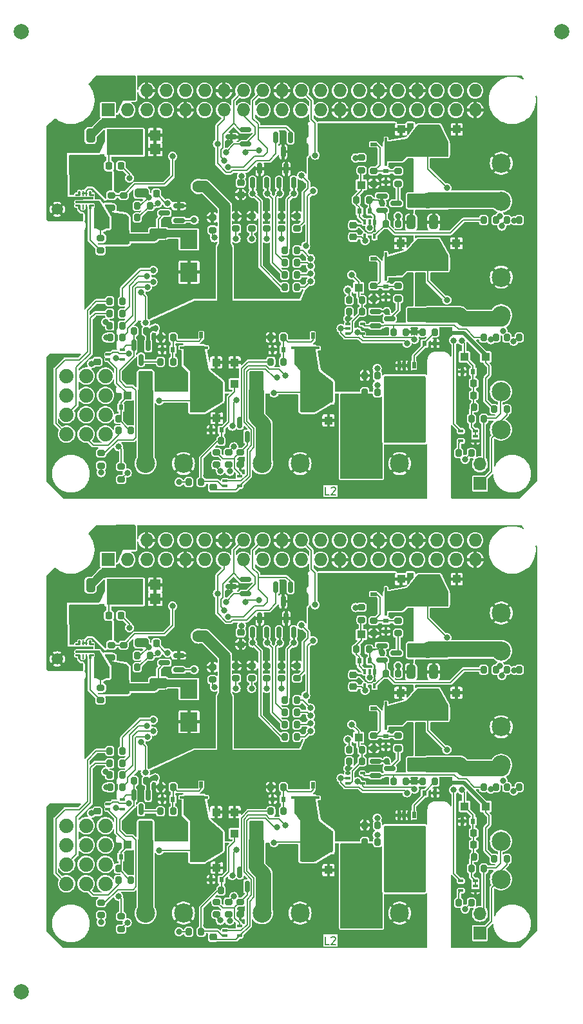
<source format=gbr>
%TF.GenerationSoftware,KiCad,Pcbnew,8.0.2+dfsg-1*%
%TF.CreationDate,2024-06-08T17:30:32+01:00*%
%TF.ProjectId,panel,70616e65-6c2e-46b6-9963-61645f706362,rev?*%
%TF.SameCoordinates,Original*%
%TF.FileFunction,Copper,L2,Bot*%
%TF.FilePolarity,Positive*%
%FSLAX46Y46*%
G04 Gerber Fmt 4.6, Leading zero omitted, Abs format (unit mm)*
G04 Created by KiCad (PCBNEW 8.0.2+dfsg-1) date 2024-06-08 17:30:32*
%MOMM*%
%LPD*%
G01*
G04 APERTURE LIST*
G04 Aperture macros list*
%AMRoundRect*
0 Rectangle with rounded corners*
0 $1 Rounding radius*
0 $2 $3 $4 $5 $6 $7 $8 $9 X,Y pos of 4 corners*
0 Add a 4 corners polygon primitive as box body*
4,1,4,$2,$3,$4,$5,$6,$7,$8,$9,$2,$3,0*
0 Add four circle primitives for the rounded corners*
1,1,$1+$1,$2,$3*
1,1,$1+$1,$4,$5*
1,1,$1+$1,$6,$7*
1,1,$1+$1,$8,$9*
0 Add four rect primitives between the rounded corners*
20,1,$1+$1,$2,$3,$4,$5,0*
20,1,$1+$1,$4,$5,$6,$7,0*
20,1,$1+$1,$6,$7,$8,$9,0*
20,1,$1+$1,$8,$9,$2,$3,0*%
%AMFreePoly0*
4,1,5,0.225000,-0.400000,-0.225000,-0.400000,-0.225000,0.400000,0.225000,0.400000,0.225000,-0.400000,0.225000,-0.400000,$1*%
%AMFreePoly1*
4,1,29,0.150000,1.240000,0.200000,1.240000,0.200000,-1.260000,0.150000,-1.260000,0.150000,-1.860000,-0.150000,-1.860000,-0.150000,-1.260000,-1.350000,-1.260000,-1.350000,-1.210000,-2.050000,-1.210000,-2.050000,-0.760000,-1.350000,-0.760000,-1.350000,-0.560000,-2.050000,-0.560000,-2.050000,-0.110000,-1.350000,-0.110000,-1.350000,0.090000,-2.050000,0.090000,-2.050000,0.540000,-1.350000,0.540000,
-1.350000,0.740000,-2.050000,0.740000,-2.050000,1.190000,-1.350000,1.190000,-1.350000,1.240000,-0.150000,1.240000,-0.150000,1.840000,0.150000,1.840000,0.150000,1.240000,0.150000,1.240000,$1*%
%AMFreePoly2*
4,1,27,0.269134,0.146194,0.285355,0.135355,0.296194,0.119134,0.300000,0.100000,0.300000,-0.450000,0.296194,-0.469134,0.285355,-0.485355,0.269134,-0.496194,0.250000,-0.500000,0.100000,-0.500000,0.080866,-0.496194,0.064645,-0.485355,0.053806,-0.469134,0.050000,-0.450000,0.050000,-0.150000,-0.250000,-0.150000,-0.269134,-0.146194,-0.285355,-0.135355,-0.296194,-0.119134,-0.300000,-0.100000,
-0.300000,0.100000,-0.296194,0.119134,-0.285355,0.135355,-0.269134,0.146194,-0.250000,0.150000,0.250000,0.150000,0.269134,0.146194,0.269134,0.146194,$1*%
%AMFreePoly3*
4,1,28,0.269134,0.496194,0.285355,0.485355,0.296194,0.469134,0.300000,0.450000,0.300000,-0.100000,0.296194,-0.119134,0.285355,-0.135355,0.269134,-0.146194,0.250000,-0.150000,0.000000,-0.150000,-0.250000,-0.150000,-0.269134,-0.146194,-0.285355,-0.135355,-0.296194,-0.119134,-0.300000,-0.100000,-0.300000,0.100000,-0.296194,0.119134,-0.285355,0.135355,-0.269134,0.146194,-0.250000,0.150000,
0.050000,0.150000,0.050000,0.450000,0.053806,0.469134,0.064645,0.485355,0.080866,0.496194,0.100000,0.500000,0.250000,0.500000,0.269134,0.496194,0.269134,0.496194,$1*%
%AMFreePoly4*
4,1,28,-0.080866,0.496194,-0.064645,0.485355,-0.053806,0.469134,-0.050000,0.450000,-0.050000,0.150000,0.250000,0.150000,0.269134,0.146194,0.285355,0.135355,0.296194,0.119134,0.300000,0.100000,0.300000,-0.100000,0.296194,-0.119134,0.285355,-0.135355,0.269134,-0.146194,0.250000,-0.150000,0.000000,-0.150000,-0.250000,-0.150000,-0.269134,-0.146194,-0.285355,-0.135355,-0.296194,-0.119134,
-0.300000,-0.100000,-0.300000,0.450000,-0.296194,0.469134,-0.285355,0.485355,-0.269134,0.496194,-0.250000,0.500000,-0.100000,0.500000,-0.080866,0.496194,-0.080866,0.496194,$1*%
%AMFreePoly5*
4,1,27,0.269134,0.146194,0.285355,0.135355,0.296194,0.119134,0.300000,0.100000,0.300000,-0.100000,0.296194,-0.119134,0.285355,-0.135355,0.269134,-0.146194,0.250000,-0.150000,-0.050000,-0.150000,-0.050000,-0.450000,-0.053806,-0.469134,-0.064645,-0.485355,-0.080866,-0.496194,-0.100000,-0.500000,-0.250000,-0.500000,-0.269134,-0.496194,-0.285355,-0.485355,-0.296194,-0.469134,-0.300000,-0.450000,
-0.300000,0.100000,-0.296194,0.119134,-0.285355,0.135355,-0.269134,0.146194,-0.250000,0.150000,0.250000,0.150000,0.269134,0.146194,0.269134,0.146194,$1*%
G04 Aperture macros list end*
%ADD10C,0.150000*%
%TA.AperFunction,NonConductor*%
%ADD11C,0.150000*%
%TD*%
%TA.AperFunction,ComponentPad*%
%ADD12C,2.500000*%
%TD*%
%TA.AperFunction,ComponentPad*%
%ADD13C,1.879600*%
%TD*%
%TA.AperFunction,ComponentPad*%
%ADD14R,1.700000X1.700000*%
%TD*%
%TA.AperFunction,ComponentPad*%
%ADD15O,1.700000X1.700000*%
%TD*%
%TA.AperFunction,ComponentPad*%
%ADD16C,0.600000*%
%TD*%
%TA.AperFunction,SMDPad,CuDef*%
%ADD17R,3.100000X1.800000*%
%TD*%
%TA.AperFunction,ComponentPad*%
%ADD18R,1.727200X1.727200*%
%TD*%
%TA.AperFunction,ComponentPad*%
%ADD19O,1.727200X1.727200*%
%TD*%
%TA.AperFunction,SMDPad,CuDef*%
%ADD20RoundRect,0.200000X-0.200000X-0.275000X0.200000X-0.275000X0.200000X0.275000X-0.200000X0.275000X0*%
%TD*%
%TA.AperFunction,ComponentPad*%
%ADD21C,1.600000*%
%TD*%
%TA.AperFunction,SMDPad,CuDef*%
%ADD22RoundRect,0.100000X-0.225000X-0.100000X0.225000X-0.100000X0.225000X0.100000X-0.225000X0.100000X0*%
%TD*%
%TA.AperFunction,SMDPad,CuDef*%
%ADD23RoundRect,0.225000X-0.250000X0.225000X-0.250000X-0.225000X0.250000X-0.225000X0.250000X0.225000X0*%
%TD*%
%TA.AperFunction,SMDPad,CuDef*%
%ADD24R,2.300000X2.500000*%
%TD*%
%TA.AperFunction,SMDPad,CuDef*%
%ADD25RoundRect,0.150000X-0.150000X0.587500X-0.150000X-0.587500X0.150000X-0.587500X0.150000X0.587500X0*%
%TD*%
%TA.AperFunction,SMDPad,CuDef*%
%ADD26RoundRect,0.200000X0.200000X0.275000X-0.200000X0.275000X-0.200000X-0.275000X0.200000X-0.275000X0*%
%TD*%
%TA.AperFunction,SMDPad,CuDef*%
%ADD27RoundRect,0.200000X-0.275000X0.200000X-0.275000X-0.200000X0.275000X-0.200000X0.275000X0.200000X0*%
%TD*%
%TA.AperFunction,SMDPad,CuDef*%
%ADD28RoundRect,0.250000X-0.325000X-0.650000X0.325000X-0.650000X0.325000X0.650000X-0.325000X0.650000X0*%
%TD*%
%TA.AperFunction,SMDPad,CuDef*%
%ADD29RoundRect,0.225000X0.225000X0.250000X-0.225000X0.250000X-0.225000X-0.250000X0.225000X-0.250000X0*%
%TD*%
%TA.AperFunction,SMDPad,CuDef*%
%ADD30R,1.100000X1.100000*%
%TD*%
%TA.AperFunction,SMDPad,CuDef*%
%ADD31RoundRect,0.250000X-0.925000X0.412500X-0.925000X-0.412500X0.925000X-0.412500X0.925000X0.412500X0*%
%TD*%
%TA.AperFunction,SMDPad,CuDef*%
%ADD32R,0.600000X0.700000*%
%TD*%
%TA.AperFunction,SMDPad,CuDef*%
%ADD33RoundRect,0.225000X-0.225000X-0.250000X0.225000X-0.250000X0.225000X0.250000X-0.225000X0.250000X0*%
%TD*%
%TA.AperFunction,SMDPad,CuDef*%
%ADD34RoundRect,0.200000X0.275000X-0.200000X0.275000X0.200000X-0.275000X0.200000X-0.275000X-0.200000X0*%
%TD*%
%TA.AperFunction,SMDPad,CuDef*%
%ADD35RoundRect,0.100000X0.225000X0.100000X-0.225000X0.100000X-0.225000X-0.100000X0.225000X-0.100000X0*%
%TD*%
%TA.AperFunction,SMDPad,CuDef*%
%ADD36RoundRect,0.250000X-0.650000X0.325000X-0.650000X-0.325000X0.650000X-0.325000X0.650000X0.325000X0*%
%TD*%
%TA.AperFunction,SMDPad,CuDef*%
%ADD37C,2.000000*%
%TD*%
%TA.AperFunction,SMDPad,CuDef*%
%ADD38RoundRect,0.250000X-0.712500X-2.475000X0.712500X-2.475000X0.712500X2.475000X-0.712500X2.475000X0*%
%TD*%
%TA.AperFunction,SMDPad,CuDef*%
%ADD39RoundRect,0.150000X0.150000X-0.587500X0.150000X0.587500X-0.150000X0.587500X-0.150000X-0.587500X0*%
%TD*%
%TA.AperFunction,SMDPad,CuDef*%
%ADD40RoundRect,0.250000X0.325000X0.650000X-0.325000X0.650000X-0.325000X-0.650000X0.325000X-0.650000X0*%
%TD*%
%TA.AperFunction,SMDPad,CuDef*%
%ADD41RoundRect,0.250000X0.712500X2.475000X-0.712500X2.475000X-0.712500X-2.475000X0.712500X-2.475000X0*%
%TD*%
%TA.AperFunction,SMDPad,CuDef*%
%ADD42R,0.700000X0.600000*%
%TD*%
%TA.AperFunction,SMDPad,CuDef*%
%ADD43FreePoly0,180.000000*%
%TD*%
%TA.AperFunction,SMDPad,CuDef*%
%ADD44FreePoly1,90.000000*%
%TD*%
%TA.AperFunction,SMDPad,CuDef*%
%ADD45C,1.500000*%
%TD*%
%TA.AperFunction,SMDPad,CuDef*%
%ADD46RoundRect,0.250000X-2.475000X0.712500X-2.475000X-0.712500X2.475000X-0.712500X2.475000X0.712500X0*%
%TD*%
%TA.AperFunction,SMDPad,CuDef*%
%ADD47RoundRect,0.225000X0.250000X-0.225000X0.250000X0.225000X-0.250000X0.225000X-0.250000X-0.225000X0*%
%TD*%
%TA.AperFunction,SMDPad,CuDef*%
%ADD48RoundRect,0.150000X-0.587500X-0.150000X0.587500X-0.150000X0.587500X0.150000X-0.587500X0.150000X0*%
%TD*%
%TA.AperFunction,SMDPad,CuDef*%
%ADD49RoundRect,0.250000X0.650000X-0.325000X0.650000X0.325000X-0.650000X0.325000X-0.650000X-0.325000X0*%
%TD*%
%TA.AperFunction,SMDPad,CuDef*%
%ADD50R,4.860000X3.360000*%
%TD*%
%TA.AperFunction,SMDPad,CuDef*%
%ADD51R,1.400000X1.390000*%
%TD*%
%TA.AperFunction,SMDPad,CuDef*%
%ADD52FreePoly2,90.000000*%
%TD*%
%TA.AperFunction,SMDPad,CuDef*%
%ADD53RoundRect,0.050000X0.075000X-0.250000X0.075000X0.250000X-0.075000X0.250000X-0.075000X-0.250000X0*%
%TD*%
%TA.AperFunction,SMDPad,CuDef*%
%ADD54FreePoly3,90.000000*%
%TD*%
%TA.AperFunction,SMDPad,CuDef*%
%ADD55RoundRect,0.050000X1.150000X-0.100000X1.150000X0.100000X-1.150000X0.100000X-1.150000X-0.100000X0*%
%TD*%
%TA.AperFunction,SMDPad,CuDef*%
%ADD56FreePoly4,90.000000*%
%TD*%
%TA.AperFunction,SMDPad,CuDef*%
%ADD57FreePoly5,90.000000*%
%TD*%
%TA.AperFunction,SMDPad,CuDef*%
%ADD58RoundRect,0.100000X-0.100000X0.225000X-0.100000X-0.225000X0.100000X-0.225000X0.100000X0.225000X0*%
%TD*%
%TA.AperFunction,SMDPad,CuDef*%
%ADD59FreePoly0,270.000000*%
%TD*%
%TA.AperFunction,SMDPad,CuDef*%
%ADD60FreePoly1,180.000000*%
%TD*%
%TA.AperFunction,SMDPad,CuDef*%
%ADD61RoundRect,0.150000X0.587500X0.150000X-0.587500X0.150000X-0.587500X-0.150000X0.587500X-0.150000X0*%
%TD*%
%TA.AperFunction,ViaPad*%
%ADD62C,0.800000*%
%TD*%
%TA.AperFunction,Conductor*%
%ADD63C,0.200000*%
%TD*%
%TA.AperFunction,Conductor*%
%ADD64C,1.000000*%
%TD*%
%TA.AperFunction,Conductor*%
%ADD65C,0.500000*%
%TD*%
%TA.AperFunction,Conductor*%
%ADD66C,0.250000*%
%TD*%
%TA.AperFunction,Conductor*%
%ADD67C,2.000000*%
%TD*%
%TA.AperFunction,Conductor*%
%ADD68C,1.500000*%
%TD*%
G04 APERTURE END LIST*
D10*
D11*
X153433333Y-83254819D02*
X152957143Y-83254819D01*
X152957143Y-83254819D02*
X152957143Y-82254819D01*
X153719048Y-82350057D02*
X153766667Y-82302438D01*
X153766667Y-82302438D02*
X153861905Y-82254819D01*
X153861905Y-82254819D02*
X154100000Y-82254819D01*
X154100000Y-82254819D02*
X154195238Y-82302438D01*
X154195238Y-82302438D02*
X154242857Y-82350057D01*
X154242857Y-82350057D02*
X154290476Y-82445295D01*
X154290476Y-82445295D02*
X154290476Y-82540533D01*
X154290476Y-82540533D02*
X154242857Y-82683390D01*
X154242857Y-82683390D02*
X153671429Y-83254819D01*
X153671429Y-83254819D02*
X154290476Y-83254819D01*
D10*
D11*
X153433333Y-142254819D02*
X152957143Y-142254819D01*
X152957143Y-142254819D02*
X152957143Y-141254819D01*
X153719048Y-141350057D02*
X153766667Y-141302438D01*
X153766667Y-141302438D02*
X153861905Y-141254819D01*
X153861905Y-141254819D02*
X154100000Y-141254819D01*
X154100000Y-141254819D02*
X154195238Y-141302438D01*
X154195238Y-141302438D02*
X154242857Y-141350057D01*
X154242857Y-141350057D02*
X154290476Y-141445295D01*
X154290476Y-141445295D02*
X154290476Y-141540533D01*
X154290476Y-141540533D02*
X154242857Y-141683390D01*
X154242857Y-141683390D02*
X153671429Y-142254819D01*
X153671429Y-142254819D02*
X154290476Y-142254819D01*
D12*
%TO.P,J8,1,Pin_1*%
%TO.N,Board_0-OUT4*%
X176050000Y-44750000D03*
%TO.P,J8,2,Pin_2*%
%TO.N,Board_0-GND*%
X176050000Y-39750000D03*
%TD*%
D13*
%TO.P,J1,1,Pin_1*%
%TO.N,Board_1-PI4*%
X118920000Y-126670000D03*
%TO.P,J1,2,Pin_2*%
%TO.N,Board_1-PI3*%
X118920000Y-129210000D03*
%TO.P,J1,3,Pin_3*%
%TO.N,Board_1-PI2*%
X118920000Y-131750000D03*
%TO.P,J1,4,Pin_4*%
%TO.N,Board_1-PI1*%
X118920000Y-134290000D03*
%TD*%
D14*
%TO.P,J11,1,Pin_1*%
%TO.N,Board_0-Net-(J10-Pin_1)*%
X173250000Y-81775000D03*
D15*
%TO.P,J11,2,Pin_2*%
%TO.N,Board_0-Net-(J10-Pin_2)*%
X173250000Y-79235000D03*
%TD*%
D14*
%TO.P,J11,1,Pin_1*%
%TO.N,Board_1-Net-(J10-Pin_1)*%
X173250000Y-140775000D03*
D15*
%TO.P,J11,2,Pin_2*%
%TO.N,Board_1-Net-(J10-Pin_2)*%
X173250000Y-138235000D03*
%TD*%
D12*
%TO.P,J5,1,Pin_1*%
%TO.N,Board_1-OUT2*%
X144625000Y-138150000D03*
%TO.P,J5,2,Pin_2*%
%TO.N,Board_1-GND*%
X149625000Y-138150000D03*
%TD*%
%TO.P,J5,1,Pin_1*%
%TO.N,Board_0-OUT2*%
X144625000Y-79150000D03*
%TO.P,J5,2,Pin_2*%
%TO.N,Board_0-GND*%
X149625000Y-79150000D03*
%TD*%
D14*
%TO.P,J9,1,Pin_1*%
%TO.N,Board_0-+5V*%
X126000000Y-47700000D03*
D15*
%TO.P,J9,2,Pin_2*%
%TO.N,Board_0-/PI_5V0_P*%
X123460000Y-47700000D03*
%TD*%
D16*
%TO.P,U1,9,GND*%
%TO.N,Board_0-GND*%
X129000000Y-41600000D03*
X130300000Y-41600000D03*
X131600000Y-41600000D03*
D17*
X130300000Y-40950000D03*
D16*
X130300000Y-40300000D03*
X131600000Y-40300000D03*
%TD*%
D14*
%TO.P,J9,1,Pin_1*%
%TO.N,Board_1-+5V*%
X126000000Y-106700000D03*
D15*
%TO.P,J9,2,Pin_2*%
%TO.N,Board_1-/PI_5V0_P*%
X123460000Y-106700000D03*
%TD*%
D12*
%TO.P,J3,1,Pin_1*%
%TO.N,Board_0-VIN*%
X157700000Y-79150000D03*
%TO.P,J3,2,Pin_2*%
%TO.N,Board_0-GND*%
X162700000Y-79150000D03*
%TD*%
%TO.P,J10,1,Pin_1*%
%TO.N,Board_0-Net-(J10-Pin_1)*%
X176012500Y-74700000D03*
%TO.P,J10,2,Pin_2*%
%TO.N,Board_0-Net-(J10-Pin_2)*%
X176012500Y-69700000D03*
%TD*%
D18*
%TO.P,J2,1,3.3V*%
%TO.N,Board_0-unconnected-(J2-3.3V-Pad1)*%
X124370000Y-32770000D03*
D19*
%TO.P,J2,2,5V*%
%TO.N,Board_0-PI_5V0*%
X124370000Y-30230000D03*
%TO.P,J2,3,SDA*%
%TO.N,Board_0-I2C_SDA*%
X126910000Y-32770000D03*
%TO.P,J2,4,5V*%
%TO.N,Board_0-PI_5V0*%
X126910000Y-30230000D03*
%TO.P,J2,5,SCL*%
%TO.N,Board_0-I2C_SCL*%
X129450000Y-32770000D03*
%TO.P,J2,6,GND*%
%TO.N,Board_0-GND*%
X129450000Y-30230000D03*
%TO.P,J2,7,GP4*%
%TO.N,Board_0-unconnected-(J2-GP4-Pad7)*%
X131990000Y-32770000D03*
%TO.P,J2,8,TXO*%
%TO.N,Board_0-unconnected-(J2-TXO-Pad8)*%
X131990000Y-30230000D03*
%TO.P,J2,9,GND*%
%TO.N,Board_0-GND*%
X134530000Y-32770000D03*
%TO.P,J2,10,RXI*%
%TO.N,Board_0-unconnected-(J2-RXI-Pad10)*%
X134530000Y-30230000D03*
%TO.P,J2,11,GP17*%
%TO.N,Board_0-unconnected-(J2-GP17-Pad11)*%
X137070000Y-32770000D03*
%TO.P,J2,12,GP18#*%
%TO.N,Board_0-unconnected-(J2-GP18#-Pad12)*%
X137070000Y-30230000D03*
%TO.P,J2,13,GP27*%
%TO.N,Board_0-Net-(J2-GP27)*%
X139610000Y-32770000D03*
%TO.P,J2,14,GND*%
%TO.N,Board_0-GND*%
X139610000Y-30230000D03*
%TO.P,J2,15,GP22*%
%TO.N,Board_0-Net-(J2-GP22)*%
X142150000Y-32770000D03*
%TO.P,J2,16,GP23*%
%TO.N,Board_0-Net-(J2-GP23)*%
X142150000Y-30230000D03*
%TO.P,J2,17,3.3V*%
%TO.N,Board_0-unconnected-(J2-3.3V-Pad17)*%
X144690000Y-32770000D03*
%TO.P,J2,18,GP24*%
%TO.N,Board_0-Net-(J2-GP24)*%
X144690000Y-30230000D03*
%TO.P,J2,19,MOSI*%
%TO.N,Board_0-unconnected-(J2-MOSI-Pad19)*%
X147230000Y-32770000D03*
%TO.P,J2,20,GND*%
%TO.N,Board_0-GND*%
X147230000Y-30230000D03*
%TO.P,J2,21,MISO*%
%TO.N,Board_0-unconnected-(J2-MISO-Pad21)*%
X149770000Y-32770000D03*
%TO.P,J2,22,GP25*%
%TO.N,Board_0-OE*%
X149770000Y-30230000D03*
%TO.P,J2,23,SCLK*%
%TO.N,Board_0-unconnected-(J2-SCLK-Pad23)*%
X152310000Y-32770000D03*
%TO.P,J2,24,CE0*%
%TO.N,Board_0-unconnected-(J2-CE0-Pad24)*%
X152310000Y-30230000D03*
%TO.P,J2,25,GND*%
%TO.N,Board_0-GND*%
X154850000Y-32770000D03*
%TO.P,J2,26,CE1*%
%TO.N,Board_0-unconnected-(J2-CE1-Pad26)*%
X154850000Y-30230000D03*
%TO.P,J2,27,ID_SD*%
%TO.N,Board_0-unconnected-(J2-ID_SD-Pad27)*%
X157390000Y-32770000D03*
%TO.P,J2,28,ID_SC*%
%TO.N,Board_0-unconnected-(J2-ID_SC-Pad28)*%
X157390000Y-30230000D03*
%TO.P,J2,29,GP5*%
%TO.N,Board_0-unconnected-(J2-GP5-Pad29)*%
X159930000Y-32770000D03*
%TO.P,J2,30,GND*%
%TO.N,Board_0-GND*%
X159930000Y-30230000D03*
%TO.P,J2,31,GP6*%
%TO.N,Board_0-unconnected-(J2-GP6-Pad31)*%
X162470000Y-32770000D03*
%TO.P,J2,32,GP12*%
%TO.N,Board_0-unconnected-(J2-GP12-Pad32)*%
X162470000Y-30230000D03*
%TO.P,J2,33,GP13*%
%TO.N,Board_0-unconnected-(J2-GP13-Pad33)*%
X165010000Y-32770000D03*
%TO.P,J2,34,GND*%
%TO.N,Board_0-GND*%
X165010000Y-30230000D03*
%TO.P,J2,35,GP19*%
%TO.N,Board_0-unconnected-(J2-GP19-Pad35)*%
X167550000Y-32770000D03*
%TO.P,J2,36,GP16*%
%TO.N,Board_0-unconnected-(J2-GP16-Pad36)*%
X167550000Y-30230000D03*
%TO.P,J2,37,GP26*%
%TO.N,Board_0-unconnected-(J2-GP26-Pad37)*%
X170090000Y-32770000D03*
%TO.P,J2,38,GP20*%
%TO.N,Board_0-unconnected-(J2-GP20-Pad38)*%
X170090000Y-30230000D03*
%TO.P,J2,39,GND*%
%TO.N,Board_0-GND*%
X172630000Y-32770000D03*
%TO.P,J2,40,GP21*%
%TO.N,Board_0-unconnected-(J2-GP21-Pad40)*%
X172630000Y-30230000D03*
%TD*%
D12*
%TO.P,J4,1,Pin_1*%
%TO.N,Board_1-OUT1*%
X129300000Y-138150000D03*
%TO.P,J4,2,Pin_2*%
%TO.N,Board_1-GND*%
X134300000Y-138150000D03*
%TD*%
D16*
%TO.P,U1,9,GND*%
%TO.N,Board_1-GND*%
X129000000Y-100600000D03*
X130300000Y-100600000D03*
X131600000Y-100600000D03*
D17*
X130300000Y-99950000D03*
D16*
X130300000Y-99300000D03*
X131600000Y-99300000D03*
%TD*%
D12*
%TO.P,J4,1,Pin_1*%
%TO.N,Board_0-OUT1*%
X129300000Y-79150000D03*
%TO.P,J4,2,Pin_2*%
%TO.N,Board_0-GND*%
X134300000Y-79150000D03*
%TD*%
%TO.P,J7,1,Pin_1*%
%TO.N,Board_0-OUT3*%
X176050000Y-59700000D03*
%TO.P,J7,2,Pin_2*%
%TO.N,Board_0-GND*%
X176050000Y-54700000D03*
%TD*%
D13*
%TO.P,J1,1,Pin_1*%
%TO.N,Board_0-PI4*%
X118920000Y-67670000D03*
%TO.P,J1,2,Pin_2*%
%TO.N,Board_0-PI3*%
X118920000Y-70210000D03*
%TO.P,J1,3,Pin_3*%
%TO.N,Board_0-PI2*%
X118920000Y-72750000D03*
%TO.P,J1,4,Pin_4*%
%TO.N,Board_0-PI1*%
X118920000Y-75290000D03*
%TD*%
D12*
%TO.P,J8,1,Pin_1*%
%TO.N,Board_1-OUT4*%
X176050000Y-103750000D03*
%TO.P,J8,2,Pin_2*%
%TO.N,Board_1-GND*%
X176050000Y-98750000D03*
%TD*%
D13*
%TO.P,J6,1,Pin_1*%
%TO.N,Board_1-INPUT1*%
X124020000Y-134290000D03*
%TO.P,J6,2,Pin_2*%
%TO.N,Board_1-MOSFET1*%
X121480000Y-134290000D03*
%TO.P,J6,3,Pin_3*%
%TO.N,Board_1-INPUT2*%
X124020000Y-131750000D03*
%TO.P,J6,4,Pin_4*%
%TO.N,Board_1-MOSFET2*%
X121480000Y-131750000D03*
%TO.P,J6,5,Pin_5*%
%TO.N,Board_1-INPUT3*%
X124020000Y-129210000D03*
%TO.P,J6,6,Pin_6*%
%TO.N,Board_1-MOSFET3*%
X121480000Y-129210000D03*
%TO.P,J6,7,Pin_7*%
%TO.N,Board_1-INPUT4*%
X124020000Y-126670000D03*
%TO.P,J6,8,Pin_8*%
%TO.N,Board_1-MOSFET4*%
X121480000Y-126670000D03*
%TD*%
%TO.P,J6,1,Pin_1*%
%TO.N,Board_0-INPUT1*%
X124020000Y-75290000D03*
%TO.P,J6,2,Pin_2*%
%TO.N,Board_0-MOSFET1*%
X121480000Y-75290000D03*
%TO.P,J6,3,Pin_3*%
%TO.N,Board_0-INPUT2*%
X124020000Y-72750000D03*
%TO.P,J6,4,Pin_4*%
%TO.N,Board_0-MOSFET2*%
X121480000Y-72750000D03*
%TO.P,J6,5,Pin_5*%
%TO.N,Board_0-INPUT3*%
X124020000Y-70210000D03*
%TO.P,J6,6,Pin_6*%
%TO.N,Board_0-MOSFET3*%
X121480000Y-70210000D03*
%TO.P,J6,7,Pin_7*%
%TO.N,Board_0-INPUT4*%
X124020000Y-67670000D03*
%TO.P,J6,8,Pin_8*%
%TO.N,Board_0-MOSFET4*%
X121480000Y-67670000D03*
%TD*%
D18*
%TO.P,J2,1,3.3V*%
%TO.N,Board_1-unconnected-(J2-3.3V-Pad1)*%
X124370000Y-91770000D03*
D19*
%TO.P,J2,2,5V*%
%TO.N,Board_1-PI_5V0*%
X124370000Y-89230000D03*
%TO.P,J2,3,SDA*%
%TO.N,Board_1-I2C_SDA*%
X126910000Y-91770000D03*
%TO.P,J2,4,5V*%
%TO.N,Board_1-PI_5V0*%
X126910000Y-89230000D03*
%TO.P,J2,5,SCL*%
%TO.N,Board_1-I2C_SCL*%
X129450000Y-91770000D03*
%TO.P,J2,6,GND*%
%TO.N,Board_1-GND*%
X129450000Y-89230000D03*
%TO.P,J2,7,GP4*%
%TO.N,Board_1-unconnected-(J2-GP4-Pad7)*%
X131990000Y-91770000D03*
%TO.P,J2,8,TXO*%
%TO.N,Board_1-unconnected-(J2-TXO-Pad8)*%
X131990000Y-89230000D03*
%TO.P,J2,9,GND*%
%TO.N,Board_1-GND*%
X134530000Y-91770000D03*
%TO.P,J2,10,RXI*%
%TO.N,Board_1-unconnected-(J2-RXI-Pad10)*%
X134530000Y-89230000D03*
%TO.P,J2,11,GP17*%
%TO.N,Board_1-unconnected-(J2-GP17-Pad11)*%
X137070000Y-91770000D03*
%TO.P,J2,12,GP18#*%
%TO.N,Board_1-unconnected-(J2-GP18#-Pad12)*%
X137070000Y-89230000D03*
%TO.P,J2,13,GP27*%
%TO.N,Board_1-Net-(J2-GP27)*%
X139610000Y-91770000D03*
%TO.P,J2,14,GND*%
%TO.N,Board_1-GND*%
X139610000Y-89230000D03*
%TO.P,J2,15,GP22*%
%TO.N,Board_1-Net-(J2-GP22)*%
X142150000Y-91770000D03*
%TO.P,J2,16,GP23*%
%TO.N,Board_1-Net-(J2-GP23)*%
X142150000Y-89230000D03*
%TO.P,J2,17,3.3V*%
%TO.N,Board_1-unconnected-(J2-3.3V-Pad17)*%
X144690000Y-91770000D03*
%TO.P,J2,18,GP24*%
%TO.N,Board_1-Net-(J2-GP24)*%
X144690000Y-89230000D03*
%TO.P,J2,19,MOSI*%
%TO.N,Board_1-unconnected-(J2-MOSI-Pad19)*%
X147230000Y-91770000D03*
%TO.P,J2,20,GND*%
%TO.N,Board_1-GND*%
X147230000Y-89230000D03*
%TO.P,J2,21,MISO*%
%TO.N,Board_1-unconnected-(J2-MISO-Pad21)*%
X149770000Y-91770000D03*
%TO.P,J2,22,GP25*%
%TO.N,Board_1-OE*%
X149770000Y-89230000D03*
%TO.P,J2,23,SCLK*%
%TO.N,Board_1-unconnected-(J2-SCLK-Pad23)*%
X152310000Y-91770000D03*
%TO.P,J2,24,CE0*%
%TO.N,Board_1-unconnected-(J2-CE0-Pad24)*%
X152310000Y-89230000D03*
%TO.P,J2,25,GND*%
%TO.N,Board_1-GND*%
X154850000Y-91770000D03*
%TO.P,J2,26,CE1*%
%TO.N,Board_1-unconnected-(J2-CE1-Pad26)*%
X154850000Y-89230000D03*
%TO.P,J2,27,ID_SD*%
%TO.N,Board_1-unconnected-(J2-ID_SD-Pad27)*%
X157390000Y-91770000D03*
%TO.P,J2,28,ID_SC*%
%TO.N,Board_1-unconnected-(J2-ID_SC-Pad28)*%
X157390000Y-89230000D03*
%TO.P,J2,29,GP5*%
%TO.N,Board_1-unconnected-(J2-GP5-Pad29)*%
X159930000Y-91770000D03*
%TO.P,J2,30,GND*%
%TO.N,Board_1-GND*%
X159930000Y-89230000D03*
%TO.P,J2,31,GP6*%
%TO.N,Board_1-unconnected-(J2-GP6-Pad31)*%
X162470000Y-91770000D03*
%TO.P,J2,32,GP12*%
%TO.N,Board_1-unconnected-(J2-GP12-Pad32)*%
X162470000Y-89230000D03*
%TO.P,J2,33,GP13*%
%TO.N,Board_1-unconnected-(J2-GP13-Pad33)*%
X165010000Y-91770000D03*
%TO.P,J2,34,GND*%
%TO.N,Board_1-GND*%
X165010000Y-89230000D03*
%TO.P,J2,35,GP19*%
%TO.N,Board_1-unconnected-(J2-GP19-Pad35)*%
X167550000Y-91770000D03*
%TO.P,J2,36,GP16*%
%TO.N,Board_1-unconnected-(J2-GP16-Pad36)*%
X167550000Y-89230000D03*
%TO.P,J2,37,GP26*%
%TO.N,Board_1-unconnected-(J2-GP26-Pad37)*%
X170090000Y-91770000D03*
%TO.P,J2,38,GP20*%
%TO.N,Board_1-unconnected-(J2-GP20-Pad38)*%
X170090000Y-89230000D03*
%TO.P,J2,39,GND*%
%TO.N,Board_1-GND*%
X172630000Y-91770000D03*
%TO.P,J2,40,GP21*%
%TO.N,Board_1-unconnected-(J2-GP21-Pad40)*%
X172630000Y-89230000D03*
%TD*%
D12*
%TO.P,J10,1,Pin_1*%
%TO.N,Board_1-Net-(J10-Pin_1)*%
X176012500Y-133700000D03*
%TO.P,J10,2,Pin_2*%
%TO.N,Board_1-Net-(J10-Pin_2)*%
X176012500Y-128700000D03*
%TD*%
%TO.P,J3,1,Pin_1*%
%TO.N,Board_1-VIN*%
X157700000Y-138150000D03*
%TO.P,J3,2,Pin_2*%
%TO.N,Board_1-GND*%
X162700000Y-138150000D03*
%TD*%
%TO.P,J7,1,Pin_1*%
%TO.N,Board_1-OUT3*%
X176050000Y-118700000D03*
%TO.P,J7,2,Pin_2*%
%TO.N,Board_1-GND*%
X176050000Y-113700000D03*
%TD*%
D20*
%TO.P,R24,1*%
%TO.N,Board_0-Net-(U2-LED0)*%
X147575000Y-56000000D03*
%TO.P,R24,2*%
%TO.N,Board_0-INPUT1*%
X149225000Y-56000000D03*
%TD*%
D21*
%TO.P,C8,1*%
%TO.N,Board_0-VCC*%
X136250000Y-42800000D03*
%TO.P,C8,2*%
%TO.N,Board_0-GND*%
X136857769Y-39353173D03*
%TD*%
D22*
%TO.P,U6,1*%
%TO.N,Board_1-Net-(D13-A)*%
X155900000Y-121100000D03*
%TO.P,U6,2*%
%TO.N,Board_1-ENABLE*%
X155900000Y-120450000D03*
%TO.P,U6,3,GND*%
%TO.N,Board_1-GND*%
X155900000Y-119800000D03*
%TO.P,U6,4*%
%TO.N,Board_1-Net-(Q5-G)*%
X157800000Y-119800000D03*
%TO.P,U6,5,VCC*%
%TO.N,Board_1-+3V3*%
X157800000Y-121100000D03*
%TD*%
D23*
%TO.P,C7,1*%
%TO.N,Board_1-+3V3*%
X141800000Y-101325000D03*
%TO.P,C7,2*%
%TO.N,Board_1-GND*%
X141800000Y-102875000D03*
%TD*%
D24*
%TO.P,D7,1,A1*%
%TO.N,Board_0-VCC*%
X142600000Y-59150000D03*
%TO.P,D7,2,A2*%
%TO.N,Board_0-GND*%
X142600000Y-54850000D03*
%TD*%
D21*
%TO.P,C8,1*%
%TO.N,Board_1-VCC*%
X136250000Y-101800000D03*
%TO.P,C8,2*%
%TO.N,Board_1-GND*%
X136857769Y-98353173D03*
%TD*%
D25*
%TO.P,Q4,1,G*%
%TO.N,Board_0-Net-(Q4-G)*%
X127750000Y-63662500D03*
%TO.P,Q4,2,S*%
%TO.N,Board_0-GND*%
X129650000Y-63662500D03*
%TO.P,Q4,3,D*%
%TO.N,Board_0-Net-(Q4-D)*%
X128700000Y-65537500D03*
%TD*%
D26*
%TO.P,R49,1*%
%TO.N,Board_0-Net-(J10-Pin_2)*%
X173775000Y-73300000D03*
%TO.P,R49,2*%
%TO.N,Board_0-ENABLE*%
X172125000Y-73300000D03*
%TD*%
%TO.P,R38,1*%
%TO.N,Board_0-Net-(J2-GP27)*%
X126250000Y-57875000D03*
%TO.P,R38,2*%
%TO.N,Board_0-PI1*%
X124600000Y-57875000D03*
%TD*%
D27*
%TO.P,R14,1*%
%TO.N,Board_0-/M4_G*%
X159300000Y-40775000D03*
%TO.P,R14,2*%
%TO.N,Board_0-VCC*%
X159300000Y-42425000D03*
%TD*%
D28*
%TO.P,C12,1*%
%TO.N,Board_0-VCC*%
X164225000Y-47500000D03*
%TO.P,C12,2*%
%TO.N,Board_0-GND*%
X167175000Y-47500000D03*
%TD*%
D29*
%TO.P,C21,1*%
%TO.N,Board_0-ENABLE*%
X172425000Y-70200000D03*
%TO.P,C21,2*%
%TO.N,Board_0-GND*%
X170875000Y-70200000D03*
%TD*%
D30*
%TO.P,D26,1,K*%
%TO.N,Board_1-VCC*%
X154850000Y-101600000D03*
%TO.P,D26,2,A*%
%TO.N,Board_1-Net-(D26-A)*%
X157650000Y-101600000D03*
%TD*%
D27*
%TO.P,R37,1*%
%TO.N,Board_1-GND*%
X138100000Y-105875000D03*
%TO.P,R37,2*%
%TO.N,Board_1-Net-(U2-A0)*%
X138100000Y-107525000D03*
%TD*%
D30*
%TO.P,D8,1,K*%
%TO.N,Board_0-VCC*%
X138600000Y-65900000D03*
%TO.P,D8,2,A*%
%TO.N,Board_0-/M1_D*%
X138600000Y-68700000D03*
%TD*%
D31*
%TO.P,C13,1*%
%TO.N,Board_1-+5V*%
X131000000Y-107962500D03*
%TO.P,C13,2*%
%TO.N,Board_1-GND*%
X131000000Y-111037500D03*
%TD*%
D32*
%TO.P,D2,1,K*%
%TO.N,Board_0-VCC*%
X131500000Y-64200000D03*
%TO.P,D2,2,A*%
%TO.N,Board_0-/M1_G*%
X132900000Y-64200000D03*
%TD*%
D26*
%TO.P,R12,1*%
%TO.N,Board_1-GND*%
X163525000Y-120900000D03*
%TO.P,R12,2*%
%TO.N,Board_1-Net-(Q5-G)*%
X161875000Y-120900000D03*
%TD*%
D27*
%TO.P,R35,1*%
%TO.N,Board_0-GND*%
X143300000Y-46675000D03*
%TO.P,R35,2*%
%TO.N,Board_0-Net-(U2-A2)*%
X143300000Y-48325000D03*
%TD*%
D33*
%TO.P,C24,1*%
%TO.N,Board_0-/SS*%
X130725000Y-43750000D03*
%TO.P,C24,2*%
%TO.N,Board_0-GND*%
X132275000Y-43750000D03*
%TD*%
D34*
%TO.P,R7,1*%
%TO.N,Board_0-Net-(Q5-D)*%
X162500000Y-57525000D03*
%TO.P,R7,2*%
%TO.N,Board_0-/M3_G*%
X162500000Y-55875000D03*
%TD*%
D35*
%TO.P,U8,1*%
%TO.N,Board_1-ENABLE*%
X172650000Y-133900000D03*
%TO.P,U8,2*%
X172650000Y-134550000D03*
%TO.P,U8,3,GND*%
%TO.N,Board_1-GND*%
X172650000Y-135200000D03*
%TO.P,U8,4*%
%TO.N,Board_1-Net-(R55-Pad2)*%
X170750000Y-135200000D03*
%TO.P,U8,5,VCC*%
%TO.N,Board_1-+3V3*%
X170750000Y-133900000D03*
%TD*%
D36*
%TO.P,C20,1*%
%TO.N,Board_0-+5V*%
X125400000Y-49725000D03*
%TO.P,C20,2*%
%TO.N,Board_0-GND*%
X125400000Y-52675000D03*
%TD*%
D26*
%TO.P,R19,1*%
%TO.N,Board_0-Net-(D25-A)*%
X136625000Y-81600000D03*
%TO.P,R19,2*%
%TO.N,Board_0-MOSFET2*%
X134975000Y-81600000D03*
%TD*%
D37*
%TO.P,KiKit_FID_B_3,*%
%TO.N,*%
X113000000Y-148500046D03*
%TD*%
D36*
%TO.P,C20,1*%
%TO.N,Board_1-+5V*%
X125400000Y-108725000D03*
%TO.P,C20,2*%
%TO.N,Board_1-GND*%
X125400000Y-111675000D03*
%TD*%
D20*
%TO.P,R27,1*%
%TO.N,Board_0-Net-(U2-LED3)*%
X147575000Y-51200000D03*
%TO.P,R27,2*%
%TO.N,Board_0-INPUT4*%
X149225000Y-51200000D03*
%TD*%
D26*
%TO.P,R56,1*%
%TO.N,Board_1-Net-(D30-A)*%
X175375000Y-121600000D03*
%TO.P,R56,2*%
%TO.N,Board_1-Net-(Q5-G)*%
X173725000Y-121600000D03*
%TD*%
D34*
%TO.P,R20,1*%
%TO.N,Board_1-Net-(D26-A)*%
X157700000Y-99675000D03*
%TO.P,R20,2*%
%TO.N,Board_1-MOSFET4*%
X157700000Y-98025000D03*
%TD*%
D26*
%TO.P,R53,1*%
%TO.N,Board_1-GND*%
X127375000Y-132300000D03*
%TO.P,R53,2*%
%TO.N,Board_1-Net-(D12-A)*%
X125725000Y-132300000D03*
%TD*%
%TO.P,R55,1*%
%TO.N,Board_1-Net-(D41-A)*%
X172125000Y-136800000D03*
%TO.P,R55,2*%
%TO.N,Board_1-Net-(R55-Pad2)*%
X170475000Y-136800000D03*
%TD*%
D29*
%TO.P,C17,1*%
%TO.N,Board_0-/BOOT*%
X126075000Y-40100000D03*
%TO.P,C17,2*%
%TO.N,Board_0-/SW*%
X124525000Y-40100000D03*
%TD*%
D26*
%TO.P,R30,1*%
%TO.N,Board_1-Net-(J2-GP23)*%
X126250000Y-120050000D03*
%TO.P,R30,2*%
%TO.N,Board_1-PI3*%
X124600000Y-120050000D03*
%TD*%
D24*
%TO.P,D7,1,A1*%
%TO.N,Board_1-VCC*%
X142600000Y-118150000D03*
%TO.P,D7,2,A2*%
%TO.N,Board_1-GND*%
X142600000Y-113850000D03*
%TD*%
D25*
%TO.P,Q4,1,G*%
%TO.N,Board_1-Net-(Q4-G)*%
X127750000Y-122662500D03*
%TO.P,Q4,2,S*%
%TO.N,Board_1-GND*%
X129650000Y-122662500D03*
%TO.P,Q4,3,D*%
%TO.N,Board_1-Net-(Q4-D)*%
X128700000Y-124537500D03*
%TD*%
D38*
%TO.P,F1,1*%
%TO.N,Board_1-VIN*%
X156812500Y-132700000D03*
%TO.P,F1,2*%
%TO.N,Board_1-Net-(D1-K)*%
X163587500Y-132700000D03*
%TD*%
D29*
%TO.P,C17,1*%
%TO.N,Board_1-/BOOT*%
X126075000Y-99100000D03*
%TO.P,C17,2*%
%TO.N,Board_1-/SW*%
X124525000Y-99100000D03*
%TD*%
D26*
%TO.P,R22,1*%
%TO.N,Board_0-GND*%
X162525000Y-47700000D03*
%TO.P,R22,2*%
%TO.N,Board_0-Net-(Q9-G)*%
X160875000Y-47700000D03*
%TD*%
D22*
%TO.P,U4,1*%
%TO.N,Board_1-Net-(D25-A)*%
X139750000Y-141100000D03*
%TO.P,U4,2*%
%TO.N,Board_1-ENABLE*%
X139750000Y-140450000D03*
%TO.P,U4,3,GND*%
%TO.N,Board_1-GND*%
X139750000Y-139800000D03*
%TO.P,U4,4*%
%TO.N,Board_1-Net-(Q8-G)*%
X141650000Y-139800000D03*
%TO.P,U4,5,VCC*%
%TO.N,Board_1-+3V3*%
X141650000Y-141100000D03*
%TD*%
D20*
%TO.P,R24,1*%
%TO.N,Board_1-Net-(U2-LED0)*%
X147575000Y-115000000D03*
%TO.P,R24,2*%
%TO.N,Board_1-INPUT1*%
X149225000Y-115000000D03*
%TD*%
D39*
%TO.P,D33,1,K*%
%TO.N,Board_0-Net-(U2-LED1)*%
X145250000Y-42337500D03*
%TO.P,D33,2,K*%
%TO.N,Board_0-Net-(U2-LED0)*%
X143350000Y-42337500D03*
%TO.P,D33,3,A*%
%TO.N,Board_0-GND*%
X144300000Y-40462500D03*
%TD*%
D26*
%TO.P,R19,1*%
%TO.N,Board_1-Net-(D25-A)*%
X136625000Y-140600000D03*
%TO.P,R19,2*%
%TO.N,Board_1-MOSFET2*%
X134975000Y-140600000D03*
%TD*%
D40*
%TO.P,C2,1*%
%TO.N,Board_0-VCC*%
X153075000Y-38000000D03*
%TO.P,C2,2*%
%TO.N,Board_0-GND*%
X150125000Y-38000000D03*
%TD*%
D26*
%TO.P,R55,1*%
%TO.N,Board_0-Net-(D41-A)*%
X172125000Y-77800000D03*
%TO.P,R55,2*%
%TO.N,Board_0-Net-(R55-Pad2)*%
X170475000Y-77800000D03*
%TD*%
D20*
%TO.P,R16,1*%
%TO.N,Board_0-/M4_D*%
X176775000Y-47200000D03*
%TO.P,R16,2*%
%TO.N,Board_0-Net-(D20-A)*%
X178425000Y-47200000D03*
%TD*%
D41*
%TO.P,F4,1*%
%TO.N,Board_0-/M2_D*%
X150637500Y-69700000D03*
%TO.P,F4,2*%
%TO.N,Board_0-OUT2*%
X143862500Y-69700000D03*
%TD*%
D26*
%TO.P,R10,1*%
%TO.N,Board_1-Net-(D13-A)*%
X157725000Y-116700000D03*
%TO.P,R10,2*%
%TO.N,Board_1-MOSFET3*%
X156075000Y-116700000D03*
%TD*%
D34*
%TO.P,R58,1*%
%TO.N,Board_0-Net-(D29-A)*%
X123450000Y-79425000D03*
%TO.P,R58,2*%
%TO.N,Board_0-Net-(Q4-G)*%
X123450000Y-77775000D03*
%TD*%
D29*
%TO.P,C21,1*%
%TO.N,Board_1-ENABLE*%
X172425000Y-129200000D03*
%TO.P,C21,2*%
%TO.N,Board_1-GND*%
X170875000Y-129200000D03*
%TD*%
D30*
%TO.P,D8,1,K*%
%TO.N,Board_1-VCC*%
X138600000Y-124900000D03*
%TO.P,D8,2,A*%
%TO.N,Board_1-/M1_D*%
X138600000Y-127700000D03*
%TD*%
D32*
%TO.P,D17,1,K*%
%TO.N,Board_0-VCC*%
X146000000Y-64200000D03*
%TO.P,D17,2,A*%
%TO.N,Board_0-/M2_G*%
X147400000Y-64200000D03*
%TD*%
D42*
%TO.P,D18,1,K*%
%TO.N,Board_1-VCC*%
X160900000Y-101200000D03*
%TO.P,D18,2,A*%
%TO.N,Board_1-/M4_G*%
X160900000Y-99800000D03*
%TD*%
D26*
%TO.P,R38,1*%
%TO.N,Board_1-Net-(J2-GP27)*%
X126250000Y-116875000D03*
%TO.P,R38,2*%
%TO.N,Board_1-PI1*%
X124600000Y-116875000D03*
%TD*%
D30*
%TO.P,D22,1,K*%
%TO.N,Board_0-VCC*%
X162900000Y-35300000D03*
%TO.P,D22,2,A*%
%TO.N,Board_0-/M4_D*%
X165700000Y-35300000D03*
%TD*%
D34*
%TO.P,R15,1*%
%TO.N,Board_1-Net-(D19-A)*%
X140200000Y-138325000D03*
%TO.P,R15,2*%
%TO.N,Board_1-/M2_D*%
X140200000Y-136675000D03*
%TD*%
D43*
%TO.P,Q2,1,G*%
%TO.N,Board_1-/M1_G*%
X136625000Y-121300000D03*
D44*
%TO.P,Q2,2,D*%
%TO.N,Board_1-/M1_D*%
X135640000Y-122950000D03*
D43*
%TO.P,Q2,3,S*%
%TO.N,Board_1-VCC*%
X135975000Y-121300000D03*
X135325000Y-121300000D03*
X134675000Y-121300000D03*
%TD*%
D32*
%TO.P,D6,1,K*%
%TO.N,Board_1-VCC*%
X167350000Y-122400000D03*
%TO.P,D6,2,A*%
%TO.N,Board_1-Net-(D6-A)*%
X165950000Y-122400000D03*
%TD*%
D30*
%TO.P,D22,1,K*%
%TO.N,Board_1-VCC*%
X162900000Y-94300000D03*
%TO.P,D22,2,A*%
%TO.N,Board_1-/M4_D*%
X165700000Y-94300000D03*
%TD*%
D42*
%TO.P,D3,1,K*%
%TO.N,Board_1-VCC*%
X160900000Y-116300000D03*
%TO.P,D3,2,A*%
%TO.N,Board_1-/M3_G*%
X160900000Y-114900000D03*
%TD*%
D45*
%TO.P,TP1,1,1*%
%TO.N,Board_1-PI_5V0*%
X117700000Y-104800000D03*
%TD*%
D46*
%TO.P,F5,1*%
%TO.N,Board_0-/M4_D*%
X166400000Y-37912500D03*
%TO.P,F5,2*%
%TO.N,Board_0-OUT4*%
X166400000Y-44687500D03*
%TD*%
D27*
%TO.P,R34,1*%
%TO.N,Board_1-GND*%
X145200000Y-105687500D03*
%TO.P,R34,2*%
%TO.N,Board_1-Net-(U2-A3)*%
X145200000Y-107337500D03*
%TD*%
D32*
%TO.P,D39,1,K*%
%TO.N,Board_1-ENABLE*%
X172350000Y-126100000D03*
%TO.P,D39,2,A*%
%TO.N,Board_1-GND*%
X170950000Y-126100000D03*
%TD*%
D37*
%TO.P,KiKit_FID_B_2,*%
%TO.N,*%
X184000000Y-22500000D03*
%TD*%
D32*
%TO.P,D2,1,K*%
%TO.N,Board_1-VCC*%
X131500000Y-123200000D03*
%TO.P,D2,2,A*%
%TO.N,Board_1-/M1_G*%
X132900000Y-123200000D03*
%TD*%
D30*
%TO.P,D23,1,K*%
%TO.N,Board_0-/M2_D*%
X153350000Y-70700000D03*
%TO.P,D23,2,A*%
%TO.N,Board_0-GND*%
X153350000Y-73500000D03*
%TD*%
D34*
%TO.P,R4,1*%
%TO.N,Board_0-Net-(D4-A)*%
X126100000Y-81225000D03*
%TO.P,R4,2*%
%TO.N,Board_0-/M1_D*%
X126100000Y-79575000D03*
%TD*%
D22*
%TO.P,U4,1*%
%TO.N,Board_0-Net-(D25-A)*%
X139750000Y-82100000D03*
%TO.P,U4,2*%
%TO.N,Board_0-ENABLE*%
X139750000Y-81450000D03*
%TO.P,U4,3,GND*%
%TO.N,Board_0-GND*%
X139750000Y-80800000D03*
%TO.P,U4,4*%
%TO.N,Board_0-Net-(Q8-G)*%
X141650000Y-80800000D03*
%TO.P,U4,5,VCC*%
%TO.N,Board_0-+3V3*%
X141650000Y-82100000D03*
%TD*%
D34*
%TO.P,R21,1*%
%TO.N,Board_0-GND*%
X141750000Y-79325000D03*
%TO.P,R21,2*%
%TO.N,Board_0-Net-(Q8-G)*%
X141750000Y-77675000D03*
%TD*%
D27*
%TO.P,R3,1*%
%TO.N,Board_1-/M3_G*%
X159300000Y-114875000D03*
%TO.P,R3,2*%
%TO.N,Board_1-VCC*%
X159300000Y-116525000D03*
%TD*%
D26*
%TO.P,R1,1*%
%TO.N,Board_0-Net-(D1-A)*%
X159775000Y-69800000D03*
%TO.P,R1,2*%
%TO.N,Board_0-VIN*%
X158125000Y-69800000D03*
%TD*%
D47*
%TO.P,C29,1*%
%TO.N,Board_0-+3V3*%
X122950000Y-65800000D03*
%TO.P,C29,2*%
%TO.N,Board_0-GND*%
X122950000Y-64250000D03*
%TD*%
D26*
%TO.P,R13,1*%
%TO.N,Board_1-/M2_G*%
X147425000Y-121600000D03*
%TO.P,R13,2*%
%TO.N,Board_1-VCC*%
X145775000Y-121600000D03*
%TD*%
D20*
%TO.P,R27,1*%
%TO.N,Board_1-Net-(U2-LED3)*%
X147575000Y-110200000D03*
%TO.P,R27,2*%
%TO.N,Board_1-INPUT4*%
X149225000Y-110200000D03*
%TD*%
D26*
%TO.P,R23,1*%
%TO.N,Board_0-Net-(D38-A)*%
X159775000Y-67600000D03*
%TO.P,R23,2*%
%TO.N,Board_0-VCC*%
X158125000Y-67600000D03*
%TD*%
D48*
%TO.P,Q5,1,G*%
%TO.N,Board_0-Net-(Q5-G)*%
X159512500Y-61100000D03*
%TO.P,Q5,2,S*%
%TO.N,Board_0-GND*%
X159512500Y-59200000D03*
%TO.P,Q5,3,D*%
%TO.N,Board_0-Net-(Q5-D)*%
X161387500Y-60150000D03*
%TD*%
D32*
%TO.P,D42,1,K*%
%TO.N,Board_0-Net-(D26-A)*%
X157400000Y-46050000D03*
%TO.P,D42,2,A*%
%TO.N,Board_0-GND*%
X158800000Y-46050000D03*
%TD*%
D20*
%TO.P,R8,1*%
%TO.N,Board_1-GND*%
X165700000Y-120900000D03*
%TO.P,R8,2*%
%TO.N,Board_1-Net-(D6-A)*%
X167350000Y-120900000D03*
%TD*%
D32*
%TO.P,D45,1,K*%
%TO.N,Board_0-Net-(D12-A)*%
X126050000Y-71800000D03*
%TO.P,D45,2,A*%
%TO.N,Board_0-GND*%
X127450000Y-71800000D03*
%TD*%
D26*
%TO.P,R54,1*%
%TO.N,Board_1-Net-(D37-A)*%
X175375000Y-106200000D03*
%TO.P,R54,2*%
%TO.N,Board_1-Net-(Q9-G)*%
X173725000Y-106200000D03*
%TD*%
D43*
%TO.P,Q1,1,G*%
%TO.N,Board_1-Net-(D6-A)*%
X164600000Y-125292500D03*
D44*
%TO.P,Q1,2,D*%
%TO.N,Board_1-Net-(D1-K)*%
X163615000Y-126942500D03*
D43*
%TO.P,Q1,3,S*%
%TO.N,Board_1-VCC*%
X163950000Y-125292500D03*
X163300000Y-125292500D03*
X162650000Y-125292500D03*
%TD*%
D20*
%TO.P,R17,1*%
%TO.N,Board_0-Net-(Q8-D)*%
X145775000Y-65800000D03*
%TO.P,R17,2*%
%TO.N,Board_0-/M2_G*%
X147425000Y-65800000D03*
%TD*%
D39*
%TO.P,D32,1,K*%
%TO.N,Board_1-Net-(U2-LED3)*%
X148750000Y-101337500D03*
%TO.P,D32,2,K*%
%TO.N,Board_1-Net-(U2-LED2)*%
X146850000Y-101337500D03*
%TO.P,D32,3,A*%
%TO.N,Board_1-GND*%
X147800000Y-99462500D03*
%TD*%
D20*
%TO.P,R26,1*%
%TO.N,Board_1-Net-(U2-LED2)*%
X147575000Y-111800000D03*
%TO.P,R26,2*%
%TO.N,Board_1-INPUT3*%
X149225000Y-111800000D03*
%TD*%
D34*
%TO.P,R18,1*%
%TO.N,Board_1-Net-(Q9-D)*%
X162500000Y-101425000D03*
%TO.P,R18,2*%
%TO.N,Board_1-/M4_G*%
X162500000Y-99775000D03*
%TD*%
D22*
%TO.P,U6,1*%
%TO.N,Board_0-Net-(D13-A)*%
X155900000Y-62100000D03*
%TO.P,U6,2*%
%TO.N,Board_0-ENABLE*%
X155900000Y-61450000D03*
%TO.P,U6,3,GND*%
%TO.N,Board_0-GND*%
X155900000Y-60800000D03*
%TO.P,U6,4*%
%TO.N,Board_0-Net-(Q5-G)*%
X157800000Y-60800000D03*
%TO.P,U6,5,VCC*%
%TO.N,Board_0-+3V3*%
X157800000Y-62100000D03*
%TD*%
D25*
%TO.P,D34,1,K*%
%TO.N,Board_0-Net-(J2-GP27)*%
X146450000Y-36362500D03*
%TO.P,D34,2,K*%
%TO.N,Board_0-Net-(J2-GP24)*%
X148350000Y-36362500D03*
%TO.P,D34,3,A*%
%TO.N,Board_0-GND*%
X147400000Y-38237500D03*
%TD*%
D30*
%TO.P,D26,1,K*%
%TO.N,Board_0-VCC*%
X154850000Y-42600000D03*
%TO.P,D26,2,A*%
%TO.N,Board_0-Net-(D26-A)*%
X157650000Y-42600000D03*
%TD*%
%TO.P,D40,1,K*%
%TO.N,Board_0-VCC*%
X174000000Y-65150000D03*
%TO.P,D40,2,A*%
%TO.N,Board_0-ENABLE*%
X171200000Y-65150000D03*
%TD*%
D41*
%TO.P,F4,1*%
%TO.N,Board_1-/M2_D*%
X150637500Y-128700000D03*
%TO.P,F4,2*%
%TO.N,Board_1-OUT2*%
X143862500Y-128700000D03*
%TD*%
D26*
%TO.P,R41,1*%
%TO.N,Board_1-/EN*%
X129875000Y-104350000D03*
%TO.P,R41,2*%
%TO.N,Board_1-VCC*%
X128225000Y-104350000D03*
%TD*%
D20*
%TO.P,R17,1*%
%TO.N,Board_1-Net-(Q8-D)*%
X145775000Y-124800000D03*
%TO.P,R17,2*%
%TO.N,Board_1-/M2_G*%
X147425000Y-124800000D03*
%TD*%
D41*
%TO.P,F2,1*%
%TO.N,Board_1-/M1_D*%
X136087500Y-128700000D03*
%TO.P,F2,2*%
%TO.N,Board_1-OUT1*%
X129312500Y-128700000D03*
%TD*%
D49*
%TO.P,C19,1*%
%TO.N,Board_0-VCC*%
X128800000Y-43675000D03*
%TO.P,C19,2*%
%TO.N,Board_0-GND*%
X128800000Y-40725000D03*
%TD*%
D34*
%TO.P,R46,1*%
%TO.N,Board_0-Net-(U3-EN)*%
X123400000Y-51225000D03*
%TO.P,R46,2*%
%TO.N,Board_0-/PI_5V0_P*%
X123400000Y-49575000D03*
%TD*%
D26*
%TO.P,R12,1*%
%TO.N,Board_0-GND*%
X163525000Y-61900000D03*
%TO.P,R12,2*%
%TO.N,Board_0-Net-(Q5-G)*%
X161875000Y-61900000D03*
%TD*%
D30*
%TO.P,D21,1,K*%
%TO.N,Board_0-VCC*%
X153350000Y-66100000D03*
%TO.P,D21,2,A*%
%TO.N,Board_0-/M2_D*%
X153350000Y-68900000D03*
%TD*%
D46*
%TO.P,F3,1*%
%TO.N,Board_1-/M3_D*%
X166400000Y-111912500D03*
%TO.P,F3,2*%
%TO.N,Board_1-OUT3*%
X166400000Y-118687500D03*
%TD*%
D20*
%TO.P,R52,1*%
%TO.N,Board_0-GND*%
X137575000Y-76200000D03*
%TO.P,R52,2*%
%TO.N,Board_0-Net-(D25-A)*%
X139225000Y-76200000D03*
%TD*%
D30*
%TO.P,D23,1,K*%
%TO.N,Board_1-/M2_D*%
X153350000Y-129700000D03*
%TO.P,D23,2,A*%
%TO.N,Board_1-GND*%
X153350000Y-132500000D03*
%TD*%
D39*
%TO.P,Q8,1,G*%
%TO.N,Board_0-Net-(Q8-G)*%
X142650000Y-75637500D03*
%TO.P,Q8,2,S*%
%TO.N,Board_0-GND*%
X140750000Y-75637500D03*
%TO.P,Q8,3,D*%
%TO.N,Board_0-Net-(Q8-D)*%
X141700000Y-73762500D03*
%TD*%
D34*
%TO.P,R15,1*%
%TO.N,Board_0-Net-(D19-A)*%
X140200000Y-79325000D03*
%TO.P,R15,2*%
%TO.N,Board_0-/M2_D*%
X140200000Y-77675000D03*
%TD*%
D30*
%TO.P,D13,1,K*%
%TO.N,Board_1-VCC*%
X157300000Y-112300000D03*
%TO.P,D13,2,A*%
%TO.N,Board_1-Net-(D13-A)*%
X157300000Y-115100000D03*
%TD*%
D24*
%TO.P,D16,1,K*%
%TO.N,Board_0-+5V*%
X135000000Y-49750000D03*
%TO.P,D16,2,A*%
%TO.N,Board_0-GND*%
X135000000Y-54050000D03*
%TD*%
D34*
%TO.P,R45,1*%
%TO.N,Board_0-GND*%
X126400000Y-45625000D03*
%TO.P,R45,2*%
%TO.N,Board_0-/VSENSE*%
X126400000Y-43975000D03*
%TD*%
D43*
%TO.P,Q6,1,G*%
%TO.N,Board_0-/M2_G*%
X151300000Y-62350000D03*
D44*
%TO.P,Q6,2,D*%
%TO.N,Board_0-/M2_D*%
X150315000Y-64000000D03*
D43*
%TO.P,Q6,3,S*%
%TO.N,Board_0-VCC*%
X150650000Y-62350000D03*
X150000000Y-62350000D03*
X149350000Y-62350000D03*
%TD*%
D26*
%TO.P,R54,1*%
%TO.N,Board_0-Net-(D37-A)*%
X175375000Y-47200000D03*
%TO.P,R54,2*%
%TO.N,Board_0-Net-(Q9-G)*%
X173725000Y-47200000D03*
%TD*%
D40*
%TO.P,C2,1*%
%TO.N,Board_1-VCC*%
X153075000Y-97000000D03*
%TO.P,C2,2*%
%TO.N,Board_1-GND*%
X150125000Y-97000000D03*
%TD*%
D26*
%TO.P,R2,1*%
%TO.N,Board_1-/M1_G*%
X132925000Y-121600000D03*
%TO.P,R2,2*%
%TO.N,Board_1-VCC*%
X131275000Y-121600000D03*
%TD*%
D50*
%TO.P,D36,1,K*%
%TO.N,Board_0-/SW*%
X126580000Y-37000000D03*
D51*
%TO.P,D36,2,A*%
%TO.N,Board_0-GND*%
X130562000Y-36080000D03*
X130562000Y-37920000D03*
%TD*%
D47*
%TO.P,C29,1*%
%TO.N,Board_1-+3V3*%
X122950000Y-124800000D03*
%TO.P,C29,2*%
%TO.N,Board_1-GND*%
X122950000Y-123250000D03*
%TD*%
D34*
%TO.P,R58,1*%
%TO.N,Board_1-Net-(D29-A)*%
X123450000Y-138425000D03*
%TO.P,R58,2*%
%TO.N,Board_1-Net-(Q4-G)*%
X123450000Y-136775000D03*
%TD*%
D52*
%TO.P,U3,1,EN*%
%TO.N,Board_0-Net-(U3-EN)*%
X122000000Y-45500000D03*
D53*
%TO.P,U3,2,OVLO*%
%TO.N,Board_0-GND*%
X121525000Y-45500000D03*
%TO.P,U3,3,PG*%
%TO.N,Board_0-unconnected-(U3-PG-Pad3)*%
X121075000Y-45500000D03*
D54*
%TO.P,U3,4,PGTH*%
%TO.N,Board_0-GND*%
X120600000Y-45500000D03*
D55*
%TO.P,U3,5,IN*%
%TO.N,Board_0-/PI_5V0_P*%
X121300000Y-44850000D03*
%TO.P,U3,6,OUT*%
%TO.N,Board_0-PI_5V0*%
X121300000Y-44350000D03*
D56*
%TO.P,U3,7,DVDT*%
%TO.N,Board_0-unconnected-(U3-DVDT-Pad7)*%
X120600000Y-43700000D03*
D53*
%TO.P,U3,8,GND*%
%TO.N,Board_0-GND*%
X121075000Y-43700000D03*
%TO.P,U3,9,IMON*%
X121525000Y-43700000D03*
D57*
%TO.P,U3,10,DNC*%
%TO.N,Board_0-unconnected-(U3-DNC-Pad10)*%
X122000000Y-43700000D03*
%TD*%
D30*
%TO.P,D10,1,K*%
%TO.N,Board_1-/M1_D*%
X138650000Y-129400000D03*
%TO.P,D10,2,A*%
%TO.N,Board_1-GND*%
X138650000Y-132200000D03*
%TD*%
D20*
%TO.P,R25,1*%
%TO.N,Board_0-Net-(U2-LED1)*%
X147575000Y-54400000D03*
%TO.P,R25,2*%
%TO.N,Board_0-INPUT2*%
X149225000Y-54400000D03*
%TD*%
D30*
%TO.P,D13,1,K*%
%TO.N,Board_0-VCC*%
X157300000Y-53300000D03*
%TO.P,D13,2,A*%
%TO.N,Board_0-Net-(D13-A)*%
X157300000Y-56100000D03*
%TD*%
D26*
%TO.P,R11,1*%
%TO.N,Board_0-GND*%
X129425000Y-61800000D03*
%TO.P,R11,2*%
%TO.N,Board_0-Net-(Q4-G)*%
X127775000Y-61800000D03*
%TD*%
D35*
%TO.P,U8,1*%
%TO.N,Board_0-ENABLE*%
X172650000Y-74900000D03*
%TO.P,U8,2*%
X172650000Y-75550000D03*
%TO.P,U8,3,GND*%
%TO.N,Board_0-GND*%
X172650000Y-76200000D03*
%TO.P,U8,4*%
%TO.N,Board_0-Net-(R55-Pad2)*%
X170750000Y-76200000D03*
%TO.P,U8,5,VCC*%
%TO.N,Board_0-+3V3*%
X170750000Y-74900000D03*
%TD*%
D32*
%TO.P,D44,1,K*%
%TO.N,Board_1-Net-(D25-A)*%
X139300000Y-133750000D03*
%TO.P,D44,2,A*%
%TO.N,Board_1-GND*%
X137900000Y-133750000D03*
%TD*%
D29*
%TO.P,C25,1*%
%TO.N,Board_0-ENABLE*%
X172425000Y-68650000D03*
%TO.P,C25,2*%
%TO.N,Board_0-GND*%
X170875000Y-68650000D03*
%TD*%
D30*
%TO.P,D9,1,K*%
%TO.N,Board_0-VCC*%
X162800000Y-50250000D03*
%TO.P,D9,2,A*%
%TO.N,Board_0-/M3_D*%
X165600000Y-50250000D03*
%TD*%
D20*
%TO.P,R52,1*%
%TO.N,Board_1-GND*%
X137575000Y-135200000D03*
%TO.P,R52,2*%
%TO.N,Board_1-Net-(D25-A)*%
X139225000Y-135200000D03*
%TD*%
D32*
%TO.P,D44,1,K*%
%TO.N,Board_0-Net-(D25-A)*%
X139300000Y-74750000D03*
%TO.P,D44,2,A*%
%TO.N,Board_0-GND*%
X137900000Y-74750000D03*
%TD*%
D26*
%TO.P,R47,1*%
%TO.N,Board_0-ENABLE*%
X172475000Y-71750000D03*
%TO.P,R47,2*%
%TO.N,Board_0-GND*%
X170825000Y-71750000D03*
%TD*%
D20*
%TO.P,R48,1*%
%TO.N,Board_0-VCC*%
X175125000Y-72050000D03*
%TO.P,R48,2*%
%TO.N,Board_0-Net-(J10-Pin_1)*%
X176775000Y-72050000D03*
%TD*%
D30*
%TO.P,D24,1,K*%
%TO.N,Board_1-/M4_D*%
X167400000Y-94300000D03*
%TO.P,D24,2,A*%
%TO.N,Board_1-GND*%
X170200000Y-94300000D03*
%TD*%
D34*
%TO.P,R57,1*%
%TO.N,Board_0-Net-(D31-A)*%
X138650000Y-79325000D03*
%TO.P,R57,2*%
%TO.N,Board_0-Net-(Q8-G)*%
X138650000Y-77675000D03*
%TD*%
D27*
%TO.P,R33,1*%
%TO.N,Board_1-GND*%
X147200000Y-105687500D03*
%TO.P,R33,2*%
%TO.N,Board_1-Net-(U2-A4)*%
X147200000Y-107337500D03*
%TD*%
D26*
%TO.P,R5,1*%
%TO.N,Board_1-Net-(D5-A)*%
X178425000Y-121600000D03*
%TO.P,R5,2*%
%TO.N,Board_1-/M3_D*%
X176775000Y-121600000D03*
%TD*%
D49*
%TO.P,C19,1*%
%TO.N,Board_1-VCC*%
X128800000Y-102675000D03*
%TO.P,C19,2*%
%TO.N,Board_1-GND*%
X128800000Y-99725000D03*
%TD*%
D30*
%TO.P,D12,1,K*%
%TO.N,Board_1-VCC*%
X126900000Y-126400000D03*
%TO.P,D12,2,A*%
%TO.N,Board_1-Net-(D12-A)*%
X126900000Y-129200000D03*
%TD*%
D58*
%TO.P,U7,1*%
%TO.N,Board_1-Net-(D26-A)*%
X158100000Y-106450000D03*
%TO.P,U7,2*%
%TO.N,Board_1-ENABLE*%
X158750000Y-106450000D03*
%TO.P,U7,3,GND*%
%TO.N,Board_1-GND*%
X159400000Y-106450000D03*
%TO.P,U7,4*%
%TO.N,Board_1-Net-(Q9-G)*%
X159400000Y-108350000D03*
%TO.P,U7,5,VCC*%
%TO.N,Board_1-+3V3*%
X158100000Y-108350000D03*
%TD*%
D38*
%TO.P,F1,1*%
%TO.N,Board_0-VIN*%
X156812500Y-73700000D03*
%TO.P,F1,2*%
%TO.N,Board_0-Net-(D1-K)*%
X163587500Y-73700000D03*
%TD*%
D48*
%TO.P,Q9,1,G*%
%TO.N,Board_0-Net-(Q9-G)*%
X160362500Y-45950000D03*
%TO.P,Q9,2,S*%
%TO.N,Board_0-GND*%
X160362500Y-44050000D03*
%TO.P,Q9,3,D*%
%TO.N,Board_0-Net-(Q9-D)*%
X162237500Y-45000000D03*
%TD*%
D30*
%TO.P,D12,1,K*%
%TO.N,Board_0-VCC*%
X126900000Y-67400000D03*
%TO.P,D12,2,A*%
%TO.N,Board_0-Net-(D12-A)*%
X126900000Y-70200000D03*
%TD*%
%TO.P,D10,1,K*%
%TO.N,Board_0-/M1_D*%
X138650000Y-70400000D03*
%TO.P,D10,2,A*%
%TO.N,Board_0-GND*%
X138650000Y-73200000D03*
%TD*%
D28*
%TO.P,C10,1*%
%TO.N,Board_0-PI_5V0*%
X119125000Y-36125000D03*
%TO.P,C10,2*%
%TO.N,Board_0-GND*%
X122075000Y-36125000D03*
%TD*%
D26*
%TO.P,R31,1*%
%TO.N,Board_0-Net-(J2-GP24)*%
X126275000Y-62625000D03*
%TO.P,R31,2*%
%TO.N,Board_0-PI4*%
X124625000Y-62625000D03*
%TD*%
D23*
%TO.P,C9,1*%
%TO.N,Board_0-+5V*%
X127400000Y-49525000D03*
%TO.P,C9,2*%
%TO.N,Board_0-GND*%
X127400000Y-51075000D03*
%TD*%
D26*
%TO.P,R9,1*%
%TO.N,Board_0-Net-(D12-A)*%
X127375000Y-74800000D03*
%TO.P,R9,2*%
%TO.N,Board_0-MOSFET1*%
X125725000Y-74800000D03*
%TD*%
%TO.P,R47,1*%
%TO.N,Board_1-ENABLE*%
X172475000Y-130750000D03*
%TO.P,R47,2*%
%TO.N,Board_1-GND*%
X170825000Y-130750000D03*
%TD*%
D27*
%TO.P,R33,1*%
%TO.N,Board_0-GND*%
X147200000Y-46687500D03*
%TO.P,R33,2*%
%TO.N,Board_0-Net-(U2-A4)*%
X147200000Y-48337500D03*
%TD*%
D32*
%TO.P,D45,1,K*%
%TO.N,Board_1-Net-(D12-A)*%
X126050000Y-130800000D03*
%TO.P,D45,2,A*%
%TO.N,Board_1-GND*%
X127450000Y-130800000D03*
%TD*%
D30*
%TO.P,D11,1,K*%
%TO.N,Board_0-/M3_D*%
X167350000Y-50250000D03*
%TO.P,D11,2,A*%
%TO.N,Board_0-GND*%
X170150000Y-50250000D03*
%TD*%
D26*
%TO.P,R29,1*%
%TO.N,Board_1-Net-(J2-GP22)*%
X126250000Y-118475000D03*
%TO.P,R29,2*%
%TO.N,Board_1-PI2*%
X124600000Y-118475000D03*
%TD*%
D34*
%TO.P,R57,1*%
%TO.N,Board_1-Net-(D31-A)*%
X138650000Y-138325000D03*
%TO.P,R57,2*%
%TO.N,Board_1-Net-(Q8-G)*%
X138650000Y-136675000D03*
%TD*%
D32*
%TO.P,D39,1,K*%
%TO.N,Board_0-ENABLE*%
X172350000Y-67100000D03*
%TO.P,D39,2,A*%
%TO.N,Board_0-GND*%
X170950000Y-67100000D03*
%TD*%
D43*
%TO.P,Q6,1,G*%
%TO.N,Board_1-/M2_G*%
X151300000Y-121350000D03*
D44*
%TO.P,Q6,2,D*%
%TO.N,Board_1-/M2_D*%
X150315000Y-123000000D03*
D43*
%TO.P,Q6,3,S*%
%TO.N,Board_1-VCC*%
X150650000Y-121350000D03*
X150000000Y-121350000D03*
X149350000Y-121350000D03*
%TD*%
D27*
%TO.P,R14,1*%
%TO.N,Board_1-/M4_G*%
X159300000Y-99775000D03*
%TO.P,R14,2*%
%TO.N,Board_1-VCC*%
X159300000Y-101425000D03*
%TD*%
D22*
%TO.P,U5,1*%
%TO.N,Board_0-Net-(D12-A)*%
X124350000Y-65500000D03*
%TO.P,U5,2*%
%TO.N,Board_0-ENABLE*%
X124350000Y-64850000D03*
%TO.P,U5,3,GND*%
%TO.N,Board_0-GND*%
X124350000Y-64200000D03*
%TO.P,U5,4*%
%TO.N,Board_0-Net-(Q4-G)*%
X126250000Y-64200000D03*
%TO.P,U5,5,VCC*%
%TO.N,Board_0-+3V3*%
X126250000Y-65500000D03*
%TD*%
D59*
%TO.P,Q7,1,G*%
%TO.N,Board_1-/M4_G*%
X159250000Y-96275000D03*
D60*
%TO.P,Q7,2,D*%
%TO.N,Board_1-/M4_D*%
X160900000Y-97260000D03*
D59*
%TO.P,Q7,3,S*%
%TO.N,Board_1-VCC*%
X159250000Y-96925000D03*
X159250000Y-97575000D03*
X159250000Y-98225000D03*
%TD*%
D45*
%TO.P,TP1,1,1*%
%TO.N,Board_0-PI_5V0*%
X117700000Y-45800000D03*
%TD*%
D26*
%TO.P,R50,1*%
%TO.N,Board_0-GND*%
X158675000Y-44550000D03*
%TO.P,R50,2*%
%TO.N,Board_0-Net-(D26-A)*%
X157025000Y-44550000D03*
%TD*%
D33*
%TO.P,C24,1*%
%TO.N,Board_1-/SS*%
X130725000Y-102750000D03*
%TO.P,C24,2*%
%TO.N,Board_1-GND*%
X132275000Y-102750000D03*
%TD*%
D26*
%TO.P,R30,1*%
%TO.N,Board_0-Net-(J2-GP23)*%
X126250000Y-61050000D03*
%TO.P,R30,2*%
%TO.N,Board_0-PI3*%
X124600000Y-61050000D03*
%TD*%
%TO.P,R1,1*%
%TO.N,Board_1-Net-(D1-A)*%
X159775000Y-128800000D03*
%TO.P,R1,2*%
%TO.N,Board_1-VIN*%
X158125000Y-128800000D03*
%TD*%
D24*
%TO.P,D16,1,K*%
%TO.N,Board_1-+5V*%
X135000000Y-108750000D03*
%TO.P,D16,2,A*%
%TO.N,Board_1-GND*%
X135000000Y-113050000D03*
%TD*%
D47*
%TO.P,C26,1*%
%TO.N,Board_0-+3V3*%
X156600000Y-49425000D03*
%TO.P,C26,2*%
%TO.N,Board_0-GND*%
X156600000Y-47875000D03*
%TD*%
D20*
%TO.P,R6,1*%
%TO.N,Board_0-Net-(Q4-D)*%
X131275000Y-65800000D03*
%TO.P,R6,2*%
%TO.N,Board_0-/M1_G*%
X132925000Y-65800000D03*
%TD*%
D30*
%TO.P,D25,1,K*%
%TO.N,Board_1-VCC*%
X141000000Y-124900000D03*
%TO.P,D25,2,A*%
%TO.N,Board_1-Net-(D25-A)*%
X141000000Y-127700000D03*
%TD*%
D47*
%TO.P,C28,1*%
%TO.N,Board_1-+3V3*%
X138200000Y-141275000D03*
%TO.P,C28,2*%
%TO.N,Board_1-GND*%
X138200000Y-139725000D03*
%TD*%
D26*
%TO.P,R56,1*%
%TO.N,Board_0-Net-(D30-A)*%
X175375000Y-62600000D03*
%TO.P,R56,2*%
%TO.N,Board_0-Net-(Q5-G)*%
X173725000Y-62600000D03*
%TD*%
D39*
%TO.P,Q8,1,G*%
%TO.N,Board_1-Net-(Q8-G)*%
X142650000Y-134637500D03*
%TO.P,Q8,2,S*%
%TO.N,Board_1-GND*%
X140750000Y-134637500D03*
%TO.P,Q8,3,D*%
%TO.N,Board_1-Net-(Q8-D)*%
X141700000Y-132762500D03*
%TD*%
D26*
%TO.P,R29,1*%
%TO.N,Board_0-Net-(J2-GP22)*%
X126250000Y-59475000D03*
%TO.P,R29,2*%
%TO.N,Board_0-PI2*%
X124600000Y-59475000D03*
%TD*%
D27*
%TO.P,R35,1*%
%TO.N,Board_1-GND*%
X143300000Y-105675000D03*
%TO.P,R35,2*%
%TO.N,Board_1-Net-(U2-A2)*%
X143300000Y-107325000D03*
%TD*%
D26*
%TO.P,R13,1*%
%TO.N,Board_0-/M2_G*%
X147425000Y-62600000D03*
%TO.P,R13,2*%
%TO.N,Board_0-VCC*%
X145775000Y-62600000D03*
%TD*%
D46*
%TO.P,F3,1*%
%TO.N,Board_0-/M3_D*%
X166400000Y-52912500D03*
%TO.P,F3,2*%
%TO.N,Board_0-OUT3*%
X166400000Y-59687500D03*
%TD*%
D40*
%TO.P,C4,1*%
%TO.N,Board_1-VCC*%
X153075000Y-94500000D03*
%TO.P,C4,2*%
%TO.N,Board_1-GND*%
X150125000Y-94500000D03*
%TD*%
D22*
%TO.P,U5,1*%
%TO.N,Board_1-Net-(D12-A)*%
X124350000Y-124500000D03*
%TO.P,U5,2*%
%TO.N,Board_1-ENABLE*%
X124350000Y-123850000D03*
%TO.P,U5,3,GND*%
%TO.N,Board_1-GND*%
X124350000Y-123200000D03*
%TO.P,U5,4*%
%TO.N,Board_1-Net-(Q4-G)*%
X126250000Y-123200000D03*
%TO.P,U5,5,VCC*%
%TO.N,Board_1-+3V3*%
X126250000Y-124500000D03*
%TD*%
D27*
%TO.P,R37,1*%
%TO.N,Board_0-GND*%
X138100000Y-46875000D03*
%TO.P,R37,2*%
%TO.N,Board_0-Net-(U2-A0)*%
X138100000Y-48525000D03*
%TD*%
D29*
%TO.P,C25,1*%
%TO.N,Board_1-ENABLE*%
X172425000Y-127650000D03*
%TO.P,C25,2*%
%TO.N,Board_1-GND*%
X170875000Y-127650000D03*
%TD*%
D32*
%TO.P,D6,1,K*%
%TO.N,Board_0-VCC*%
X167350000Y-63400000D03*
%TO.P,D6,2,A*%
%TO.N,Board_0-Net-(D6-A)*%
X165950000Y-63400000D03*
%TD*%
D20*
%TO.P,R51,1*%
%TO.N,Board_1-GND*%
X156075000Y-118250000D03*
%TO.P,R51,2*%
%TO.N,Board_1-Net-(D13-A)*%
X157725000Y-118250000D03*
%TD*%
D26*
%TO.P,R43,1*%
%TO.N,Board_0-GND*%
X129875000Y-46900000D03*
%TO.P,R43,2*%
%TO.N,Board_0-/EN*%
X128225000Y-46900000D03*
%TD*%
D27*
%TO.P,R3,1*%
%TO.N,Board_0-/M3_G*%
X159300000Y-55875000D03*
%TO.P,R3,2*%
%TO.N,Board_0-VCC*%
X159300000Y-57525000D03*
%TD*%
D47*
%TO.P,C26,1*%
%TO.N,Board_1-+3V3*%
X156600000Y-108425000D03*
%TO.P,C26,2*%
%TO.N,Board_1-GND*%
X156600000Y-106875000D03*
%TD*%
D26*
%TO.P,R22,1*%
%TO.N,Board_1-GND*%
X162525000Y-106700000D03*
%TO.P,R22,2*%
%TO.N,Board_1-Net-(Q9-G)*%
X160875000Y-106700000D03*
%TD*%
D61*
%TO.P,D35,1,K*%
%TO.N,Board_0-Net-(J2-GP23)*%
X142437500Y-35350000D03*
%TO.P,D35,2,K*%
%TO.N,Board_0-Net-(J2-GP22)*%
X142437500Y-37250000D03*
%TO.P,D35,3,A*%
%TO.N,Board_0-GND*%
X140562500Y-36300000D03*
%TD*%
D30*
%TO.P,D21,1,K*%
%TO.N,Board_1-VCC*%
X153350000Y-125100000D03*
%TO.P,D21,2,A*%
%TO.N,Board_1-/M2_D*%
X153350000Y-127900000D03*
%TD*%
D26*
%TO.P,R11,1*%
%TO.N,Board_1-GND*%
X129425000Y-120800000D03*
%TO.P,R11,2*%
%TO.N,Board_1-Net-(Q4-G)*%
X127775000Y-120800000D03*
%TD*%
D37*
%TO.P,KiKit_FID_B_1,*%
%TO.N,*%
X113000000Y-22500000D03*
%TD*%
D20*
%TO.P,R26,1*%
%TO.N,Board_0-Net-(U2-LED2)*%
X147575000Y-52800000D03*
%TO.P,R26,2*%
%TO.N,Board_0-INPUT3*%
X149225000Y-52800000D03*
%TD*%
D27*
%TO.P,R32,1*%
%TO.N,Board_0-GND*%
X149200000Y-46675000D03*
%TO.P,R32,2*%
%TO.N,Board_0-Net-(U2-A5)*%
X149200000Y-48325000D03*
%TD*%
D26*
%TO.P,R9,1*%
%TO.N,Board_1-Net-(D12-A)*%
X127375000Y-133800000D03*
%TO.P,R9,2*%
%TO.N,Board_1-MOSFET1*%
X125725000Y-133800000D03*
%TD*%
D47*
%TO.P,C28,1*%
%TO.N,Board_0-+3V3*%
X138200000Y-82275000D03*
%TO.P,C28,2*%
%TO.N,Board_0-GND*%
X138200000Y-80725000D03*
%TD*%
D28*
%TO.P,C12,1*%
%TO.N,Board_1-VCC*%
X164225000Y-106500000D03*
%TO.P,C12,2*%
%TO.N,Board_1-GND*%
X167175000Y-106500000D03*
%TD*%
D27*
%TO.P,R42,1*%
%TO.N,Board_1-/VSENSE*%
X124850000Y-102975000D03*
%TO.P,R42,2*%
%TO.N,Board_1-+5V*%
X124850000Y-104625000D03*
%TD*%
%TO.P,R34,1*%
%TO.N,Board_0-GND*%
X145200000Y-46687500D03*
%TO.P,R34,2*%
%TO.N,Board_0-Net-(U2-A3)*%
X145200000Y-48337500D03*
%TD*%
D43*
%TO.P,Q2,1,G*%
%TO.N,Board_0-/M1_G*%
X136625000Y-62300000D03*
D44*
%TO.P,Q2,2,D*%
%TO.N,Board_0-/M1_D*%
X135640000Y-63950000D03*
D43*
%TO.P,Q2,3,S*%
%TO.N,Board_0-VCC*%
X135975000Y-62300000D03*
X135325000Y-62300000D03*
X134675000Y-62300000D03*
%TD*%
D34*
%TO.P,R46,1*%
%TO.N,Board_1-Net-(U3-EN)*%
X123400000Y-110225000D03*
%TO.P,R46,2*%
%TO.N,Board_1-/PI_5V0_P*%
X123400000Y-108575000D03*
%TD*%
D30*
%TO.P,D25,1,K*%
%TO.N,Board_0-VCC*%
X141000000Y-65900000D03*
%TO.P,D25,2,A*%
%TO.N,Board_0-Net-(D25-A)*%
X141000000Y-68700000D03*
%TD*%
D26*
%TO.P,R5,1*%
%TO.N,Board_0-Net-(D5-A)*%
X178425000Y-62600000D03*
%TO.P,R5,2*%
%TO.N,Board_0-/M3_D*%
X176775000Y-62600000D03*
%TD*%
D34*
%TO.P,R18,1*%
%TO.N,Board_0-Net-(Q9-D)*%
X162500000Y-42425000D03*
%TO.P,R18,2*%
%TO.N,Board_0-/M4_G*%
X162500000Y-40775000D03*
%TD*%
D26*
%TO.P,R23,1*%
%TO.N,Board_1-Net-(D38-A)*%
X159775000Y-126600000D03*
%TO.P,R23,2*%
%TO.N,Board_1-VCC*%
X158125000Y-126600000D03*
%TD*%
D34*
%TO.P,R7,1*%
%TO.N,Board_1-Net-(Q5-D)*%
X162500000Y-116525000D03*
%TO.P,R7,2*%
%TO.N,Board_1-/M3_G*%
X162500000Y-114875000D03*
%TD*%
D31*
%TO.P,C13,1*%
%TO.N,Board_0-+5V*%
X131000000Y-48962500D03*
%TO.P,C13,2*%
%TO.N,Board_0-GND*%
X131000000Y-52037500D03*
%TD*%
D46*
%TO.P,F5,1*%
%TO.N,Board_1-/M4_D*%
X166400000Y-96912500D03*
%TO.P,F5,2*%
%TO.N,Board_1-OUT4*%
X166400000Y-103687500D03*
%TD*%
D27*
%TO.P,R42,1*%
%TO.N,Board_0-/VSENSE*%
X124850000Y-43975000D03*
%TO.P,R42,2*%
%TO.N,Board_0-+5V*%
X124850000Y-45625000D03*
%TD*%
D59*
%TO.P,Q7,1,G*%
%TO.N,Board_0-/M4_G*%
X159250000Y-37275000D03*
D60*
%TO.P,Q7,2,D*%
%TO.N,Board_0-/M4_D*%
X160900000Y-38260000D03*
D59*
%TO.P,Q7,3,S*%
%TO.N,Board_0-VCC*%
X159250000Y-37925000D03*
X159250000Y-38575000D03*
X159250000Y-39225000D03*
%TD*%
D20*
%TO.P,R16,1*%
%TO.N,Board_1-/M4_D*%
X176775000Y-106200000D03*
%TO.P,R16,2*%
%TO.N,Board_1-Net-(D20-A)*%
X178425000Y-106200000D03*
%TD*%
D48*
%TO.P,Q5,1,G*%
%TO.N,Board_1-Net-(Q5-G)*%
X159512500Y-120100000D03*
%TO.P,Q5,2,S*%
%TO.N,Board_1-GND*%
X159512500Y-118200000D03*
%TO.P,Q5,3,D*%
%TO.N,Board_1-Net-(Q5-D)*%
X161387500Y-119150000D03*
%TD*%
D52*
%TO.P,U3,1,EN*%
%TO.N,Board_1-Net-(U3-EN)*%
X122000000Y-104500000D03*
D53*
%TO.P,U3,2,OVLO*%
%TO.N,Board_1-GND*%
X121525000Y-104500000D03*
%TO.P,U3,3,PG*%
%TO.N,Board_1-unconnected-(U3-PG-Pad3)*%
X121075000Y-104500000D03*
D54*
%TO.P,U3,4,PGTH*%
%TO.N,Board_1-GND*%
X120600000Y-104500000D03*
D55*
%TO.P,U3,5,IN*%
%TO.N,Board_1-/PI_5V0_P*%
X121300000Y-103850000D03*
%TO.P,U3,6,OUT*%
%TO.N,Board_1-PI_5V0*%
X121300000Y-103350000D03*
D56*
%TO.P,U3,7,DVDT*%
%TO.N,Board_1-unconnected-(U3-DVDT-Pad7)*%
X120600000Y-102700000D03*
D53*
%TO.P,U3,8,GND*%
%TO.N,Board_1-GND*%
X121075000Y-102700000D03*
%TO.P,U3,9,IMON*%
X121525000Y-102700000D03*
D57*
%TO.P,U3,10,DNC*%
%TO.N,Board_1-unconnected-(U3-DNC-Pad10)*%
X122000000Y-102700000D03*
%TD*%
D39*
%TO.P,D32,1,K*%
%TO.N,Board_0-Net-(U2-LED3)*%
X148750000Y-42337500D03*
%TO.P,D32,2,K*%
%TO.N,Board_0-Net-(U2-LED2)*%
X146850000Y-42337500D03*
%TO.P,D32,3,A*%
%TO.N,Board_0-GND*%
X147800000Y-40462500D03*
%TD*%
D34*
%TO.P,R45,1*%
%TO.N,Board_1-GND*%
X126400000Y-104625000D03*
%TO.P,R45,2*%
%TO.N,Board_1-/VSENSE*%
X126400000Y-102975000D03*
%TD*%
D20*
%TO.P,R25,1*%
%TO.N,Board_1-Net-(U2-LED1)*%
X147575000Y-113400000D03*
%TO.P,R25,2*%
%TO.N,Board_1-INPUT2*%
X149225000Y-113400000D03*
%TD*%
D23*
%TO.P,C9,1*%
%TO.N,Board_1-+5V*%
X127400000Y-108525000D03*
%TO.P,C9,2*%
%TO.N,Board_1-GND*%
X127400000Y-110075000D03*
%TD*%
D59*
%TO.P,Q3,1,G*%
%TO.N,Board_0-/M3_G*%
X159250000Y-52275000D03*
D60*
%TO.P,Q3,2,D*%
%TO.N,Board_0-/M3_D*%
X160900000Y-53260000D03*
D59*
%TO.P,Q3,3,S*%
%TO.N,Board_0-VCC*%
X159250000Y-52925000D03*
X159250000Y-53575000D03*
X159250000Y-54225000D03*
%TD*%
D32*
%TO.P,D17,1,K*%
%TO.N,Board_1-VCC*%
X146000000Y-123200000D03*
%TO.P,D17,2,A*%
%TO.N,Board_1-/M2_G*%
X147400000Y-123200000D03*
%TD*%
D20*
%TO.P,R48,1*%
%TO.N,Board_1-VCC*%
X175125000Y-131050000D03*
%TO.P,R48,2*%
%TO.N,Board_1-Net-(J10-Pin_1)*%
X176775000Y-131050000D03*
%TD*%
D26*
%TO.P,R53,1*%
%TO.N,Board_0-GND*%
X127375000Y-73300000D03*
%TO.P,R53,2*%
%TO.N,Board_0-Net-(D12-A)*%
X125725000Y-73300000D03*
%TD*%
D39*
%TO.P,D33,1,K*%
%TO.N,Board_1-Net-(U2-LED1)*%
X145250000Y-101337500D03*
%TO.P,D33,2,K*%
%TO.N,Board_1-Net-(U2-LED0)*%
X143350000Y-101337500D03*
%TO.P,D33,3,A*%
%TO.N,Board_1-GND*%
X144300000Y-99462500D03*
%TD*%
D32*
%TO.P,D42,1,K*%
%TO.N,Board_1-Net-(D26-A)*%
X157400000Y-105050000D03*
%TO.P,D42,2,A*%
%TO.N,Board_1-GND*%
X158800000Y-105050000D03*
%TD*%
D59*
%TO.P,Q3,1,G*%
%TO.N,Board_1-/M3_G*%
X159250000Y-111275000D03*
D60*
%TO.P,Q3,2,D*%
%TO.N,Board_1-/M3_D*%
X160900000Y-112260000D03*
D59*
%TO.P,Q3,3,S*%
%TO.N,Board_1-VCC*%
X159250000Y-111925000D03*
X159250000Y-112575000D03*
X159250000Y-113225000D03*
%TD*%
D20*
%TO.P,R8,1*%
%TO.N,Board_0-GND*%
X165700000Y-61900000D03*
%TO.P,R8,2*%
%TO.N,Board_0-Net-(D6-A)*%
X167350000Y-61900000D03*
%TD*%
D34*
%TO.P,R4,1*%
%TO.N,Board_1-Net-(D4-A)*%
X126100000Y-140225000D03*
%TO.P,R4,2*%
%TO.N,Board_1-/M1_D*%
X126100000Y-138575000D03*
%TD*%
D20*
%TO.P,R6,1*%
%TO.N,Board_1-Net-(Q4-D)*%
X131275000Y-124800000D03*
%TO.P,R6,2*%
%TO.N,Board_1-/M1_G*%
X132925000Y-124800000D03*
%TD*%
D23*
%TO.P,C7,1*%
%TO.N,Board_0-+3V3*%
X141800000Y-42325000D03*
%TO.P,C7,2*%
%TO.N,Board_0-GND*%
X141800000Y-43875000D03*
%TD*%
D40*
%TO.P,C4,1*%
%TO.N,Board_0-VCC*%
X153075000Y-35500000D03*
%TO.P,C4,2*%
%TO.N,Board_0-GND*%
X150125000Y-35500000D03*
%TD*%
D58*
%TO.P,U7,1*%
%TO.N,Board_0-Net-(D26-A)*%
X158100000Y-47450000D03*
%TO.P,U7,2*%
%TO.N,Board_0-ENABLE*%
X158750000Y-47450000D03*
%TO.P,U7,3,GND*%
%TO.N,Board_0-GND*%
X159400000Y-47450000D03*
%TO.P,U7,4*%
%TO.N,Board_0-Net-(Q9-G)*%
X159400000Y-49350000D03*
%TO.P,U7,5,VCC*%
%TO.N,Board_0-+3V3*%
X158100000Y-49350000D03*
%TD*%
D41*
%TO.P,F2,1*%
%TO.N,Board_0-/M1_D*%
X136087500Y-69700000D03*
%TO.P,F2,2*%
%TO.N,Board_0-OUT1*%
X129312500Y-69700000D03*
%TD*%
D28*
%TO.P,C10,1*%
%TO.N,Board_1-PI_5V0*%
X119125000Y-95125000D03*
%TO.P,C10,2*%
%TO.N,Board_1-GND*%
X122075000Y-95125000D03*
%TD*%
D43*
%TO.P,Q1,1,G*%
%TO.N,Board_0-Net-(D6-A)*%
X164600000Y-66292500D03*
D44*
%TO.P,Q1,2,D*%
%TO.N,Board_0-Net-(D1-K)*%
X163615000Y-67942500D03*
D43*
%TO.P,Q1,3,S*%
%TO.N,Board_0-VCC*%
X163950000Y-66292500D03*
X163300000Y-66292500D03*
X162650000Y-66292500D03*
%TD*%
D25*
%TO.P,D34,1,K*%
%TO.N,Board_1-Net-(J2-GP27)*%
X146450000Y-95362500D03*
%TO.P,D34,2,K*%
%TO.N,Board_1-Net-(J2-GP24)*%
X148350000Y-95362500D03*
%TO.P,D34,3,A*%
%TO.N,Board_1-GND*%
X147400000Y-97237500D03*
%TD*%
D26*
%TO.P,R49,1*%
%TO.N,Board_1-Net-(J10-Pin_2)*%
X173775000Y-132300000D03*
%TO.P,R49,2*%
%TO.N,Board_1-ENABLE*%
X172125000Y-132300000D03*
%TD*%
D30*
%TO.P,D11,1,K*%
%TO.N,Board_1-/M3_D*%
X167350000Y-109250000D03*
%TO.P,D11,2,A*%
%TO.N,Board_1-GND*%
X170150000Y-109250000D03*
%TD*%
D50*
%TO.P,D36,1,K*%
%TO.N,Board_1-/SW*%
X126580000Y-96000000D03*
D51*
%TO.P,D36,2,A*%
%TO.N,Board_1-GND*%
X130562000Y-95080000D03*
X130562000Y-96920000D03*
%TD*%
D26*
%TO.P,R50,1*%
%TO.N,Board_1-GND*%
X158675000Y-103550000D03*
%TO.P,R50,2*%
%TO.N,Board_1-Net-(D26-A)*%
X157025000Y-103550000D03*
%TD*%
D61*
%TO.P,U9,1,GND*%
%TO.N,Board_1-GND*%
X133675000Y-104350000D03*
%TO.P,U9,2,VO*%
%TO.N,Board_1-+3V3*%
X133675000Y-106250000D03*
%TO.P,U9,3,VI*%
%TO.N,Board_1-+5V*%
X131800000Y-105300000D03*
%TD*%
D26*
%TO.P,R43,1*%
%TO.N,Board_1-GND*%
X129875000Y-105900000D03*
%TO.P,R43,2*%
%TO.N,Board_1-/EN*%
X128225000Y-105900000D03*
%TD*%
D27*
%TO.P,R36,1*%
%TO.N,Board_1-GND*%
X141200000Y-105687500D03*
%TO.P,R36,2*%
%TO.N,Board_1-Net-(U2-A1)*%
X141200000Y-107337500D03*
%TD*%
D30*
%TO.P,D24,1,K*%
%TO.N,Board_0-/M4_D*%
X167400000Y-35300000D03*
%TO.P,D24,2,A*%
%TO.N,Board_0-GND*%
X170200000Y-35300000D03*
%TD*%
%TO.P,D40,1,K*%
%TO.N,Board_1-VCC*%
X174000000Y-124150000D03*
%TO.P,D40,2,A*%
%TO.N,Board_1-ENABLE*%
X171200000Y-124150000D03*
%TD*%
D61*
%TO.P,D35,1,K*%
%TO.N,Board_1-Net-(J2-GP23)*%
X142437500Y-94350000D03*
%TO.P,D35,2,K*%
%TO.N,Board_1-Net-(J2-GP22)*%
X142437500Y-96250000D03*
%TO.P,D35,3,A*%
%TO.N,Board_1-GND*%
X140562500Y-95300000D03*
%TD*%
%TO.P,U9,1,GND*%
%TO.N,Board_0-GND*%
X133675000Y-45350000D03*
%TO.P,U9,2,VO*%
%TO.N,Board_0-+3V3*%
X133675000Y-47250000D03*
%TO.P,U9,3,VI*%
%TO.N,Board_0-+5V*%
X131800000Y-46300000D03*
%TD*%
D27*
%TO.P,R36,1*%
%TO.N,Board_0-GND*%
X141200000Y-46687500D03*
%TO.P,R36,2*%
%TO.N,Board_0-Net-(U2-A1)*%
X141200000Y-48337500D03*
%TD*%
%TO.P,R32,1*%
%TO.N,Board_1-GND*%
X149200000Y-105675000D03*
%TO.P,R32,2*%
%TO.N,Board_1-Net-(U2-A5)*%
X149200000Y-107325000D03*
%TD*%
D42*
%TO.P,D3,1,K*%
%TO.N,Board_0-VCC*%
X160900000Y-57300000D03*
%TO.P,D3,2,A*%
%TO.N,Board_0-/M3_G*%
X160900000Y-55900000D03*
%TD*%
D26*
%TO.P,R2,1*%
%TO.N,Board_0-/M1_G*%
X132925000Y-62600000D03*
%TO.P,R2,2*%
%TO.N,Board_0-VCC*%
X131275000Y-62600000D03*
%TD*%
D30*
%TO.P,D9,1,K*%
%TO.N,Board_1-VCC*%
X162800000Y-109250000D03*
%TO.P,D9,2,A*%
%TO.N,Board_1-/M3_D*%
X165600000Y-109250000D03*
%TD*%
D26*
%TO.P,R41,1*%
%TO.N,Board_0-/EN*%
X129875000Y-45350000D03*
%TO.P,R41,2*%
%TO.N,Board_0-VCC*%
X128225000Y-45350000D03*
%TD*%
D34*
%TO.P,R20,1*%
%TO.N,Board_0-Net-(D26-A)*%
X157700000Y-40675000D03*
%TO.P,R20,2*%
%TO.N,Board_0-MOSFET4*%
X157700000Y-39025000D03*
%TD*%
%TO.P,R21,1*%
%TO.N,Board_1-GND*%
X141750000Y-138325000D03*
%TO.P,R21,2*%
%TO.N,Board_1-Net-(Q8-G)*%
X141750000Y-136675000D03*
%TD*%
D48*
%TO.P,Q9,1,G*%
%TO.N,Board_1-Net-(Q9-G)*%
X160362500Y-104950000D03*
%TO.P,Q9,2,S*%
%TO.N,Board_1-GND*%
X160362500Y-103050000D03*
%TO.P,Q9,3,D*%
%TO.N,Board_1-Net-(Q9-D)*%
X162237500Y-104000000D03*
%TD*%
D26*
%TO.P,R10,1*%
%TO.N,Board_0-Net-(D13-A)*%
X157725000Y-57700000D03*
%TO.P,R10,2*%
%TO.N,Board_0-MOSFET3*%
X156075000Y-57700000D03*
%TD*%
D20*
%TO.P,R51,1*%
%TO.N,Board_0-GND*%
X156075000Y-59250000D03*
%TO.P,R51,2*%
%TO.N,Board_0-Net-(D13-A)*%
X157725000Y-59250000D03*
%TD*%
D26*
%TO.P,R31,1*%
%TO.N,Board_1-Net-(J2-GP24)*%
X126275000Y-121625000D03*
%TO.P,R31,2*%
%TO.N,Board_1-PI4*%
X124625000Y-121625000D03*
%TD*%
D42*
%TO.P,D18,1,K*%
%TO.N,Board_0-VCC*%
X160900000Y-42200000D03*
%TO.P,D18,2,A*%
%TO.N,Board_0-/M4_G*%
X160900000Y-40800000D03*
%TD*%
D62*
%TO.N,Board_0-+3V3*%
X125409620Y-65300000D03*
X146600000Y-67900000D03*
X122200000Y-66050000D03*
X141899500Y-41430012D03*
X128687620Y-56698500D03*
X169800000Y-63000000D03*
X158149998Y-49900000D03*
X129275000Y-60675000D03*
X135700000Y-47200000D03*
X164650000Y-62850000D03*
X157134637Y-61900000D03*
%TO.N,Board_0-+5V*%
X120800000Y-40800000D03*
X122000000Y-42000000D03*
X123200000Y-42000000D03*
X120800000Y-39500000D03*
X122000000Y-39500000D03*
X123200000Y-39500000D03*
X120800000Y-42000000D03*
X122000000Y-40800000D03*
X123200000Y-40800000D03*
%TO.N,Board_0-/BOOT*%
X127200000Y-41700000D03*
%TO.N,Board_0-/EN*%
X130925000Y-45000000D03*
%TO.N,Board_0-/M1_D*%
X131100000Y-70900000D03*
X125755331Y-76955331D03*
%TO.N,Board_0-/M2_D*%
X140700000Y-74250000D03*
X141250000Y-70800000D03*
X140894579Y-76945837D03*
X146200000Y-69900000D03*
%TO.N,Board_0-/M3_D*%
X168900000Y-57700000D03*
X176300000Y-61800000D03*
%TO.N,Board_0-/M4_D*%
X176150000Y-48000000D03*
X168900000Y-43000000D03*
%TO.N,Board_0-/SS*%
X132200000Y-45000002D03*
%TO.N,Board_0-/SW*%
X124950000Y-36799998D03*
X126200000Y-36800000D03*
X124950000Y-38000000D03*
X127400000Y-38000000D03*
X126200000Y-38000002D03*
%TO.N,Board_0-/VSENSE*%
X132850000Y-38850000D03*
%TO.N,Board_0-ENABLE*%
X147700000Y-67650000D03*
X155000000Y-61450000D03*
X170900000Y-63000000D03*
X163650000Y-63350000D03*
X127100876Y-64744972D03*
X158750000Y-48250000D03*
%TO.N,Board_0-GND*%
X147900000Y-74300000D03*
X137300000Y-80741416D03*
X136500000Y-41152673D03*
X179600000Y-74300000D03*
X161000000Y-59200000D03*
X149900000Y-74300000D03*
X136800000Y-82800000D03*
X126900000Y-77150000D03*
X168768527Y-46536996D03*
X141700000Y-75200000D03*
X129000000Y-81800000D03*
X122900000Y-60300000D03*
X122000000Y-83100000D03*
X160400000Y-45000000D03*
X149800999Y-42900000D03*
X130100000Y-36000000D03*
X136523995Y-37553673D03*
X140155378Y-37055378D03*
X170600000Y-52100000D03*
X153350000Y-72300000D03*
X141900000Y-78800000D03*
X130600000Y-61400000D03*
X137300000Y-73500000D03*
X144300000Y-43000000D03*
X129150298Y-48425500D03*
X149800000Y-36300000D03*
X133780000Y-40900000D03*
X179800000Y-69800000D03*
X135749998Y-56000000D03*
X155900000Y-60150000D03*
X143750000Y-56400000D03*
X170500000Y-72900000D03*
X147800000Y-43000000D03*
X122100000Y-55900000D03*
X147900000Y-76000000D03*
X129000000Y-51600000D03*
X164600000Y-61900000D03*
X149900000Y-76000000D03*
X139000000Y-72200000D03*
X126900000Y-72450000D03*
X134100000Y-56000000D03*
X133600000Y-76300000D03*
X122800000Y-52200000D03*
X133600000Y-72300000D03*
X172000000Y-48200000D03*
X131900000Y-50200000D03*
X151900000Y-76000000D03*
X125300000Y-51100000D03*
X133780000Y-43500000D03*
X134400000Y-46300000D03*
X138150000Y-53600000D03*
X162500000Y-46700000D03*
X133600000Y-74300000D03*
X131200000Y-76300000D03*
X170500000Y-66300000D03*
X124950000Y-79800000D03*
X173700000Y-67000000D03*
X143750000Y-55200000D03*
X168900000Y-49900000D03*
%TO.N,Board_0-I2C_SCL*%
X144200000Y-38100000D03*
X142400000Y-38299999D03*
%TO.N,Board_0-INPUT1*%
X151000000Y-55250000D03*
%TO.N,Board_0-INPUT2*%
X151000000Y-54250000D03*
%TO.N,Board_0-INPUT3*%
X151000000Y-53250000D03*
%TO.N,Board_0-INPUT4*%
X151000000Y-52250497D03*
%TO.N,Board_0-MOSFET2*%
X133700000Y-81600000D03*
%TO.N,Board_0-MOSFET3*%
X155900000Y-56400000D03*
%TO.N,Board_0-MOSFET4*%
X151300000Y-43400000D03*
X156900000Y-39050000D03*
X150353430Y-50628910D03*
%TO.N,Board_0-Net-(D1-A)*%
X159750000Y-68900000D03*
%TO.N,Board_0-Net-(D1-K)*%
X165400000Y-70750000D03*
%TO.N,Board_0-Net-(D13-A)*%
X156400000Y-54400000D03*
%TO.N,Board_0-Net-(D19-A)*%
X140360625Y-80173004D03*
%TO.N,Board_0-Net-(D20-A)*%
X177774500Y-47300000D03*
%TO.N,Board_0-Net-(D29-A)*%
X123450000Y-80350000D03*
%TO.N,Board_0-Net-(D30-A)*%
X174674898Y-62905300D03*
%TO.N,Board_0-Net-(D31-A)*%
X139118446Y-80105436D03*
%TO.N,Board_0-Net-(D37-A)*%
X175847152Y-46739761D03*
%TO.N,Board_0-Net-(D38-A)*%
X159750000Y-66700000D03*
%TO.N,Board_0-Net-(D4-A)*%
X126900000Y-80400000D03*
%TO.N,Board_0-Net-(D41-A)*%
X171300000Y-78600000D03*
%TO.N,Board_0-Net-(D5-A)*%
X177691905Y-63105281D03*
%TO.N,Board_0-Net-(J2-GP22)*%
X139900000Y-38300000D03*
X129500000Y-54600000D03*
%TO.N,Board_0-Net-(J2-GP23)*%
X139650000Y-39400000D03*
X130283983Y-55299500D03*
%TO.N,Board_0-Net-(J2-GP24)*%
X129530746Y-55999000D03*
X140187155Y-40242893D03*
%TO.N,Board_0-Net-(J2-GP27)*%
X138749500Y-37196288D03*
X130300000Y-53800000D03*
%TO.N,Board_0-Net-(U2-A0)*%
X138350500Y-49521471D03*
%TO.N,Board_0-Net-(U2-A1)*%
X141201088Y-49668407D03*
%TO.N,Board_0-Net-(U2-A2)*%
X143242258Y-49673573D03*
%TO.N,Board_0-Net-(U2-A3)*%
X145205477Y-49682397D03*
%TO.N,Board_0-Net-(U2-A4)*%
X147205477Y-49682397D03*
%TO.N,Board_0-Net-(U2-A5)*%
X149800000Y-41400000D03*
%TO.N,Board_0-Net-(U2-LED0)*%
X143400000Y-43700000D03*
%TO.N,Board_0-Net-(U2-LED1)*%
X145300000Y-43700000D03*
%TO.N,Board_0-Net-(U2-LED2)*%
X146900000Y-43700000D03*
%TO.N,Board_0-Net-(U2-LED3)*%
X148800000Y-43700000D03*
%TO.N,Board_0-OE*%
X151600000Y-38700000D03*
%TO.N,Board_0-PI3*%
X124065979Y-60621232D03*
%TO.N,Board_0-PI4*%
X124160002Y-62650000D03*
%TO.N,Board_0-VCC*%
X140600000Y-64200000D03*
X155300000Y-64200000D03*
X138200000Y-64200000D03*
X129706936Y-44225500D03*
X160050000Y-51200000D03*
%TO.N,Board_1-+3V3*%
X157134637Y-120900000D03*
X146600000Y-126900000D03*
X125409620Y-124300000D03*
X122200000Y-125050000D03*
X158149998Y-108900000D03*
X128687620Y-115698500D03*
X164650000Y-121850000D03*
X141899500Y-100430012D03*
X169800000Y-122000000D03*
X129275000Y-119675000D03*
X135700000Y-106200000D03*
%TO.N,Board_1-+5V*%
X123200000Y-99800000D03*
X123200000Y-101000000D03*
X120800000Y-98500000D03*
X123200000Y-98500000D03*
X122000000Y-99800000D03*
X120800000Y-101000000D03*
X122000000Y-101000000D03*
X120800000Y-99800000D03*
X122000000Y-98500000D03*
%TO.N,Board_1-/BOOT*%
X127200000Y-100700000D03*
%TO.N,Board_1-/EN*%
X130925000Y-104000000D03*
%TO.N,Board_1-/M1_D*%
X125755331Y-135955331D03*
X131100000Y-129900000D03*
%TO.N,Board_1-/M2_D*%
X140894579Y-135945837D03*
X146200000Y-128900000D03*
X140700000Y-133250000D03*
X141250000Y-129800000D03*
%TO.N,Board_1-/M3_D*%
X176300000Y-120800000D03*
X168900000Y-116700000D03*
%TO.N,Board_1-/M4_D*%
X168900000Y-102000000D03*
X176150000Y-107000000D03*
%TO.N,Board_1-/SS*%
X132200000Y-104000002D03*
%TO.N,Board_1-/SW*%
X124950000Y-97000000D03*
X124950000Y-95799998D03*
X127400000Y-97000000D03*
X126200000Y-97000002D03*
X126200000Y-95800000D03*
%TO.N,Board_1-/VSENSE*%
X132850000Y-97850000D03*
%TO.N,Board_1-ENABLE*%
X163650000Y-122350000D03*
X170900000Y-122000000D03*
X127100876Y-123744972D03*
X155000000Y-120450000D03*
X158750000Y-107250000D03*
X147700000Y-126650000D03*
%TO.N,Board_1-GND*%
X133600000Y-131300000D03*
X137300000Y-139741416D03*
X179600000Y-133300000D03*
X122100000Y-114900000D03*
X173700000Y-126000000D03*
X134100000Y-115000000D03*
X160400000Y-104000000D03*
X153350000Y-131300000D03*
X172000000Y-107200000D03*
X168900000Y-108900000D03*
X149800000Y-95300000D03*
X141900000Y-137800000D03*
X147800000Y-102000000D03*
X147900000Y-133300000D03*
X179800000Y-128800000D03*
X124950000Y-138800000D03*
X141700000Y-134200000D03*
X129000000Y-140800000D03*
X129150298Y-107425500D03*
X143750000Y-114200000D03*
X149900000Y-135000000D03*
X135749998Y-115000000D03*
X170500000Y-125300000D03*
X164600000Y-120900000D03*
X155900000Y-119150000D03*
X138150000Y-112600000D03*
X133780000Y-102500000D03*
X149900000Y-133300000D03*
X122800000Y-111200000D03*
X162500000Y-105700000D03*
X122900000Y-119300000D03*
X133600000Y-133300000D03*
X151900000Y-135000000D03*
X126900000Y-131450000D03*
X136800000Y-141800000D03*
X130100000Y-95000000D03*
X170600000Y-111100000D03*
X125300000Y-110100000D03*
X131200000Y-135300000D03*
X137300000Y-132500000D03*
X133780000Y-99900000D03*
X131900000Y-109200000D03*
X134400000Y-105300000D03*
X136523995Y-96553673D03*
X139000000Y-131200000D03*
X136500000Y-100152673D03*
X149800999Y-101900000D03*
X133600000Y-135300000D03*
X140155378Y-96055378D03*
X130600000Y-120400000D03*
X170500000Y-131900000D03*
X147900000Y-135000000D03*
X144300000Y-102000000D03*
X129000000Y-110600000D03*
X161000000Y-118200000D03*
X168768527Y-105536996D03*
X143750000Y-115400000D03*
X126900000Y-136150000D03*
X122000000Y-142100000D03*
%TO.N,Board_1-I2C_SCL*%
X142400000Y-97299999D03*
X144200000Y-97100000D03*
%TO.N,Board_1-INPUT1*%
X151000000Y-114250000D03*
%TO.N,Board_1-INPUT2*%
X151000000Y-113250000D03*
%TO.N,Board_1-INPUT3*%
X151000000Y-112250000D03*
%TO.N,Board_1-INPUT4*%
X151000000Y-111250497D03*
%TO.N,Board_1-MOSFET2*%
X133700000Y-140600000D03*
%TO.N,Board_1-MOSFET3*%
X155900000Y-115400000D03*
%TO.N,Board_1-MOSFET4*%
X150353430Y-109628910D03*
X151300000Y-102400000D03*
X156900000Y-98050000D03*
%TO.N,Board_1-Net-(D1-A)*%
X159750000Y-127900000D03*
%TO.N,Board_1-Net-(D1-K)*%
X165400000Y-129750000D03*
%TO.N,Board_1-Net-(D13-A)*%
X156400000Y-113400000D03*
%TO.N,Board_1-Net-(D19-A)*%
X140360625Y-139173004D03*
%TO.N,Board_1-Net-(D20-A)*%
X177774500Y-106300000D03*
%TO.N,Board_1-Net-(D29-A)*%
X123450000Y-139350000D03*
%TO.N,Board_1-Net-(D30-A)*%
X174674898Y-121905300D03*
%TO.N,Board_1-Net-(D31-A)*%
X139118446Y-139105436D03*
%TO.N,Board_1-Net-(D37-A)*%
X175847152Y-105739761D03*
%TO.N,Board_1-Net-(D38-A)*%
X159750000Y-125700000D03*
%TO.N,Board_1-Net-(D4-A)*%
X126900000Y-139400000D03*
%TO.N,Board_1-Net-(D41-A)*%
X171300000Y-137600000D03*
%TO.N,Board_1-Net-(D5-A)*%
X177691905Y-122105281D03*
%TO.N,Board_1-Net-(J2-GP22)*%
X129500000Y-113600000D03*
X139900000Y-97300000D03*
%TO.N,Board_1-Net-(J2-GP23)*%
X139650000Y-98400000D03*
X130283983Y-114299500D03*
%TO.N,Board_1-Net-(J2-GP24)*%
X140187155Y-99242893D03*
X129530746Y-114999000D03*
%TO.N,Board_1-Net-(J2-GP27)*%
X130300000Y-112800000D03*
X138749500Y-96196288D03*
%TO.N,Board_1-Net-(U2-A0)*%
X138350500Y-108521471D03*
%TO.N,Board_1-Net-(U2-A1)*%
X141201088Y-108668407D03*
%TO.N,Board_1-Net-(U2-A2)*%
X143242258Y-108673573D03*
%TO.N,Board_1-Net-(U2-A3)*%
X145205477Y-108682397D03*
%TO.N,Board_1-Net-(U2-A4)*%
X147205477Y-108682397D03*
%TO.N,Board_1-Net-(U2-A5)*%
X149800000Y-100400000D03*
%TO.N,Board_1-Net-(U2-LED0)*%
X143400000Y-102700000D03*
%TO.N,Board_1-Net-(U2-LED1)*%
X145300000Y-102700000D03*
%TO.N,Board_1-Net-(U2-LED2)*%
X146900000Y-102700000D03*
%TO.N,Board_1-Net-(U2-LED3)*%
X148800000Y-102700000D03*
%TO.N,Board_1-OE*%
X151600000Y-97700000D03*
%TO.N,Board_1-PI3*%
X124065979Y-119621232D03*
%TO.N,Board_1-PI4*%
X124160002Y-121650000D03*
%TO.N,Board_1-VCC*%
X155300000Y-123200000D03*
X138200000Y-123200000D03*
X129706936Y-103225500D03*
X140600000Y-123200000D03*
X160050000Y-110200000D03*
%TD*%
D63*
%TO.N,Board_0-+3V3*%
X157800000Y-62425000D02*
X157800000Y-62100000D01*
X158100000Y-49350000D02*
X158100000Y-49900000D01*
X141700000Y-82100000D02*
X143000000Y-80800000D01*
X145030026Y-66725000D02*
X146205026Y-67900000D01*
X129275000Y-57285880D02*
X128687620Y-56698500D01*
X143550000Y-77050000D02*
X143550000Y-74550000D01*
X157674998Y-49425000D02*
X158149998Y-49900000D01*
X164650000Y-62850000D02*
X164425000Y-62625000D01*
X138525000Y-82600000D02*
X141150000Y-82600000D01*
X133675000Y-47250000D02*
X135650000Y-47250000D01*
X142600000Y-67060966D02*
X142935966Y-66725000D01*
X158100000Y-49900000D02*
X158149998Y-49900000D01*
X143000000Y-80800000D02*
X143000000Y-77600000D01*
X169800000Y-73950000D02*
X169800000Y-63000000D01*
X141150000Y-82600000D02*
X141650000Y-82100000D01*
X138200000Y-82275000D02*
X138525000Y-82600000D01*
X156600000Y-49425000D02*
X157674998Y-49425000D01*
X146205026Y-67900000D02*
X146600000Y-67900000D01*
X143000000Y-77600000D02*
X143550000Y-77050000D01*
X142600000Y-73600000D02*
X142600000Y-67060966D01*
X157800000Y-62100000D02*
X157334637Y-62100000D01*
X129275000Y-60675000D02*
X129275000Y-57285880D01*
X142935966Y-66725000D02*
X145030026Y-66725000D01*
X125409620Y-65300000D02*
X125609620Y-65500000D01*
X158000000Y-62625000D02*
X157800000Y-62425000D01*
X143550000Y-74550000D02*
X142600000Y-73600000D01*
X170750000Y-74900000D02*
X169800000Y-73950000D01*
X164425000Y-62625000D02*
X158000000Y-62625000D01*
X126250000Y-65500000D02*
X126350000Y-65500000D01*
X157334637Y-62100000D02*
X157134637Y-61900000D01*
X141650000Y-82100000D02*
X141700000Y-82100000D01*
X135650000Y-47250000D02*
X135700000Y-47200000D01*
X125609620Y-65500000D02*
X126250000Y-65500000D01*
X158150000Y-49950000D02*
X158100000Y-49900000D01*
X141800000Y-41529512D02*
X141899500Y-41430012D01*
X141800000Y-42325000D02*
X141800000Y-41529512D01*
D64*
%TO.N,Board_0-+5V*%
X131037500Y-49000000D02*
X131000000Y-48962500D01*
X130437500Y-49525000D02*
X131000000Y-48962500D01*
X127400000Y-49525000D02*
X130437500Y-49525000D01*
D63*
X131800000Y-46300000D02*
X131000000Y-47100000D01*
D64*
X134075000Y-49000000D02*
X131037500Y-49000000D01*
D63*
X131000000Y-47100000D02*
X131000000Y-48962500D01*
%TO.N,Board_0-/BOOT*%
X127200000Y-41225000D02*
X127200000Y-41700000D01*
X126075000Y-40100000D02*
X127200000Y-41225000D01*
%TO.N,Board_0-/EN*%
X128325000Y-46900000D02*
X129875000Y-45350000D01*
X129875000Y-45350000D02*
X130575000Y-45350000D01*
X130575000Y-45350000D02*
X130925000Y-45000000D01*
%TO.N,Board_0-/M1_D*%
X131100000Y-70900000D02*
X137600000Y-70900000D01*
X126100000Y-79575000D02*
X126100000Y-77300000D01*
X126100000Y-77300000D02*
X125755331Y-76955331D01*
%TO.N,Board_0-/M1_G*%
X136300000Y-63100000D02*
X133425000Y-63100000D01*
X132925000Y-64300000D02*
X132925000Y-62700000D01*
X132900000Y-65900000D02*
X132900000Y-64325000D01*
X136625000Y-62550000D02*
X136625000Y-62775000D01*
X136625000Y-62775000D02*
X136300000Y-63100000D01*
X133425000Y-63100000D02*
X132925000Y-62600000D01*
%TO.N,Board_0-/M2_D*%
X140200000Y-77640416D02*
X140200000Y-77675000D01*
X140950000Y-71100000D02*
X141250000Y-70800000D01*
X140950000Y-74000000D02*
X140950000Y-71100000D01*
X146300000Y-69800000D02*
X150537500Y-69800000D01*
X140700000Y-74250000D02*
X140950000Y-74000000D01*
X146200000Y-69900000D02*
X146300000Y-69800000D01*
X140894579Y-76945837D02*
X140200000Y-77640416D01*
%TO.N,Board_0-/M2_G*%
X147425000Y-65800000D02*
X147425000Y-64225000D01*
X151100000Y-63200000D02*
X151325000Y-62975000D01*
X151325000Y-62975000D02*
X151325000Y-62350000D01*
X148025000Y-63200000D02*
X151100000Y-63200000D01*
X147425000Y-62600000D02*
X148025000Y-63200000D01*
X147425000Y-64175000D02*
X147425000Y-62600000D01*
%TO.N,Board_0-/M3_D*%
X166400000Y-55200000D02*
X168900000Y-57700000D01*
X166400000Y-52912500D02*
X166400000Y-55200000D01*
%TO.N,Board_0-/M3_G*%
X159675000Y-52275000D02*
X160100000Y-52700000D01*
X160900000Y-55900000D02*
X162475000Y-55900000D01*
X160100000Y-55300000D02*
X159525000Y-55875000D01*
X159250000Y-52275000D02*
X159675000Y-52275000D01*
X160100000Y-52700000D02*
X160100000Y-55300000D01*
X159325000Y-55900000D02*
X160900000Y-55900000D01*
%TO.N,Board_0-/M4_D*%
X166386400Y-40486400D02*
X168900000Y-43000000D01*
X166386400Y-37926100D02*
X166386400Y-40486400D01*
X176775000Y-47200000D02*
X176150000Y-47825000D01*
X176150000Y-47825000D02*
X176150000Y-48000000D01*
%TO.N,Board_0-/M4_G*%
X160100000Y-39975000D02*
X159300000Y-40775000D01*
X160100000Y-37700000D02*
X160100000Y-39975000D01*
X159675000Y-37275000D02*
X160100000Y-37700000D01*
X159250000Y-37275000D02*
X159675000Y-37275000D01*
X162475000Y-40800000D02*
X160900000Y-40800000D01*
X160900000Y-40800000D02*
X159325000Y-40800000D01*
%TO.N,Board_0-/PI_5V0_P*%
X123400000Y-49575000D02*
X123400000Y-47760000D01*
X123400000Y-47760000D02*
X123460000Y-47700000D01*
%TO.N,Board_0-/SS*%
X130725000Y-43750000D02*
X131975002Y-45000002D01*
X131975002Y-45000002D02*
X132200000Y-45000002D01*
%TO.N,Board_0-/SW*%
X124500000Y-39825000D02*
X124500000Y-37700000D01*
%TO.N,Board_0-/VSENSE*%
X131750000Y-42500000D02*
X132850000Y-41400000D01*
X126400000Y-43975000D02*
X127875000Y-42500000D01*
X132850000Y-41400000D02*
X132850000Y-38850000D01*
X126400000Y-43975000D02*
X124850000Y-43975000D01*
X127875000Y-42500000D02*
X131750000Y-42500000D01*
%TO.N,Board_0-ENABLE*%
X171200000Y-65150000D02*
X171200000Y-63300000D01*
X125650000Y-64550000D02*
X125844972Y-64744972D01*
X155900000Y-61450000D02*
X155000000Y-61450000D01*
X172425000Y-68650000D02*
X172425000Y-70200000D01*
X141822746Y-81450000D02*
X142650000Y-80622746D01*
X145600000Y-66800000D02*
X146850000Y-66800000D01*
X142650000Y-80622746D02*
X142650000Y-77334987D01*
X155000000Y-62022746D02*
X155000000Y-61450000D01*
X172475000Y-71750000D02*
X172125000Y-72100000D01*
X163350000Y-63050000D02*
X157800000Y-63050000D01*
X172125000Y-72100000D02*
X172125000Y-73300000D01*
X172125000Y-74375000D02*
X172125000Y-73300000D01*
X145100000Y-66300000D02*
X145600000Y-66800000D01*
X172350000Y-66300000D02*
X171200000Y-65150000D01*
X124674999Y-64850000D02*
X124974999Y-64550000D01*
X158750000Y-47450000D02*
X158750000Y-48250000D01*
X155577254Y-62600000D02*
X155000000Y-62022746D01*
X143200000Y-76784987D02*
X143200000Y-74694975D01*
X172650000Y-74900000D02*
X172125000Y-74375000D01*
X124350000Y-64850000D02*
X124674999Y-64850000D01*
X172650000Y-75550000D02*
X172650000Y-74900000D01*
X163650000Y-63350000D02*
X163350000Y-63050000D01*
X142650000Y-77334987D02*
X143200000Y-76784987D01*
X142250000Y-73744975D02*
X142250000Y-66850000D01*
X125844972Y-64744972D02*
X127100876Y-64744972D01*
X157350000Y-62600000D02*
X155577254Y-62600000D01*
X157800000Y-63050000D02*
X157350000Y-62600000D01*
X142800000Y-66300000D02*
X145100000Y-66300000D01*
X139750000Y-81450000D02*
X141822746Y-81450000D01*
X172425000Y-70200000D02*
X172425000Y-71700000D01*
X142250000Y-66850000D02*
X142800000Y-66300000D01*
X146850000Y-66800000D02*
X147700000Y-67650000D01*
X124974999Y-64550000D02*
X125650000Y-64550000D01*
X172425000Y-71700000D02*
X172475000Y-71750000D01*
X172425000Y-68650000D02*
X172350000Y-68575000D01*
X172350000Y-67100000D02*
X172350000Y-66300000D01*
X171200000Y-63300000D02*
X170900000Y-63000000D01*
X143200000Y-74694975D02*
X142250000Y-73744975D01*
X172350000Y-68575000D02*
X172350000Y-67100000D01*
%TO.N,Board_0-GND*%
X156600000Y-47875000D02*
X157455761Y-47875000D01*
X127525000Y-46750000D02*
X127525000Y-47382107D01*
X121525000Y-43400736D02*
X121525000Y-43700000D01*
X126400000Y-45625000D02*
X127525000Y-46750000D01*
X162525000Y-47700000D02*
X162525000Y-46725000D01*
X163525000Y-61900000D02*
X164600000Y-61900000D01*
X125575000Y-44800000D02*
X123900000Y-44800000D01*
X121274264Y-46050000D02*
X120875736Y-46050000D01*
X158800000Y-46050000D02*
X158800000Y-44675000D01*
X120600000Y-45774264D02*
X120600000Y-45500000D01*
X155900000Y-59425000D02*
X156075000Y-59250000D01*
X128568393Y-48425500D02*
X129150298Y-48425500D01*
X165700000Y-61900000D02*
X164600000Y-61900000D01*
X158480761Y-48900000D02*
X159027254Y-48900000D01*
X158800000Y-46050000D02*
X159400000Y-46650000D01*
X137316416Y-80725000D02*
X138200000Y-80725000D01*
X124350000Y-64200000D02*
X123450000Y-64200000D01*
D65*
X130200000Y-61400000D02*
X130600000Y-61400000D01*
D63*
X160362500Y-44962500D02*
X160400000Y-45000000D01*
X122250000Y-43150000D02*
X121775736Y-43150000D01*
X159950000Y-44550000D02*
X160400000Y-45000000D01*
X159400000Y-46650000D02*
X159400000Y-47450000D01*
D64*
X123500000Y-34670000D02*
X123670000Y-34500000D01*
D63*
X123900000Y-44800000D02*
X122250000Y-43150000D01*
X121525000Y-45799264D02*
X121274264Y-46050000D01*
D65*
X129650000Y-63662500D02*
X129650000Y-62025000D01*
D63*
X120875736Y-46050000D02*
X120600000Y-45774264D01*
X123450000Y-64200000D02*
X123300000Y-64350000D01*
X155900000Y-60150000D02*
X155900000Y-59425000D01*
X158800000Y-44675000D02*
X158675000Y-44550000D01*
X155900000Y-60800000D02*
X155900000Y-60150000D01*
X159027254Y-48900000D02*
X159400000Y-48527254D01*
X137300000Y-80741416D02*
X137316416Y-80725000D01*
X159400000Y-48527254D02*
X159400000Y-47450000D01*
X121525000Y-45500000D02*
X121500000Y-45525000D01*
X160362500Y-44050000D02*
X160362500Y-44962500D01*
X126400000Y-45625000D02*
X125575000Y-44800000D01*
X141900000Y-78800000D02*
X141750000Y-78950000D01*
X121525000Y-45500000D02*
X121525000Y-45799264D01*
X121775736Y-43150000D02*
X121525000Y-43400736D01*
X162525000Y-46725000D02*
X162500000Y-46700000D01*
X127525000Y-47382107D02*
X128568393Y-48425500D01*
D65*
X129650000Y-63662500D02*
X129650000Y-61950000D01*
D64*
X123670000Y-34500000D02*
X128300000Y-34500000D01*
D63*
X158675000Y-44550000D02*
X159950000Y-44550000D01*
X141750000Y-78950000D02*
X141750000Y-79325000D01*
D64*
X123500000Y-34700000D02*
X122075000Y-36125000D01*
D65*
X129650000Y-61950000D02*
X130200000Y-61400000D01*
D63*
X157455761Y-47875000D02*
X158480761Y-48900000D01*
X121500000Y-45525000D02*
X121500000Y-51000000D01*
D64*
X123500000Y-34670000D02*
X123500000Y-34700000D01*
D63*
X121525000Y-43700000D02*
X121075000Y-43700000D01*
X159512500Y-59200000D02*
X161000000Y-59200000D01*
%TO.N,Board_0-I2C_SCL*%
X142599999Y-38100000D02*
X142400000Y-38299999D01*
X144200000Y-38100000D02*
X142599999Y-38100000D01*
%TO.N,Board_0-INPUT1*%
X150250000Y-56000000D02*
X151000000Y-55250000D01*
X149225000Y-56000000D02*
X150250000Y-56000000D01*
%TO.N,Board_0-INPUT2*%
X149225000Y-54400000D02*
X150850000Y-54400000D01*
X150850000Y-54400000D02*
X151000000Y-54250000D01*
%TO.N,Board_0-INPUT3*%
X150550000Y-52800000D02*
X151000000Y-53250000D01*
X149225000Y-52800000D02*
X150550000Y-52800000D01*
%TO.N,Board_0-INPUT4*%
X149225000Y-51200000D02*
X149949503Y-51200000D01*
X149949503Y-51200000D02*
X151000000Y-52250497D01*
%TO.N,Board_0-MOSFET1*%
X124400000Y-76750000D02*
X125725000Y-75425000D01*
X125725000Y-75425000D02*
X125725000Y-74800000D01*
X121480000Y-75805000D02*
X122425000Y-76750000D01*
X122425000Y-76750000D02*
X124400000Y-76750000D01*
%TO.N,Board_0-MOSFET2*%
X133700000Y-81600000D02*
X134975000Y-81600000D01*
%TO.N,Board_0-MOSFET3*%
X156075000Y-56575000D02*
X155900000Y-56400000D01*
X156075000Y-57700000D02*
X156075000Y-56575000D01*
%TO.N,Board_0-MOSFET4*%
X156900000Y-39050000D02*
X157675000Y-39050000D01*
X150600000Y-44100000D02*
X151300000Y-43400000D01*
X150600000Y-50382340D02*
X150600000Y-44100000D01*
X157675000Y-39050000D02*
X157700000Y-39025000D01*
X150353430Y-50628910D02*
X150600000Y-50382340D01*
%TO.N,Board_0-Net-(D1-A)*%
X159750000Y-68900000D02*
X159775000Y-68925000D01*
X159775000Y-68925000D02*
X159775000Y-69800000D01*
%TO.N,Board_0-Net-(D12-A)*%
X125725000Y-73300000D02*
X126050000Y-72975000D01*
X126050000Y-71800000D02*
X126050000Y-71150000D01*
X127225000Y-74800000D02*
X125725000Y-73300000D01*
X126050000Y-71150000D02*
X126900000Y-70300000D01*
X126900000Y-70300000D02*
X126900000Y-70200000D01*
X125500000Y-68600000D02*
X125500000Y-66650000D01*
X126050000Y-72975000D02*
X126050000Y-71800000D01*
X126900000Y-70200000D02*
X126900000Y-70000000D01*
X126900000Y-70000000D02*
X125500000Y-68600000D01*
X127375000Y-74800000D02*
X127225000Y-74800000D01*
X125500000Y-66650000D02*
X124350000Y-65500000D01*
%TO.N,Board_0-Net-(D13-A)*%
X157300000Y-56100000D02*
X157300000Y-55300000D01*
X157725000Y-59250000D02*
X157725000Y-57700000D01*
X156224999Y-62100000D02*
X156475000Y-61849999D01*
X157300000Y-56100000D02*
X157300000Y-57275000D01*
X157300000Y-57275000D02*
X157725000Y-57700000D01*
X157300000Y-55300000D02*
X156400000Y-54400000D01*
X156475000Y-60500000D02*
X157725000Y-59250000D01*
X156475000Y-61849999D02*
X156475000Y-60500000D01*
X155900000Y-62100000D02*
X156224999Y-62100000D01*
%TO.N,Board_0-Net-(D19-A)*%
X140400000Y-79275000D02*
X140400000Y-80133629D01*
X140400000Y-80133629D02*
X140360625Y-80173004D01*
%TO.N,Board_0-Net-(D25-A)*%
X140250000Y-70500000D02*
X140250000Y-73700000D01*
X141000000Y-69750000D02*
X140250000Y-70500000D01*
X138750000Y-81500000D02*
X139350000Y-82100000D01*
X139300000Y-76125000D02*
X139225000Y-76200000D01*
X136625000Y-81600000D02*
X136625000Y-78375000D01*
X139300000Y-74650000D02*
X139300000Y-74750000D01*
X136625000Y-81600000D02*
X136725000Y-81500000D01*
X136725000Y-81500000D02*
X138750000Y-81500000D01*
X141000000Y-68700000D02*
X141000000Y-69750000D01*
X139475000Y-75800000D02*
X139225000Y-76050000D01*
X139225000Y-76050000D02*
X139225000Y-76200000D01*
X139350000Y-82100000D02*
X139750000Y-82100000D01*
X139300000Y-74750000D02*
X139300000Y-76125000D01*
X136625000Y-78375000D02*
X138800000Y-76200000D01*
X140250000Y-73700000D02*
X139300000Y-74650000D01*
X138800000Y-76200000D02*
X139225000Y-76200000D01*
%TO.N,Board_0-Net-(D26-A)*%
X157400000Y-46050000D02*
X157400000Y-45550000D01*
X157650000Y-43350000D02*
X157650000Y-42600000D01*
X157600000Y-42550000D02*
X157650000Y-42600000D01*
X157025000Y-44550000D02*
X157025000Y-43975000D01*
X157400000Y-45550000D02*
X157025000Y-45175000D01*
X158100000Y-47450000D02*
X157400000Y-46750000D01*
X157025000Y-45175000D02*
X157025000Y-44550000D01*
X157025000Y-43975000D02*
X157650000Y-43350000D01*
X157400000Y-46750000D02*
X157400000Y-46050000D01*
X157600000Y-41125000D02*
X157600000Y-42550000D01*
%TO.N,Board_0-Net-(D29-A)*%
X123450000Y-79425000D02*
X123450000Y-80350000D01*
%TO.N,Board_0-Net-(D30-A)*%
X174674898Y-62905300D02*
X175069700Y-62905300D01*
X175069700Y-62905300D02*
X175375000Y-62600000D01*
%TO.N,Board_0-Net-(D31-A)*%
X138650000Y-79325000D02*
X138650000Y-79636990D01*
X138650000Y-79636990D02*
X139118446Y-80105436D01*
%TO.N,Board_0-Net-(D37-A)*%
X175847152Y-46739761D02*
X175835239Y-46739761D01*
X175835239Y-46739761D02*
X175375000Y-47200000D01*
%TO.N,Board_0-Net-(D38-A)*%
X159775000Y-66575000D02*
X159775000Y-67450000D01*
X159750000Y-66550000D02*
X159775000Y-66575000D01*
%TO.N,Board_0-Net-(D4-A)*%
X126200000Y-81100000D02*
X126900000Y-80400000D01*
%TO.N,Board_0-Net-(D41-A)*%
X172125000Y-77800000D02*
X172100000Y-77800000D01*
X172100000Y-77800000D02*
X171300000Y-78600000D01*
%TO.N,Board_0-Net-(D5-A)*%
X178197186Y-62600000D02*
X178425000Y-62600000D01*
X177691905Y-63105281D02*
X178197186Y-62600000D01*
%TO.N,Board_0-Net-(D6-A)*%
X165950000Y-63650000D02*
X164600000Y-65000000D01*
X164600000Y-65000000D02*
X164600000Y-66292500D01*
X165950000Y-63400000D02*
X165950000Y-63300000D01*
X165950000Y-63400000D02*
X165950000Y-63650000D01*
X165950000Y-63300000D02*
X167350000Y-61900000D01*
%TO.N,Board_0-Net-(J10-Pin_1)*%
X174800000Y-75850000D02*
X175950000Y-74700000D01*
X175950000Y-74700000D02*
X175950000Y-73600000D01*
X174800000Y-80225000D02*
X174800000Y-75850000D01*
X176775000Y-72775000D02*
X176775000Y-72050000D01*
X175950000Y-73600000D02*
X176775000Y-72775000D01*
X173250000Y-81775000D02*
X174800000Y-80225000D01*
%TO.N,Board_0-Net-(J10-Pin_2)*%
X173250000Y-79235000D02*
X173750000Y-78735000D01*
X173250000Y-79235000D02*
X173400000Y-79235000D01*
X175341938Y-73200000D02*
X175950000Y-72591938D01*
X173775000Y-73300000D02*
X173800000Y-73300000D01*
X175950000Y-72591938D02*
X175950000Y-69700000D01*
X173750000Y-73325000D02*
X173875000Y-73200000D01*
X173875000Y-73200000D02*
X175341938Y-73200000D01*
X173750000Y-78735000D02*
X173750000Y-73325000D01*
X173400000Y-79235000D02*
X173900000Y-78735000D01*
%TO.N,Board_0-Net-(J2-GP22)*%
X143700000Y-35987500D02*
X143700000Y-35050000D01*
X127189118Y-55810882D02*
X128400000Y-54600000D01*
X126250000Y-59475000D02*
X127189118Y-58535882D01*
X143700000Y-35050000D02*
X142150000Y-33500000D01*
X128400000Y-54600000D02*
X129500000Y-54600000D01*
X127189118Y-58535882D02*
X127189118Y-55810882D01*
X142437500Y-37250000D02*
X140950000Y-37250000D01*
X140950000Y-37250000D02*
X139900000Y-38300000D01*
X142437500Y-37250000D02*
X143700000Y-35987500D01*
%TO.N,Board_0-Net-(J2-GP23)*%
X139200500Y-38950500D02*
X139650000Y-39400000D01*
X142150000Y-30230000D02*
X140868761Y-31511239D01*
X139200500Y-38010257D02*
X139200500Y-38950500D01*
X142437500Y-35350000D02*
X141687522Y-35350000D01*
X141687522Y-35350000D02*
X140868761Y-34531239D01*
X128265480Y-55299500D02*
X130283983Y-55299500D01*
X126250000Y-61050000D02*
X127588619Y-59711381D01*
X139449000Y-37761757D02*
X139200500Y-38010257D01*
X140868761Y-34531239D02*
X139449000Y-35951000D01*
X140868761Y-31511239D02*
X140868761Y-34531239D01*
X127588619Y-59711381D02*
X127588619Y-55976361D01*
X127588619Y-55976361D02*
X128265480Y-55299500D01*
X139449000Y-35951000D02*
X139449000Y-37761757D01*
%TO.N,Board_0-Net-(J2-GP24)*%
X144100000Y-34600000D02*
X144100000Y-35100000D01*
X143400000Y-31520000D02*
X143400000Y-33900000D01*
X145300000Y-38300000D02*
X144800000Y-38800000D01*
X144100000Y-36600000D02*
X145300000Y-37800000D01*
X126975000Y-61925000D02*
X126975000Y-61389980D01*
X126975000Y-61389980D02*
X127988120Y-60376860D01*
X143600000Y-38800000D02*
X142157107Y-40242893D01*
X128130960Y-55999000D02*
X129530746Y-55999000D01*
X144100000Y-35100000D02*
X144100000Y-36600000D01*
X144690000Y-30230000D02*
X143400000Y-31520000D01*
X127988120Y-56141840D02*
X128130960Y-55999000D01*
X126275000Y-62625000D02*
X126975000Y-61925000D01*
X145300000Y-37800000D02*
X145300000Y-38300000D01*
X144800000Y-38800000D02*
X143600000Y-38800000D01*
X148350000Y-35650000D02*
X147800000Y-35100000D01*
X142157107Y-40242893D02*
X140187155Y-40242893D01*
X148350000Y-36362500D02*
X148350000Y-35650000D01*
X147800000Y-35100000D02*
X144100000Y-35100000D01*
X127988120Y-60376860D02*
X127988120Y-56141840D01*
X143400000Y-33900000D02*
X144100000Y-34600000D01*
%TO.N,Board_0-Net-(J2-GP27)*%
X139610000Y-32770000D02*
X139610000Y-33991314D01*
X128600000Y-53800000D02*
X130300000Y-53800000D01*
X126250000Y-57875000D02*
X126250000Y-56150000D01*
X146450000Y-36362500D02*
X146450000Y-38514980D01*
X126250000Y-56150000D02*
X128600000Y-53800000D01*
X139610000Y-33991314D02*
X138749500Y-34851814D01*
X138749500Y-39794481D02*
X138749500Y-37196288D01*
X138749500Y-34851814D02*
X138749500Y-37196288D01*
X142600000Y-40700000D02*
X140719291Y-40700000D01*
X140476898Y-40942393D02*
X139897412Y-40942393D01*
X140719291Y-40700000D02*
X140476898Y-40942393D01*
X139897412Y-40942393D02*
X138749500Y-39794481D01*
X143900499Y-39399501D02*
X142600000Y-40700000D01*
X146450000Y-38514980D02*
X145565479Y-39399501D01*
X145565479Y-39399501D02*
X143900499Y-39399501D01*
%TO.N,Board_0-Net-(Q4-D)*%
X131275000Y-65800000D02*
X128962500Y-65800000D01*
X128962500Y-65800000D02*
X128700000Y-65537500D01*
%TO.N,Board_0-Net-(Q4-G)*%
X127775000Y-61800000D02*
X127775000Y-63637500D01*
X125650000Y-76050000D02*
X123900000Y-77800000D01*
X127550000Y-69100000D02*
X128050000Y-69600000D01*
X125900000Y-68300000D02*
X126700000Y-69100000D01*
X126787500Y-63662500D02*
X127750000Y-63662500D01*
X126700000Y-69100000D02*
X127550000Y-69100000D01*
X128050000Y-69600000D02*
X128050000Y-75700000D01*
X127762216Y-65037784D02*
X125900000Y-66900000D01*
X127700000Y-76050000D02*
X125650000Y-76050000D01*
X127762216Y-64900000D02*
X127762216Y-65062216D01*
X126250000Y-64200000D02*
X126787500Y-63662500D01*
X127762216Y-64900000D02*
X127762216Y-65037784D01*
X127762216Y-63674716D02*
X127762216Y-64900000D01*
X128050000Y-75700000D02*
X127700000Y-76050000D01*
X125900000Y-66900000D02*
X125900000Y-68300000D01*
X123475000Y-77800000D02*
X123450000Y-77775000D01*
X123900000Y-77800000D02*
X123475000Y-77800000D01*
X127750000Y-63662500D02*
X127762216Y-63674716D01*
%TO.N,Board_0-Net-(Q5-D)*%
X161387500Y-60150000D02*
X162500000Y-59037500D01*
X162500000Y-59037500D02*
X162500000Y-57525000D01*
%TO.N,Board_0-Net-(Q5-G)*%
X161875000Y-61025000D02*
X161850000Y-61000000D01*
X160650000Y-61000000D02*
X160550000Y-61100000D01*
X169900000Y-61000000D02*
X161850000Y-61000000D01*
X171450000Y-61550000D02*
X170450000Y-61550000D01*
X160550000Y-61100000D02*
X159512500Y-61100000D01*
X161875000Y-61900000D02*
X161875000Y-61025000D01*
X170450000Y-61550000D02*
X169900000Y-61000000D01*
X173725000Y-62600000D02*
X172500000Y-62600000D01*
X158100000Y-61100000D02*
X157800000Y-60800000D01*
X161850000Y-61000000D02*
X160650000Y-61000000D01*
X172500000Y-62600000D02*
X171450000Y-61550000D01*
X158100000Y-61100000D02*
X159512500Y-61100000D01*
%TO.N,Board_0-Net-(Q8-D)*%
X141900000Y-73562500D02*
X141900000Y-66700000D01*
X141900000Y-66700000D02*
X142800000Y-65800000D01*
X142800000Y-65800000D02*
X145775000Y-65800000D01*
X141700000Y-73762500D02*
X141900000Y-73562500D01*
%TO.N,Board_0-Net-(Q8-G)*%
X141750000Y-77675000D02*
X142650000Y-76775000D01*
X142650000Y-76775000D02*
X142650000Y-75637500D01*
X141025000Y-78400000D02*
X141750000Y-77675000D01*
X141025000Y-78500000D02*
X141025000Y-78400000D01*
X139475000Y-78500000D02*
X141025000Y-78500000D01*
X141025000Y-79825000D02*
X141025000Y-78500000D01*
X141650000Y-80800000D02*
X141650000Y-80450000D01*
X141650000Y-80450000D02*
X141025000Y-79825000D01*
X138650000Y-77675000D02*
X139475000Y-78500000D01*
%TO.N,Board_0-Net-(Q9-D)*%
X162500000Y-42425000D02*
X162500000Y-44737500D01*
X162500000Y-44737500D02*
X162237500Y-45000000D01*
%TO.N,Board_0-Net-(Q9-G)*%
X160875000Y-46462500D02*
X160875000Y-47700000D01*
X171050000Y-47200000D02*
X169350000Y-48900000D01*
X160362500Y-45950000D02*
X160875000Y-46462500D01*
X173725000Y-47200000D02*
X171050000Y-47200000D01*
X160875000Y-47775000D02*
X160875000Y-47700000D01*
X159400000Y-49350000D02*
X159400000Y-49250000D01*
X159400000Y-49250000D02*
X160875000Y-47775000D01*
X162075000Y-48900000D02*
X160875000Y-47700000D01*
X169350000Y-48900000D02*
X162075000Y-48900000D01*
%TO.N,Board_0-Net-(R55-Pad2)*%
X170475000Y-77800000D02*
X170475000Y-76475000D01*
X170475000Y-76475000D02*
X170750000Y-76200000D01*
%TO.N,Board_0-Net-(U2-A0)*%
X138100000Y-48525000D02*
X138100000Y-49270971D01*
X138100000Y-49270971D02*
X138350500Y-49521471D01*
%TO.N,Board_0-Net-(U2-A1)*%
X141200000Y-48337500D02*
X141200000Y-49667319D01*
X141200000Y-49667319D02*
X141201088Y-49668407D01*
%TO.N,Board_0-Net-(U2-A2)*%
X143242258Y-49673573D02*
X143242258Y-48382742D01*
%TO.N,Board_0-Net-(U2-A3)*%
X145200000Y-49676920D02*
X145205477Y-49682397D01*
X145200000Y-48337500D02*
X145200000Y-49676920D01*
%TO.N,Board_0-Net-(U2-A4)*%
X147200000Y-49676920D02*
X147205477Y-49682397D01*
X147200000Y-48337500D02*
X147200000Y-49676920D01*
%TO.N,Board_0-Net-(U2-A5)*%
X150100000Y-43600000D02*
X150650000Y-43050000D01*
X150100000Y-47425000D02*
X150100000Y-43600000D01*
X149200000Y-48325000D02*
X150100000Y-47425000D01*
X150650000Y-43050000D02*
X150650000Y-42250000D01*
X150650000Y-42250000D02*
X149800000Y-41400000D01*
%TO.N,Board_0-Net-(U2-LED0)*%
X144425000Y-44725000D02*
X143400000Y-43700000D01*
D66*
X143400000Y-43700000D02*
X143400000Y-42387500D01*
D63*
X147175000Y-56000000D02*
X144425000Y-53250000D01*
X147575000Y-56000000D02*
X147175000Y-56000000D01*
X144425000Y-53250000D02*
X144425000Y-44725000D01*
%TO.N,Board_0-Net-(U2-LED1)*%
X145975000Y-52800000D02*
X145975000Y-44375000D01*
X145975000Y-44375000D02*
X145300000Y-43700000D01*
D66*
X145300000Y-43700000D02*
X145300000Y-42387500D01*
D63*
X147575000Y-54400000D02*
X145975000Y-52800000D01*
%TO.N,Board_0-Net-(U2-LED2)*%
X146425000Y-44175000D02*
X146900000Y-43700000D01*
X147575000Y-52800000D02*
X146425000Y-51650000D01*
X146425000Y-51650000D02*
X146425000Y-44175000D01*
D66*
X146900000Y-42387500D02*
X146900000Y-43700000D01*
D63*
%TO.N,Board_0-Net-(U2-LED3)*%
X147975000Y-44525000D02*
X148800000Y-43700000D01*
X147575000Y-51200000D02*
X147975000Y-50800000D01*
D66*
X148800000Y-43700000D02*
X148800000Y-42387500D01*
D63*
X147975000Y-50800000D02*
X147975000Y-44525000D01*
%TO.N,Board_0-Net-(U3-EN)*%
X123400000Y-51225000D02*
X122000000Y-49825000D01*
X122000000Y-49825000D02*
X122000000Y-45500000D01*
%TO.N,Board_0-OE*%
X151600000Y-34500000D02*
X151100000Y-34000000D01*
X151100000Y-34000000D02*
X151100000Y-31560000D01*
X151600000Y-38700000D02*
X151600000Y-34500000D01*
X151100000Y-31560000D02*
X149770000Y-30230000D01*
D67*
%TO.N,Board_0-OUT1*%
X129312500Y-69700000D02*
X129312500Y-79392500D01*
X129312500Y-79392500D02*
X129300000Y-79405000D01*
%TO.N,Board_0-OUT2*%
X144825000Y-74025000D02*
X143862500Y-73062500D01*
X144825000Y-79205000D02*
X144825000Y-74025000D01*
X144625000Y-79405000D02*
X144825000Y-79205000D01*
X143862500Y-73062500D02*
X143862500Y-69700000D01*
%TO.N,Board_0-OUT3*%
X170592500Y-59687500D02*
X166400000Y-59687500D01*
X176105000Y-60200000D02*
X171105000Y-60200000D01*
X171105000Y-60200000D02*
X170592500Y-59687500D01*
%TO.N,Board_0-OUT4*%
X166400000Y-44687500D02*
X166537500Y-44550000D01*
X175905000Y-44550000D02*
X176105000Y-44750000D01*
X166537500Y-44550000D02*
X175905000Y-44550000D01*
D63*
%TO.N,Board_0-PI1*%
X117500000Y-66750000D02*
X118700000Y-65550000D01*
X120550000Y-65550000D02*
X121650000Y-64450000D01*
X117500000Y-73870000D02*
X117500000Y-66750000D01*
X118700000Y-65550000D02*
X120550000Y-65550000D01*
X121650000Y-64450000D02*
X121650000Y-59050000D01*
X118920000Y-75290000D02*
X117500000Y-73870000D01*
X121650000Y-59050000D02*
X122825000Y-57875000D01*
X122825000Y-57875000D02*
X124600000Y-57875000D01*
%TO.N,Board_0-PI2*%
X122050000Y-64700000D02*
X122050000Y-60100000D01*
X120200000Y-66550000D02*
X122050000Y-64700000D01*
X118920000Y-72750000D02*
X120200000Y-71470000D01*
X122050000Y-60100000D02*
X122675000Y-59475000D01*
X122675000Y-59475000D02*
X124600000Y-59475000D01*
X120200000Y-71470000D02*
X120200000Y-66550000D01*
%TO.N,Board_0-PI3*%
X124600000Y-61050000D02*
X124171232Y-60621232D01*
X124171232Y-60621232D02*
X124065979Y-60621232D01*
%TO.N,Board_0-PI4*%
X124185002Y-62625000D02*
X124160002Y-62650000D01*
X124625000Y-62625000D02*
X124185002Y-62625000D01*
D65*
%TO.N,Board_0-VCC*%
X169250000Y-62050000D02*
X171127207Y-62050000D01*
D63*
X174000000Y-65900000D02*
X174450000Y-66350000D01*
D65*
X171127207Y-62050000D02*
X174000000Y-64922793D01*
X129200000Y-43718564D02*
X129706936Y-44225500D01*
D63*
X174450000Y-66350000D02*
X174450000Y-67500000D01*
D68*
X139700000Y-45400000D02*
X137100000Y-42800000D01*
D63*
X174000000Y-70925000D02*
X175125000Y-72050000D01*
X174000000Y-65150000D02*
X174000000Y-65900000D01*
D68*
X139700000Y-50800000D02*
X139700000Y-45400000D01*
D67*
X139700000Y-50900000D02*
X139700000Y-58025000D01*
D63*
X174450000Y-67500000D02*
X174000000Y-67950000D01*
D68*
X137100000Y-42800000D02*
X136250000Y-42800000D01*
D63*
X128225000Y-45350000D02*
X128582436Y-45350000D01*
D65*
X174000000Y-64922793D02*
X174000000Y-65150000D01*
D63*
X174000000Y-65150000D02*
X174450000Y-65600000D01*
X128582436Y-45350000D02*
X129706936Y-44225500D01*
X174000000Y-67950000D02*
X174000000Y-70925000D01*
%TO.N,Board_1-+3V3*%
X141800000Y-100529512D02*
X141899500Y-100430012D01*
X126250000Y-124500000D02*
X126350000Y-124500000D01*
X157800000Y-121425000D02*
X157800000Y-121100000D01*
X125609620Y-124500000D02*
X126250000Y-124500000D01*
X143000000Y-139800000D02*
X143000000Y-136600000D01*
X164425000Y-121625000D02*
X158000000Y-121625000D01*
X138525000Y-141600000D02*
X141150000Y-141600000D01*
X170750000Y-133900000D02*
X169800000Y-132950000D01*
X143000000Y-136600000D02*
X143550000Y-136050000D01*
X142935966Y-125725000D02*
X145030026Y-125725000D01*
X129275000Y-119675000D02*
X129275000Y-116285880D01*
X141700000Y-141100000D02*
X143000000Y-139800000D01*
X142600000Y-126060966D02*
X142935966Y-125725000D01*
X158150000Y-108950000D02*
X158100000Y-108900000D01*
X158100000Y-108900000D02*
X158149998Y-108900000D01*
X143550000Y-136050000D02*
X143550000Y-133550000D01*
X157674998Y-108425000D02*
X158149998Y-108900000D01*
X141150000Y-141600000D02*
X141650000Y-141100000D01*
X141800000Y-101325000D02*
X141800000Y-100529512D01*
X142600000Y-132600000D02*
X142600000Y-126060966D01*
X164650000Y-121850000D02*
X164425000Y-121625000D01*
X169800000Y-132950000D02*
X169800000Y-122000000D01*
X146205026Y-126900000D02*
X146600000Y-126900000D01*
X157800000Y-121100000D02*
X157334637Y-121100000D01*
X135650000Y-106250000D02*
X135700000Y-106200000D01*
X143550000Y-133550000D02*
X142600000Y-132600000D01*
X156600000Y-108425000D02*
X157674998Y-108425000D01*
X129275000Y-116285880D02*
X128687620Y-115698500D01*
X158100000Y-108350000D02*
X158100000Y-108900000D01*
X125409620Y-124300000D02*
X125609620Y-124500000D01*
X141650000Y-141100000D02*
X141700000Y-141100000D01*
X157334637Y-121100000D02*
X157134637Y-120900000D01*
X133675000Y-106250000D02*
X135650000Y-106250000D01*
X138200000Y-141275000D02*
X138525000Y-141600000D01*
X158000000Y-121625000D02*
X157800000Y-121425000D01*
X145030026Y-125725000D02*
X146205026Y-126900000D01*
D64*
%TO.N,Board_1-+5V*%
X127400000Y-108525000D02*
X130437500Y-108525000D01*
D63*
X131800000Y-105300000D02*
X131000000Y-106100000D01*
X131000000Y-106100000D02*
X131000000Y-107962500D01*
D64*
X130437500Y-108525000D02*
X131000000Y-107962500D01*
X134075000Y-108000000D02*
X131037500Y-108000000D01*
X131037500Y-108000000D02*
X131000000Y-107962500D01*
D63*
%TO.N,Board_1-/BOOT*%
X127200000Y-100225000D02*
X127200000Y-100700000D01*
X126075000Y-99100000D02*
X127200000Y-100225000D01*
%TO.N,Board_1-/EN*%
X128325000Y-105900000D02*
X129875000Y-104350000D01*
X129875000Y-104350000D02*
X130575000Y-104350000D01*
X130575000Y-104350000D02*
X130925000Y-104000000D01*
%TO.N,Board_1-/M1_D*%
X126100000Y-136300000D02*
X125755331Y-135955331D01*
X126100000Y-138575000D02*
X126100000Y-136300000D01*
X131100000Y-129900000D02*
X137600000Y-129900000D01*
%TO.N,Board_1-/M1_G*%
X136625000Y-121775000D02*
X136300000Y-122100000D01*
X136625000Y-121550000D02*
X136625000Y-121775000D01*
X132925000Y-123300000D02*
X132925000Y-121700000D01*
X136300000Y-122100000D02*
X133425000Y-122100000D01*
X133425000Y-122100000D02*
X132925000Y-121600000D01*
X132900000Y-124900000D02*
X132900000Y-123325000D01*
%TO.N,Board_1-/M2_D*%
X146200000Y-128900000D02*
X146300000Y-128800000D01*
X140700000Y-133250000D02*
X140950000Y-133000000D01*
X140894579Y-135945837D02*
X140200000Y-136640416D01*
X140950000Y-133000000D02*
X140950000Y-130100000D01*
X140200000Y-136640416D02*
X140200000Y-136675000D01*
X140950000Y-130100000D02*
X141250000Y-129800000D01*
X146300000Y-128800000D02*
X150537500Y-128800000D01*
%TO.N,Board_1-/M2_G*%
X151325000Y-121975000D02*
X151325000Y-121350000D01*
X151100000Y-122200000D02*
X151325000Y-121975000D01*
X148025000Y-122200000D02*
X151100000Y-122200000D01*
X147425000Y-121600000D02*
X148025000Y-122200000D01*
X147425000Y-123175000D02*
X147425000Y-121600000D01*
X147425000Y-124800000D02*
X147425000Y-123225000D01*
%TO.N,Board_1-/M3_D*%
X166400000Y-111912500D02*
X166400000Y-114200000D01*
X166400000Y-114200000D02*
X168900000Y-116700000D01*
%TO.N,Board_1-/M3_G*%
X160100000Y-114300000D02*
X159525000Y-114875000D01*
X160100000Y-111700000D02*
X160100000Y-114300000D01*
X159250000Y-111275000D02*
X159675000Y-111275000D01*
X159325000Y-114900000D02*
X160900000Y-114900000D01*
X160900000Y-114900000D02*
X162475000Y-114900000D01*
X159675000Y-111275000D02*
X160100000Y-111700000D01*
%TO.N,Board_1-/M4_D*%
X176775000Y-106200000D02*
X176150000Y-106825000D01*
X166386400Y-99486400D02*
X168900000Y-102000000D01*
X176150000Y-106825000D02*
X176150000Y-107000000D01*
X166386400Y-96926100D02*
X166386400Y-99486400D01*
%TO.N,Board_1-/M4_G*%
X162475000Y-99800000D02*
X160900000Y-99800000D01*
X159250000Y-96275000D02*
X159675000Y-96275000D01*
X160100000Y-98975000D02*
X159300000Y-99775000D01*
X159675000Y-96275000D02*
X160100000Y-96700000D01*
X160900000Y-99800000D02*
X159325000Y-99800000D01*
X160100000Y-96700000D02*
X160100000Y-98975000D01*
%TO.N,Board_1-/PI_5V0_P*%
X123400000Y-106760000D02*
X123460000Y-106700000D01*
X123400000Y-108575000D02*
X123400000Y-106760000D01*
%TO.N,Board_1-/SS*%
X131975002Y-104000002D02*
X132200000Y-104000002D01*
X130725000Y-102750000D02*
X131975002Y-104000002D01*
%TO.N,Board_1-/SW*%
X124500000Y-98825000D02*
X124500000Y-96700000D01*
%TO.N,Board_1-/VSENSE*%
X127875000Y-101500000D02*
X131750000Y-101500000D01*
X132850000Y-100400000D02*
X132850000Y-97850000D01*
X126400000Y-102975000D02*
X127875000Y-101500000D01*
X126400000Y-102975000D02*
X124850000Y-102975000D01*
X131750000Y-101500000D02*
X132850000Y-100400000D01*
%TO.N,Board_1-ENABLE*%
X172425000Y-127650000D02*
X172350000Y-127575000D01*
X143200000Y-135784987D02*
X143200000Y-133694975D01*
X172425000Y-127650000D02*
X172425000Y-129200000D01*
X158750000Y-106450000D02*
X158750000Y-107250000D01*
X142800000Y-125300000D02*
X145100000Y-125300000D01*
X172650000Y-133900000D02*
X172125000Y-133375000D01*
X141822746Y-140450000D02*
X142650000Y-139622746D01*
X124350000Y-123850000D02*
X124674999Y-123850000D01*
X139750000Y-140450000D02*
X141822746Y-140450000D01*
X172350000Y-125300000D02*
X171200000Y-124150000D01*
X155577254Y-121600000D02*
X155000000Y-121022746D01*
X145600000Y-125800000D02*
X146850000Y-125800000D01*
X171200000Y-122300000D02*
X170900000Y-122000000D01*
X142250000Y-132744975D02*
X142250000Y-125850000D01*
X143200000Y-133694975D02*
X142250000Y-132744975D01*
X172475000Y-130750000D02*
X172125000Y-131100000D01*
X172425000Y-129200000D02*
X172425000Y-130700000D01*
X146850000Y-125800000D02*
X147700000Y-126650000D01*
X145100000Y-125300000D02*
X145600000Y-125800000D01*
X157800000Y-122050000D02*
X157350000Y-121600000D01*
X172350000Y-127575000D02*
X172350000Y-126100000D01*
X125650000Y-123550000D02*
X125844972Y-123744972D01*
X124974999Y-123550000D02*
X125650000Y-123550000D01*
X171200000Y-124150000D02*
X171200000Y-122300000D01*
X157350000Y-121600000D02*
X155577254Y-121600000D01*
X163350000Y-122050000D02*
X157800000Y-122050000D01*
X142250000Y-125850000D02*
X142800000Y-125300000D01*
X155000000Y-121022746D02*
X155000000Y-120450000D01*
X155900000Y-120450000D02*
X155000000Y-120450000D01*
X172425000Y-130700000D02*
X172475000Y-130750000D01*
X142650000Y-139622746D02*
X142650000Y-136334987D01*
X163650000Y-122350000D02*
X163350000Y-122050000D01*
X172350000Y-126100000D02*
X172350000Y-125300000D01*
X172125000Y-131100000D02*
X172125000Y-132300000D01*
X172650000Y-134550000D02*
X172650000Y-133900000D01*
X124674999Y-123850000D02*
X124974999Y-123550000D01*
X125844972Y-123744972D02*
X127100876Y-123744972D01*
X142650000Y-136334987D02*
X143200000Y-135784987D01*
X172125000Y-133375000D02*
X172125000Y-132300000D01*
%TO.N,Board_1-GND*%
X158800000Y-103675000D02*
X158675000Y-103550000D01*
X121274264Y-105050000D02*
X120875736Y-105050000D01*
X158675000Y-103550000D02*
X159950000Y-103550000D01*
X155900000Y-119800000D02*
X155900000Y-119150000D01*
X120600000Y-104774264D02*
X120600000Y-104500000D01*
X137316416Y-139725000D02*
X138200000Y-139725000D01*
D64*
X123500000Y-93670000D02*
X123670000Y-93500000D01*
D63*
X128568393Y-107425500D02*
X129150298Y-107425500D01*
X158480761Y-107900000D02*
X159027254Y-107900000D01*
X159400000Y-107527254D02*
X159400000Y-106450000D01*
X158800000Y-105050000D02*
X158800000Y-103675000D01*
X120875736Y-105050000D02*
X120600000Y-104774264D01*
X121525000Y-104500000D02*
X121525000Y-104799264D01*
X121525000Y-102700000D02*
X121075000Y-102700000D01*
X124350000Y-123200000D02*
X123450000Y-123200000D01*
X125575000Y-103800000D02*
X123900000Y-103800000D01*
X160362500Y-103050000D02*
X160362500Y-103962500D01*
X159512500Y-118200000D02*
X161000000Y-118200000D01*
D65*
X129650000Y-122662500D02*
X129650000Y-120950000D01*
D63*
X162525000Y-105725000D02*
X162500000Y-105700000D01*
X159400000Y-105650000D02*
X159400000Y-106450000D01*
X160362500Y-103962500D02*
X160400000Y-104000000D01*
X162525000Y-106700000D02*
X162525000Y-105725000D01*
X141750000Y-137950000D02*
X141750000Y-138325000D01*
X155900000Y-119150000D02*
X155900000Y-118425000D01*
D65*
X129650000Y-122662500D02*
X129650000Y-121025000D01*
X130200000Y-120400000D02*
X130600000Y-120400000D01*
D63*
X123900000Y-103800000D02*
X122250000Y-102150000D01*
X159027254Y-107900000D02*
X159400000Y-107527254D01*
D65*
X129650000Y-120950000D02*
X130200000Y-120400000D01*
D63*
X163525000Y-120900000D02*
X164600000Y-120900000D01*
X155900000Y-118425000D02*
X156075000Y-118250000D01*
X121525000Y-102400736D02*
X121525000Y-102700000D01*
X126400000Y-104625000D02*
X125575000Y-103800000D01*
X121525000Y-104500000D02*
X121500000Y-104525000D01*
X123450000Y-123200000D02*
X123300000Y-123350000D01*
D64*
X123500000Y-93700000D02*
X122075000Y-95125000D01*
D63*
X137300000Y-139741416D02*
X137316416Y-139725000D01*
D64*
X123670000Y-93500000D02*
X128300000Y-93500000D01*
D63*
X122250000Y-102150000D02*
X121775736Y-102150000D01*
X121775736Y-102150000D02*
X121525000Y-102400736D01*
X126400000Y-104625000D02*
X127525000Y-105750000D01*
X127525000Y-106382107D02*
X128568393Y-107425500D01*
X127525000Y-105750000D02*
X127525000Y-106382107D01*
X165700000Y-120900000D02*
X164600000Y-120900000D01*
X157455761Y-106875000D02*
X158480761Y-107900000D01*
X121525000Y-104799264D02*
X121274264Y-105050000D01*
X156600000Y-106875000D02*
X157455761Y-106875000D01*
X159950000Y-103550000D02*
X160400000Y-104000000D01*
X141900000Y-137800000D02*
X141750000Y-137950000D01*
D64*
X123500000Y-93670000D02*
X123500000Y-93700000D01*
D63*
X158800000Y-105050000D02*
X159400000Y-105650000D01*
X121500000Y-104525000D02*
X121500000Y-110000000D01*
%TO.N,Board_1-I2C_SCL*%
X142599999Y-97100000D02*
X142400000Y-97299999D01*
X144200000Y-97100000D02*
X142599999Y-97100000D01*
%TO.N,Board_1-INPUT1*%
X149225000Y-115000000D02*
X150250000Y-115000000D01*
X150250000Y-115000000D02*
X151000000Y-114250000D01*
%TO.N,Board_1-INPUT2*%
X150850000Y-113400000D02*
X151000000Y-113250000D01*
X149225000Y-113400000D02*
X150850000Y-113400000D01*
%TO.N,Board_1-INPUT3*%
X150550000Y-111800000D02*
X151000000Y-112250000D01*
X149225000Y-111800000D02*
X150550000Y-111800000D01*
%TO.N,Board_1-INPUT4*%
X149949503Y-110200000D02*
X151000000Y-111250497D01*
X149225000Y-110200000D02*
X149949503Y-110200000D01*
%TO.N,Board_1-MOSFET1*%
X122425000Y-135750000D02*
X124400000Y-135750000D01*
X124400000Y-135750000D02*
X125725000Y-134425000D01*
X125725000Y-134425000D02*
X125725000Y-133800000D01*
X121480000Y-134805000D02*
X122425000Y-135750000D01*
%TO.N,Board_1-MOSFET2*%
X133700000Y-140600000D02*
X134975000Y-140600000D01*
%TO.N,Board_1-MOSFET3*%
X156075000Y-116700000D02*
X156075000Y-115575000D01*
X156075000Y-115575000D02*
X155900000Y-115400000D01*
%TO.N,Board_1-MOSFET4*%
X150600000Y-109382340D02*
X150600000Y-103100000D01*
X156900000Y-98050000D02*
X157675000Y-98050000D01*
X150600000Y-103100000D02*
X151300000Y-102400000D01*
X150353430Y-109628910D02*
X150600000Y-109382340D01*
X157675000Y-98050000D02*
X157700000Y-98025000D01*
%TO.N,Board_1-Net-(D1-A)*%
X159750000Y-127900000D02*
X159775000Y-127925000D01*
X159775000Y-127925000D02*
X159775000Y-128800000D01*
%TO.N,Board_1-Net-(D12-A)*%
X125725000Y-132300000D02*
X126050000Y-131975000D01*
X125500000Y-127600000D02*
X125500000Y-125650000D01*
X126900000Y-129200000D02*
X126900000Y-129000000D01*
X126050000Y-130800000D02*
X126050000Y-130150000D01*
X127375000Y-133800000D02*
X127225000Y-133800000D01*
X126050000Y-130150000D02*
X126900000Y-129300000D01*
X126900000Y-129000000D02*
X125500000Y-127600000D01*
X125500000Y-125650000D02*
X124350000Y-124500000D01*
X126900000Y-129300000D02*
X126900000Y-129200000D01*
X127225000Y-133800000D02*
X125725000Y-132300000D01*
X126050000Y-131975000D02*
X126050000Y-130800000D01*
%TO.N,Board_1-Net-(D13-A)*%
X157300000Y-115100000D02*
X157300000Y-116275000D01*
X157300000Y-116275000D02*
X157725000Y-116700000D01*
X155900000Y-121100000D02*
X156224999Y-121100000D01*
X157300000Y-114300000D02*
X156400000Y-113400000D01*
X156224999Y-121100000D02*
X156475000Y-120849999D01*
X156475000Y-119500000D02*
X157725000Y-118250000D01*
X157300000Y-115100000D02*
X157300000Y-114300000D01*
X156475000Y-120849999D02*
X156475000Y-119500000D01*
X157725000Y-118250000D02*
X157725000Y-116700000D01*
%TO.N,Board_1-Net-(D19-A)*%
X140400000Y-139133629D02*
X140360625Y-139173004D01*
X140400000Y-138275000D02*
X140400000Y-139133629D01*
%TO.N,Board_1-Net-(D25-A)*%
X139225000Y-135050000D02*
X139225000Y-135200000D01*
X139350000Y-141100000D02*
X139750000Y-141100000D01*
X139300000Y-133650000D02*
X139300000Y-133750000D01*
X140250000Y-129500000D02*
X140250000Y-132700000D01*
X136725000Y-140500000D02*
X138750000Y-140500000D01*
X141000000Y-128750000D02*
X140250000Y-129500000D01*
X136625000Y-137375000D02*
X138800000Y-135200000D01*
X136625000Y-140600000D02*
X136725000Y-140500000D01*
X140250000Y-132700000D02*
X139300000Y-133650000D01*
X138800000Y-135200000D02*
X139225000Y-135200000D01*
X136625000Y-140600000D02*
X136625000Y-137375000D01*
X139475000Y-134800000D02*
X139225000Y-135050000D01*
X139300000Y-135125000D02*
X139225000Y-135200000D01*
X139300000Y-133750000D02*
X139300000Y-135125000D01*
X141000000Y-127700000D02*
X141000000Y-128750000D01*
X138750000Y-140500000D02*
X139350000Y-141100000D01*
%TO.N,Board_1-Net-(D26-A)*%
X157025000Y-104175000D02*
X157025000Y-103550000D01*
X157025000Y-103550000D02*
X157025000Y-102975000D01*
X157025000Y-102975000D02*
X157650000Y-102350000D01*
X157650000Y-102350000D02*
X157650000Y-101600000D01*
X157400000Y-105050000D02*
X157400000Y-104550000D01*
X157600000Y-100125000D02*
X157600000Y-101550000D01*
X157600000Y-101550000D02*
X157650000Y-101600000D01*
X158100000Y-106450000D02*
X157400000Y-105750000D01*
X157400000Y-104550000D02*
X157025000Y-104175000D01*
X157400000Y-105750000D02*
X157400000Y-105050000D01*
%TO.N,Board_1-Net-(D29-A)*%
X123450000Y-138425000D02*
X123450000Y-139350000D01*
%TO.N,Board_1-Net-(D30-A)*%
X175069700Y-121905300D02*
X175375000Y-121600000D01*
X174674898Y-121905300D02*
X175069700Y-121905300D01*
%TO.N,Board_1-Net-(D31-A)*%
X138650000Y-138325000D02*
X138650000Y-138636990D01*
X138650000Y-138636990D02*
X139118446Y-139105436D01*
%TO.N,Board_1-Net-(D37-A)*%
X175847152Y-105739761D02*
X175835239Y-105739761D01*
X175835239Y-105739761D02*
X175375000Y-106200000D01*
%TO.N,Board_1-Net-(D38-A)*%
X159775000Y-125575000D02*
X159775000Y-126450000D01*
X159750000Y-125550000D02*
X159775000Y-125575000D01*
%TO.N,Board_1-Net-(D4-A)*%
X126200000Y-140100000D02*
X126900000Y-139400000D01*
%TO.N,Board_1-Net-(D41-A)*%
X172125000Y-136800000D02*
X172100000Y-136800000D01*
X172100000Y-136800000D02*
X171300000Y-137600000D01*
%TO.N,Board_1-Net-(D5-A)*%
X178197186Y-121600000D02*
X178425000Y-121600000D01*
X177691905Y-122105281D02*
X178197186Y-121600000D01*
%TO.N,Board_1-Net-(D6-A)*%
X165950000Y-122300000D02*
X167350000Y-120900000D01*
X165950000Y-122650000D02*
X164600000Y-124000000D01*
X165950000Y-122400000D02*
X165950000Y-122650000D01*
X165950000Y-122400000D02*
X165950000Y-122300000D01*
X164600000Y-124000000D02*
X164600000Y-125292500D01*
%TO.N,Board_1-Net-(J10-Pin_1)*%
X175950000Y-132600000D02*
X176775000Y-131775000D01*
X175950000Y-133700000D02*
X175950000Y-132600000D01*
X176775000Y-131775000D02*
X176775000Y-131050000D01*
X173250000Y-140775000D02*
X174800000Y-139225000D01*
X174800000Y-139225000D02*
X174800000Y-134850000D01*
X174800000Y-134850000D02*
X175950000Y-133700000D01*
%TO.N,Board_1-Net-(J10-Pin_2)*%
X173750000Y-132325000D02*
X173875000Y-132200000D01*
X175950000Y-131591938D02*
X175950000Y-128700000D01*
X173250000Y-138235000D02*
X173400000Y-138235000D01*
X173250000Y-138235000D02*
X173750000Y-137735000D01*
X173875000Y-132200000D02*
X175341938Y-132200000D01*
X173400000Y-138235000D02*
X173900000Y-137735000D01*
X175341938Y-132200000D02*
X175950000Y-131591938D01*
X173775000Y-132300000D02*
X173800000Y-132300000D01*
X173750000Y-137735000D02*
X173750000Y-132325000D01*
%TO.N,Board_1-Net-(J2-GP22)*%
X128400000Y-113600000D02*
X129500000Y-113600000D01*
X127189118Y-117535882D02*
X127189118Y-114810882D01*
X143700000Y-94050000D02*
X142150000Y-92500000D01*
X126250000Y-118475000D02*
X127189118Y-117535882D01*
X140950000Y-96250000D02*
X139900000Y-97300000D01*
X142437500Y-96250000D02*
X140950000Y-96250000D01*
X127189118Y-114810882D02*
X128400000Y-113600000D01*
X142437500Y-96250000D02*
X143700000Y-94987500D01*
X143700000Y-94987500D02*
X143700000Y-94050000D01*
%TO.N,Board_1-Net-(J2-GP23)*%
X128265480Y-114299500D02*
X130283983Y-114299500D01*
X140868761Y-90511239D02*
X140868761Y-93531239D01*
X139449000Y-96761757D02*
X139200500Y-97010257D01*
X139200500Y-97950500D02*
X139650000Y-98400000D01*
X142150000Y-89230000D02*
X140868761Y-90511239D01*
X127588619Y-114976361D02*
X128265480Y-114299500D01*
X142437500Y-94350000D02*
X141687522Y-94350000D01*
X139200500Y-97010257D02*
X139200500Y-97950500D01*
X140868761Y-93531239D02*
X139449000Y-94951000D01*
X141687522Y-94350000D02*
X140868761Y-93531239D01*
X139449000Y-94951000D02*
X139449000Y-96761757D01*
X127588619Y-118711381D02*
X127588619Y-114976361D01*
X126250000Y-120050000D02*
X127588619Y-118711381D01*
%TO.N,Board_1-Net-(J2-GP24)*%
X126275000Y-121625000D02*
X126975000Y-120925000D01*
X147800000Y-94100000D02*
X144100000Y-94100000D01*
X145300000Y-97300000D02*
X144800000Y-97800000D01*
X126975000Y-120925000D02*
X126975000Y-120389980D01*
X148350000Y-94650000D02*
X147800000Y-94100000D01*
X144100000Y-95600000D02*
X145300000Y-96800000D01*
X127988120Y-115141840D02*
X128130960Y-114999000D01*
X144800000Y-97800000D02*
X143600000Y-97800000D01*
X128130960Y-114999000D02*
X129530746Y-114999000D01*
X143400000Y-90520000D02*
X143400000Y-92900000D01*
X144100000Y-94100000D02*
X144100000Y-95600000D01*
X148350000Y-95362500D02*
X148350000Y-94650000D01*
X145300000Y-96800000D02*
X145300000Y-97300000D01*
X143400000Y-92900000D02*
X144100000Y-93600000D01*
X143600000Y-97800000D02*
X142157107Y-99242893D01*
X142157107Y-99242893D02*
X140187155Y-99242893D01*
X144100000Y-93600000D02*
X144100000Y-94100000D01*
X144690000Y-89230000D02*
X143400000Y-90520000D01*
X126975000Y-120389980D02*
X127988120Y-119376860D01*
X127988120Y-119376860D02*
X127988120Y-115141840D01*
%TO.N,Board_1-Net-(J2-GP27)*%
X138749500Y-98794481D02*
X138749500Y-96196288D01*
X146450000Y-97514980D02*
X145565479Y-98399501D01*
X128600000Y-112800000D02*
X130300000Y-112800000D01*
X145565479Y-98399501D02*
X143900499Y-98399501D01*
X138749500Y-93851814D02*
X138749500Y-96196288D01*
X140719291Y-99700000D02*
X140476898Y-99942393D01*
X140476898Y-99942393D02*
X139897412Y-99942393D01*
X146450000Y-95362500D02*
X146450000Y-97514980D01*
X143900499Y-98399501D02*
X142600000Y-99700000D01*
X139610000Y-91770000D02*
X139610000Y-92991314D01*
X126250000Y-116875000D02*
X126250000Y-115150000D01*
X126250000Y-115150000D02*
X128600000Y-112800000D01*
X139610000Y-92991314D02*
X138749500Y-93851814D01*
X139897412Y-99942393D02*
X138749500Y-98794481D01*
X142600000Y-99700000D02*
X140719291Y-99700000D01*
%TO.N,Board_1-Net-(Q4-D)*%
X131275000Y-124800000D02*
X128962500Y-124800000D01*
X128962500Y-124800000D02*
X128700000Y-124537500D01*
%TO.N,Board_1-Net-(Q4-G)*%
X127700000Y-135050000D02*
X125650000Y-135050000D01*
X127762216Y-122674716D02*
X127762216Y-123900000D01*
X125900000Y-127300000D02*
X126700000Y-128100000D01*
X127762216Y-123900000D02*
X127762216Y-124062216D01*
X123900000Y-136800000D02*
X123475000Y-136800000D01*
X125650000Y-135050000D02*
X123900000Y-136800000D01*
X128050000Y-134700000D02*
X127700000Y-135050000D01*
X126787500Y-122662500D02*
X127750000Y-122662500D01*
X128050000Y-128600000D02*
X128050000Y-134700000D01*
X127762216Y-124037784D02*
X125900000Y-125900000D01*
X125900000Y-125900000D02*
X125900000Y-127300000D01*
X127750000Y-122662500D02*
X127762216Y-122674716D01*
X127775000Y-120800000D02*
X127775000Y-122637500D01*
X126250000Y-123200000D02*
X126787500Y-122662500D01*
X127762216Y-123900000D02*
X127762216Y-124037784D01*
X123475000Y-136800000D02*
X123450000Y-136775000D01*
X126700000Y-128100000D02*
X127550000Y-128100000D01*
X127550000Y-128100000D02*
X128050000Y-128600000D01*
%TO.N,Board_1-Net-(Q5-D)*%
X162500000Y-118037500D02*
X162500000Y-116525000D01*
X161387500Y-119150000D02*
X162500000Y-118037500D01*
%TO.N,Board_1-Net-(Q5-G)*%
X161850000Y-120000000D02*
X160650000Y-120000000D01*
X161875000Y-120025000D02*
X161850000Y-120000000D01*
X169900000Y-120000000D02*
X161850000Y-120000000D01*
X172500000Y-121600000D02*
X171450000Y-120550000D01*
X160550000Y-120100000D02*
X159512500Y-120100000D01*
X170450000Y-120550000D02*
X169900000Y-120000000D01*
X158100000Y-120100000D02*
X159512500Y-120100000D01*
X173725000Y-121600000D02*
X172500000Y-121600000D01*
X161875000Y-120900000D02*
X161875000Y-120025000D01*
X158100000Y-120100000D02*
X157800000Y-119800000D01*
X160650000Y-120000000D02*
X160550000Y-120100000D01*
X171450000Y-120550000D02*
X170450000Y-120550000D01*
%TO.N,Board_1-Net-(Q8-D)*%
X141900000Y-132562500D02*
X141900000Y-125700000D01*
X142800000Y-124800000D02*
X145775000Y-124800000D01*
X141700000Y-132762500D02*
X141900000Y-132562500D01*
X141900000Y-125700000D02*
X142800000Y-124800000D01*
%TO.N,Board_1-Net-(Q8-G)*%
X139475000Y-137500000D02*
X141025000Y-137500000D01*
X138650000Y-136675000D02*
X139475000Y-137500000D01*
X141750000Y-136675000D02*
X142650000Y-135775000D01*
X141650000Y-139800000D02*
X141650000Y-139450000D01*
X141025000Y-138825000D02*
X141025000Y-137500000D01*
X141025000Y-137400000D02*
X141750000Y-136675000D01*
X141650000Y-139450000D02*
X141025000Y-138825000D01*
X141025000Y-137500000D02*
X141025000Y-137400000D01*
X142650000Y-135775000D02*
X142650000Y-134637500D01*
%TO.N,Board_1-Net-(Q9-D)*%
X162500000Y-101425000D02*
X162500000Y-103737500D01*
X162500000Y-103737500D02*
X162237500Y-104000000D01*
%TO.N,Board_1-Net-(Q9-G)*%
X162075000Y-107900000D02*
X160875000Y-106700000D01*
X173725000Y-106200000D02*
X171050000Y-106200000D01*
X160875000Y-106775000D02*
X160875000Y-106700000D01*
X169350000Y-107900000D02*
X162075000Y-107900000D01*
X159400000Y-108350000D02*
X159400000Y-108250000D01*
X160362500Y-104950000D02*
X160875000Y-105462500D01*
X160875000Y-105462500D02*
X160875000Y-106700000D01*
X171050000Y-106200000D02*
X169350000Y-107900000D01*
X159400000Y-108250000D02*
X160875000Y-106775000D01*
%TO.N,Board_1-Net-(R55-Pad2)*%
X170475000Y-136800000D02*
X170475000Y-135475000D01*
X170475000Y-135475000D02*
X170750000Y-135200000D01*
%TO.N,Board_1-Net-(U2-A0)*%
X138100000Y-107525000D02*
X138100000Y-108270971D01*
X138100000Y-108270971D02*
X138350500Y-108521471D01*
%TO.N,Board_1-Net-(U2-A1)*%
X141200000Y-108667319D02*
X141201088Y-108668407D01*
X141200000Y-107337500D02*
X141200000Y-108667319D01*
%TO.N,Board_1-Net-(U2-A2)*%
X143242258Y-108673573D02*
X143242258Y-107382742D01*
%TO.N,Board_1-Net-(U2-A3)*%
X145200000Y-108676920D02*
X145205477Y-108682397D01*
X145200000Y-107337500D02*
X145200000Y-108676920D01*
%TO.N,Board_1-Net-(U2-A4)*%
X147200000Y-107337500D02*
X147200000Y-108676920D01*
X147200000Y-108676920D02*
X147205477Y-108682397D01*
%TO.N,Board_1-Net-(U2-A5)*%
X150100000Y-106425000D02*
X150100000Y-102600000D01*
X150100000Y-102600000D02*
X150650000Y-102050000D01*
X149200000Y-107325000D02*
X150100000Y-106425000D01*
X150650000Y-101250000D02*
X149800000Y-100400000D01*
X150650000Y-102050000D02*
X150650000Y-101250000D01*
D66*
%TO.N,Board_1-Net-(U2-LED0)*%
X143400000Y-102700000D02*
X143400000Y-101387500D01*
D63*
X147175000Y-115000000D02*
X144425000Y-112250000D01*
X144425000Y-103725000D02*
X143400000Y-102700000D01*
X147575000Y-115000000D02*
X147175000Y-115000000D01*
X144425000Y-112250000D02*
X144425000Y-103725000D01*
%TO.N,Board_1-Net-(U2-LED1)*%
X145975000Y-103375000D02*
X145300000Y-102700000D01*
X145975000Y-111800000D02*
X145975000Y-103375000D01*
D66*
X145300000Y-102700000D02*
X145300000Y-101387500D01*
D63*
X147575000Y-113400000D02*
X145975000Y-111800000D01*
D66*
%TO.N,Board_1-Net-(U2-LED2)*%
X146900000Y-101387500D02*
X146900000Y-102700000D01*
D63*
X147575000Y-111800000D02*
X146425000Y-110650000D01*
X146425000Y-103175000D02*
X146900000Y-102700000D01*
X146425000Y-110650000D02*
X146425000Y-103175000D01*
%TO.N,Board_1-Net-(U2-LED3)*%
X147975000Y-109800000D02*
X147975000Y-103525000D01*
X147575000Y-110200000D02*
X147975000Y-109800000D01*
D66*
X148800000Y-102700000D02*
X148800000Y-101387500D01*
D63*
X147975000Y-103525000D02*
X148800000Y-102700000D01*
%TO.N,Board_1-Net-(U3-EN)*%
X122000000Y-108825000D02*
X122000000Y-104500000D01*
X123400000Y-110225000D02*
X122000000Y-108825000D01*
%TO.N,Board_1-OE*%
X151100000Y-93000000D02*
X151100000Y-90560000D01*
X151600000Y-93500000D02*
X151100000Y-93000000D01*
X151600000Y-97700000D02*
X151600000Y-93500000D01*
X151100000Y-90560000D02*
X149770000Y-89230000D01*
D67*
%TO.N,Board_1-OUT1*%
X129312500Y-138392500D02*
X129300000Y-138405000D01*
X129312500Y-128700000D02*
X129312500Y-138392500D01*
%TO.N,Board_1-OUT2*%
X143862500Y-132062500D02*
X143862500Y-128700000D01*
X144825000Y-133025000D02*
X143862500Y-132062500D01*
X144625000Y-138405000D02*
X144825000Y-138205000D01*
X144825000Y-138205000D02*
X144825000Y-133025000D01*
%TO.N,Board_1-OUT3*%
X176105000Y-119200000D02*
X171105000Y-119200000D01*
X170592500Y-118687500D02*
X166400000Y-118687500D01*
X171105000Y-119200000D02*
X170592500Y-118687500D01*
%TO.N,Board_1-OUT4*%
X175905000Y-103550000D02*
X176105000Y-103750000D01*
X166400000Y-103687500D02*
X166537500Y-103550000D01*
X166537500Y-103550000D02*
X175905000Y-103550000D01*
D63*
%TO.N,Board_1-PI1*%
X122825000Y-116875000D02*
X124600000Y-116875000D01*
X121650000Y-118050000D02*
X122825000Y-116875000D01*
X118920000Y-134290000D02*
X117500000Y-132870000D01*
X118700000Y-124550000D02*
X120550000Y-124550000D01*
X117500000Y-125750000D02*
X118700000Y-124550000D01*
X121650000Y-123450000D02*
X121650000Y-118050000D01*
X117500000Y-132870000D02*
X117500000Y-125750000D01*
X120550000Y-124550000D02*
X121650000Y-123450000D01*
%TO.N,Board_1-PI2*%
X122050000Y-123700000D02*
X122050000Y-119100000D01*
X118920000Y-131750000D02*
X120200000Y-130470000D01*
X122675000Y-118475000D02*
X124600000Y-118475000D01*
X120200000Y-125550000D02*
X122050000Y-123700000D01*
X120200000Y-130470000D02*
X120200000Y-125550000D01*
X122050000Y-119100000D02*
X122675000Y-118475000D01*
%TO.N,Board_1-PI3*%
X124171232Y-119621232D02*
X124065979Y-119621232D01*
X124600000Y-120050000D02*
X124171232Y-119621232D01*
%TO.N,Board_1-PI4*%
X124625000Y-121625000D02*
X124185002Y-121625000D01*
X124185002Y-121625000D02*
X124160002Y-121650000D01*
D65*
%TO.N,Board_1-VCC*%
X169250000Y-121050000D02*
X171127207Y-121050000D01*
D63*
X174450000Y-125350000D02*
X174450000Y-126500000D01*
X174450000Y-126500000D02*
X174000000Y-126950000D01*
D68*
X139700000Y-104400000D02*
X137100000Y-101800000D01*
D63*
X174000000Y-124150000D02*
X174000000Y-124900000D01*
X174000000Y-124150000D02*
X174450000Y-124600000D01*
D65*
X171127207Y-121050000D02*
X174000000Y-123922793D01*
D63*
X128225000Y-104350000D02*
X128582436Y-104350000D01*
X174000000Y-126950000D02*
X174000000Y-129925000D01*
X128582436Y-104350000D02*
X129706936Y-103225500D01*
X174000000Y-124900000D02*
X174450000Y-125350000D01*
D65*
X174000000Y-123922793D02*
X174000000Y-124150000D01*
D67*
X139700000Y-109900000D02*
X139700000Y-117025000D01*
D63*
X174000000Y-129925000D02*
X175125000Y-131050000D01*
D68*
X137100000Y-101800000D02*
X136250000Y-101800000D01*
X139700000Y-109800000D02*
X139700000Y-104400000D01*
D65*
X129200000Y-102718564D02*
X129706936Y-103225500D01*
%TD*%
%TA.AperFunction,Conductor*%
%TO.N,Board_0-+5V*%
G36*
X124859191Y-45169407D02*
G01*
X124895155Y-45218907D01*
X124900000Y-45249500D01*
X124900000Y-46150000D01*
X126690030Y-46437281D01*
X126744342Y-46465024D01*
X126916828Y-46637509D01*
X127089732Y-46810413D01*
X127117509Y-46864930D01*
X127118722Y-46879313D01*
X127156625Y-50278866D01*
X127138367Y-50337264D01*
X127089271Y-50373778D01*
X127068212Y-50378403D01*
X127047888Y-50380587D01*
X127047883Y-50380588D01*
X126932545Y-50423607D01*
X126897948Y-50429849D01*
X123141496Y-50429807D01*
X123083305Y-50410899D01*
X123071493Y-50400811D01*
X123065186Y-50394504D01*
X123037409Y-50339987D01*
X123046980Y-50279555D01*
X123090245Y-50236290D01*
X123135190Y-50225500D01*
X123729273Y-50225500D01*
X123729273Y-50225499D01*
X123759699Y-50222646D01*
X123887882Y-50177793D01*
X123997150Y-50097150D01*
X124077793Y-49987882D01*
X124122646Y-49859699D01*
X124125499Y-49829273D01*
X124125500Y-49829273D01*
X124125500Y-49320727D01*
X124125499Y-49320725D01*
X124122646Y-49290305D01*
X124122646Y-49290301D01*
X124077793Y-49162118D01*
X124014235Y-49076000D01*
X123997154Y-49052855D01*
X123997152Y-49052853D01*
X123997150Y-49052850D01*
X123997146Y-49052847D01*
X123997144Y-49052845D01*
X123887884Y-48972207D01*
X123816801Y-48947334D01*
X123768121Y-48910268D01*
X123750500Y-48853890D01*
X123750500Y-48835472D01*
X123769407Y-48777281D01*
X123813734Y-48743158D01*
X123952637Y-48689348D01*
X124126041Y-48581981D01*
X124126744Y-48581339D01*
X124127108Y-48581175D01*
X124129696Y-48579221D01*
X124130136Y-48579804D01*
X124182485Y-48556108D01*
X124193442Y-48555500D01*
X124500994Y-48555500D01*
X124501000Y-48555500D01*
X124540965Y-48552355D01*
X124571558Y-48547510D01*
X124591239Y-48543595D01*
X124681773Y-48501859D01*
X124731273Y-48465895D01*
X124775378Y-48425124D01*
X124824088Y-48338143D01*
X124842995Y-48279952D01*
X124849692Y-48237670D01*
X124855500Y-48201003D01*
X124855500Y-46927059D01*
X124846457Y-46859692D01*
X124846457Y-46859690D01*
X124832689Y-46809326D01*
X124806199Y-46746720D01*
X124100593Y-45552618D01*
X123951239Y-45299864D01*
X123937914Y-45240147D01*
X123962234Y-45184003D01*
X124014910Y-45152876D01*
X124036471Y-45150500D01*
X124801000Y-45150500D01*
X124859191Y-45169407D01*
G37*
%TD.AperFunction*%
%TA.AperFunction,Conductor*%
G36*
X123800835Y-38579035D02*
G01*
X123858959Y-38598136D01*
X123894757Y-38647757D01*
X123899500Y-38678033D01*
X123899500Y-38704672D01*
X123899501Y-38704684D01*
X123914033Y-38777736D01*
X123914035Y-38777742D01*
X123969397Y-38860599D01*
X123969400Y-38860602D01*
X124052257Y-38915964D01*
X124052258Y-38915965D01*
X124052260Y-38915966D01*
X124069816Y-38919458D01*
X124123198Y-38949354D01*
X124148814Y-39004919D01*
X124149500Y-39016555D01*
X124149500Y-39329898D01*
X124130593Y-39388089D01*
X124085101Y-39422655D01*
X124069774Y-39428372D01*
X124069771Y-39428373D01*
X123960315Y-39510311D01*
X123960311Y-39510315D01*
X123878373Y-39619771D01*
X123830587Y-39747887D01*
X123824500Y-39804518D01*
X123824500Y-40395478D01*
X123824501Y-40395484D01*
X123830587Y-40452111D01*
X123830587Y-40452112D01*
X123830588Y-40452114D01*
X123878372Y-40580226D01*
X123960313Y-40689687D01*
X124069774Y-40771628D01*
X124197886Y-40819412D01*
X124254515Y-40825500D01*
X124795484Y-40825499D01*
X124795486Y-40825498D01*
X124795686Y-40825488D01*
X124795727Y-40825499D01*
X124798135Y-40825499D01*
X124798135Y-40826140D01*
X124854808Y-40841244D01*
X124893377Y-40888743D01*
X124900000Y-40924345D01*
X124900000Y-43225500D01*
X124881093Y-43283691D01*
X124831593Y-43319655D01*
X124801000Y-43324500D01*
X124520725Y-43324500D01*
X124490305Y-43327353D01*
X124490296Y-43327355D01*
X124362116Y-43372207D01*
X124252855Y-43452845D01*
X124252845Y-43452855D01*
X124172207Y-43562116D01*
X124127355Y-43690296D01*
X124127353Y-43690305D01*
X124124500Y-43720725D01*
X124124500Y-44229274D01*
X124127353Y-44259694D01*
X124127354Y-44259698D01*
X124130489Y-44268658D01*
X124131861Y-44329828D01*
X124097016Y-44380122D01*
X124039264Y-44400330D01*
X123980664Y-44382733D01*
X123967040Y-44371359D01*
X123273932Y-43678251D01*
X122465212Y-42869530D01*
X122385288Y-42823386D01*
X122296144Y-42799500D01*
X121729592Y-42799500D01*
X121640448Y-42823386D01*
X121640447Y-42823386D01*
X121640445Y-42823387D01*
X121560525Y-42869529D01*
X121560523Y-42869531D01*
X121244530Y-43185523D01*
X121244528Y-43185525D01*
X121236173Y-43199999D01*
X121190704Y-43240940D01*
X121150436Y-43249500D01*
X120980252Y-43249500D01*
X120980251Y-43249500D01*
X120980241Y-43249501D01*
X120921772Y-43261132D01*
X120921770Y-43261132D01*
X120921769Y-43261133D01*
X120921767Y-43261133D01*
X120921765Y-43261135D01*
X120908316Y-43270121D01*
X120849427Y-43286727D01*
X120810149Y-43276065D01*
X120810021Y-43276376D01*
X120807601Y-43275373D01*
X120806659Y-43275118D01*
X120805538Y-43274519D01*
X120805531Y-43274516D01*
X120805528Y-43274514D01*
X120749471Y-43251294D01*
X120749469Y-43251293D01*
X120749468Y-43251293D01*
X120736535Y-43248721D01*
X120730337Y-43247488D01*
X120730335Y-43247487D01*
X120730334Y-43247487D01*
X120703719Y-43244866D01*
X120700000Y-43244500D01*
X120500000Y-43244500D01*
X120495760Y-43244917D01*
X120469667Y-43247487D01*
X120450531Y-43251293D01*
X120450529Y-43251294D01*
X120394469Y-43274515D01*
X120394463Y-43274518D01*
X120378256Y-43285348D01*
X120335348Y-43328256D01*
X120324518Y-43344463D01*
X120324515Y-43344469D01*
X120301294Y-43400529D01*
X120301293Y-43400531D01*
X120297487Y-43419667D01*
X120294500Y-43450001D01*
X120294500Y-43495500D01*
X120275593Y-43553691D01*
X120226093Y-43589655D01*
X120195500Y-43594500D01*
X120150000Y-43594500D01*
X120145760Y-43594917D01*
X120119667Y-43597487D01*
X120100531Y-43601293D01*
X120100529Y-43601294D01*
X120044469Y-43624515D01*
X120044463Y-43624518D01*
X120028256Y-43635348D01*
X119985348Y-43678256D01*
X119974518Y-43694463D01*
X119974515Y-43694469D01*
X119951294Y-43750529D01*
X119951293Y-43750531D01*
X119947487Y-43769667D01*
X119944500Y-43800001D01*
X119944500Y-43839314D01*
X119925593Y-43897505D01*
X119876093Y-43933469D01*
X119846263Y-43938311D01*
X119394503Y-43941792D01*
X119336168Y-43923334D01*
X119299824Y-43874112D01*
X119294743Y-43843518D01*
X119257541Y-38729536D01*
X119276024Y-38671212D01*
X119325261Y-38634889D01*
X119356586Y-38629819D01*
X123185948Y-38631661D01*
X123185953Y-38631661D01*
X123185953Y-38631660D01*
X123185960Y-38631661D01*
X123251430Y-38623163D01*
X123251434Y-38623162D01*
X123251435Y-38623162D01*
X123300459Y-38610192D01*
X123300462Y-38610190D01*
X123300477Y-38610187D01*
X123343777Y-38594434D01*
X123343777Y-38594433D01*
X123343779Y-38594433D01*
X123350038Y-38591077D01*
X123351263Y-38593361D01*
X123398312Y-38577688D01*
X123399311Y-38577686D01*
X123800835Y-38579035D01*
G37*
%TD.AperFunction*%
%TD*%
%TA.AperFunction,Conductor*%
%TO.N,Board_0-GND*%
G36*
X140921086Y-35008535D02*
G01*
X141496375Y-35583824D01*
X141510530Y-35603650D01*
X141560801Y-35706482D01*
X141560802Y-35706483D01*
X141643517Y-35789198D01*
X141748607Y-35840573D01*
X141816740Y-35850500D01*
X141816746Y-35850500D01*
X143058254Y-35850500D01*
X143058260Y-35850500D01*
X143126393Y-35840573D01*
X143231483Y-35789198D01*
X143273174Y-35747507D01*
X143325500Y-35725833D01*
X143377826Y-35747507D01*
X143399500Y-35799833D01*
X143399500Y-35832377D01*
X143377826Y-35884703D01*
X142534703Y-36727826D01*
X142482377Y-36749500D01*
X141816735Y-36749500D01*
X141748606Y-36759427D01*
X141748605Y-36759427D01*
X141643517Y-36810801D01*
X141560802Y-36893516D01*
X141560802Y-36893517D01*
X141553721Y-36908000D01*
X141511270Y-36945490D01*
X141487241Y-36949500D01*
X141358985Y-36949500D01*
X141306659Y-36927826D01*
X141284985Y-36875500D01*
X141306659Y-36823174D01*
X141325389Y-36809566D01*
X141388046Y-36777639D01*
X141477639Y-36688046D01*
X141535164Y-36575149D01*
X141535164Y-36575148D01*
X141547067Y-36500000D01*
X140762500Y-36500000D01*
X140762500Y-36849999D01*
X140765650Y-36849999D01*
X140817976Y-36871673D01*
X140839650Y-36923999D01*
X140817976Y-36976325D01*
X140802650Y-36988085D01*
X140765488Y-37009540D01*
X140085490Y-37689537D01*
X140033164Y-37711211D01*
X140023510Y-37710578D01*
X139900000Y-37694318D01*
X139899999Y-37694318D01*
X139833158Y-37703117D01*
X139778451Y-37688458D01*
X139750133Y-37639408D01*
X139749500Y-37629750D01*
X139749500Y-36904411D01*
X139771174Y-36852085D01*
X139823500Y-36830411D01*
X139846367Y-36834033D01*
X139849850Y-36835164D01*
X139943518Y-36849999D01*
X140362500Y-36849999D01*
X140362500Y-36100000D01*
X140762500Y-36100000D01*
X141547066Y-36100000D01*
X141547065Y-36099999D01*
X141535165Y-36024853D01*
X141535163Y-36024847D01*
X141477639Y-35911953D01*
X141388046Y-35822360D01*
X141275149Y-35764835D01*
X141181482Y-35750000D01*
X140762500Y-35750000D01*
X140762500Y-36100000D01*
X140362500Y-36100000D01*
X140362500Y-35750000D01*
X140253622Y-35750000D01*
X140201296Y-35728326D01*
X140179622Y-35676000D01*
X140201295Y-35623675D01*
X140816437Y-35008533D01*
X140868760Y-34986861D01*
X140921086Y-35008535D01*
G37*
%TD.AperFunction*%
%TA.AperFunction,Conductor*%
G36*
X178764644Y-28271674D02*
G01*
X178772155Y-28280464D01*
X179036755Y-28644288D01*
X179050002Y-28699353D01*
X179020433Y-28747659D01*
X178965367Y-28760906D01*
X178944801Y-28754484D01*
X178688378Y-28630997D01*
X178359688Y-28515984D01*
X178359683Y-28515982D01*
X178359681Y-28515982D01*
X178020171Y-28438491D01*
X178020174Y-28438491D01*
X177871863Y-28421780D01*
X177674120Y-28399500D01*
X177325880Y-28399500D01*
X177128136Y-28421780D01*
X176979826Y-28438491D01*
X176640323Y-28515981D01*
X176640311Y-28515984D01*
X176311621Y-28630997D01*
X175997871Y-28782091D01*
X175703002Y-28967370D01*
X175430733Y-29184497D01*
X175184497Y-29430733D01*
X174967370Y-29703002D01*
X174782091Y-29997871D01*
X174630997Y-30311621D01*
X174515984Y-30640311D01*
X174515981Y-30640323D01*
X174438491Y-30979826D01*
X174437787Y-30986073D01*
X174399500Y-31325880D01*
X174399500Y-31674120D01*
X174411672Y-31782144D01*
X174438491Y-32020173D01*
X174474050Y-32175967D01*
X174501588Y-32296619D01*
X174515981Y-32359676D01*
X174515984Y-32359688D01*
X174630997Y-32688378D01*
X174782091Y-33002128D01*
X174782093Y-33002132D01*
X174782094Y-33002133D01*
X174967370Y-33296997D01*
X175184494Y-33569263D01*
X175430737Y-33815506D01*
X175703003Y-34032630D01*
X175997867Y-34217906D01*
X175997870Y-34217907D01*
X175997871Y-34217908D01*
X176206512Y-34318384D01*
X176311621Y-34369002D01*
X176640319Y-34484018D01*
X176979829Y-34561509D01*
X177325880Y-34600500D01*
X177325884Y-34600500D01*
X177674116Y-34600500D01*
X177674120Y-34600500D01*
X178020171Y-34561509D01*
X178359681Y-34484018D01*
X178688379Y-34369002D01*
X179002133Y-34217906D01*
X179296997Y-34032630D01*
X179569263Y-33815506D01*
X179815506Y-33569263D01*
X180032630Y-33296997D01*
X180217906Y-33002133D01*
X180369002Y-32688379D01*
X180484018Y-32359681D01*
X180561509Y-32020171D01*
X180600500Y-31674120D01*
X180600500Y-31325880D01*
X180561509Y-30979829D01*
X180561503Y-30979806D01*
X180561402Y-30979203D01*
X180561426Y-30979097D01*
X180561276Y-30977765D01*
X180561742Y-30977712D01*
X180574002Y-30923985D01*
X180621956Y-30893849D01*
X180677174Y-30906449D01*
X180694202Y-30923278D01*
X180735846Y-30980538D01*
X180750000Y-31024063D01*
X180750000Y-81469348D01*
X180728326Y-81521674D01*
X178521674Y-83728326D01*
X178469348Y-83750000D01*
X169563860Y-83750000D01*
X169511534Y-83728326D01*
X169496459Y-83706547D01*
X169493974Y-83701064D01*
X169492828Y-83698397D01*
X169489950Y-83691321D01*
X169489442Y-83690039D01*
X169479437Y-83663978D01*
X169478844Y-83662372D01*
X169475398Y-83652643D01*
X169474218Y-83649009D01*
X169471317Y-83639218D01*
X169470807Y-83637414D01*
X169463609Y-83610558D01*
X169463266Y-83609220D01*
X169461426Y-83601777D01*
X169460789Y-83598970D01*
X169459222Y-83591357D01*
X169458976Y-83590097D01*
X169458028Y-83584985D01*
X169457792Y-83583634D01*
X169457233Y-83580251D01*
X169456542Y-83576071D01*
X169456126Y-83573200D01*
X169455175Y-83565595D01*
X169455009Y-83564154D01*
X169454782Y-83561999D01*
X169451739Y-83533072D01*
X169451611Y-83531728D01*
X169450950Y-83523984D01*
X169450767Y-83521187D01*
X169450416Y-83513533D01*
X169450364Y-83512086D01*
X169450135Y-83503379D01*
X169450118Y-83502526D01*
X169449955Y-83490294D01*
X169449950Y-83489609D01*
X169448190Y-74201825D01*
X169469854Y-74149497D01*
X169522176Y-74127813D01*
X169574506Y-74149477D01*
X170202826Y-74777797D01*
X170224500Y-74830123D01*
X170224500Y-75044863D01*
X170227414Y-75069986D01*
X170227415Y-75069992D01*
X170249384Y-75119746D01*
X170272794Y-75172765D01*
X170352235Y-75252206D01*
X170455009Y-75297585D01*
X170480135Y-75300500D01*
X171019864Y-75300499D01*
X171044991Y-75297585D01*
X171147765Y-75252206D01*
X171227206Y-75172765D01*
X171272585Y-75069991D01*
X171275500Y-75044865D01*
X171275499Y-74755136D01*
X171272585Y-74730009D01*
X171227206Y-74627235D01*
X171147765Y-74547794D01*
X171044991Y-74502415D01*
X171044990Y-74502414D01*
X171044988Y-74502414D01*
X171019865Y-74499500D01*
X170805123Y-74499500D01*
X170752797Y-74477826D01*
X170122174Y-73847203D01*
X170100500Y-73794877D01*
X170100500Y-67474622D01*
X170400000Y-67474622D01*
X170414505Y-67547545D01*
X170469759Y-67630239D01*
X170469760Y-67630240D01*
X170552454Y-67685494D01*
X170625378Y-67700000D01*
X170750000Y-67700000D01*
X171150000Y-67700000D01*
X171274622Y-67700000D01*
X171347545Y-67685494D01*
X171430239Y-67630240D01*
X171430240Y-67630239D01*
X171485494Y-67547545D01*
X171500000Y-67474622D01*
X171500000Y-67300000D01*
X171150000Y-67300000D01*
X171150000Y-67700000D01*
X170750000Y-67700000D01*
X170750000Y-67300000D01*
X170400000Y-67300000D01*
X170400000Y-67474622D01*
X170100500Y-67474622D01*
X170100500Y-66725377D01*
X170400000Y-66725377D01*
X170400000Y-66900000D01*
X170750000Y-66900000D01*
X171150000Y-66900000D01*
X171500000Y-66900000D01*
X171500000Y-66725377D01*
X171485494Y-66652454D01*
X171430240Y-66569760D01*
X171430239Y-66569759D01*
X171347545Y-66514505D01*
X171274622Y-66500000D01*
X171150000Y-66500000D01*
X171150000Y-66900000D01*
X170750000Y-66900000D01*
X170750000Y-66500000D01*
X170625378Y-66500000D01*
X170552454Y-66514505D01*
X170469760Y-66569759D01*
X170469759Y-66569760D01*
X170414505Y-66652454D01*
X170400000Y-66725377D01*
X170100500Y-66725377D01*
X170100500Y-63562825D01*
X170122174Y-63510499D01*
X170129452Y-63504117D01*
X170177203Y-63467475D01*
X170228282Y-63428282D01*
X170291292Y-63346166D01*
X170340341Y-63317847D01*
X170395048Y-63332506D01*
X170408708Y-63346166D01*
X170471715Y-63428279D01*
X170471720Y-63428284D01*
X170473743Y-63429836D01*
X170597159Y-63524536D01*
X170743238Y-63585044D01*
X170835158Y-63597145D01*
X170884208Y-63625463D01*
X170899500Y-63670512D01*
X170899500Y-64325500D01*
X170877826Y-64377826D01*
X170825500Y-64399500D01*
X170630252Y-64399500D01*
X170601010Y-64405316D01*
X170571767Y-64411133D01*
X170505449Y-64455447D01*
X170505447Y-64455449D01*
X170461133Y-64521767D01*
X170461133Y-64521769D01*
X170449500Y-64580252D01*
X170449500Y-65719748D01*
X170457255Y-65758736D01*
X170461133Y-65778232D01*
X170476049Y-65800554D01*
X170505448Y-65844552D01*
X170514350Y-65850500D01*
X170571767Y-65888866D01*
X170571768Y-65888866D01*
X170571769Y-65888867D01*
X170630252Y-65900500D01*
X171494877Y-65900500D01*
X171547203Y-65922174D01*
X172027826Y-66402797D01*
X172049500Y-66455123D01*
X172049500Y-66484941D01*
X172027826Y-66537267D01*
X171989938Y-66557519D01*
X171971766Y-66561133D01*
X171905449Y-66605447D01*
X171905447Y-66605449D01*
X171861133Y-66671767D01*
X171860585Y-66674523D01*
X171849500Y-66730252D01*
X171849500Y-67469748D01*
X171857255Y-67508736D01*
X171861133Y-67528232D01*
X171874038Y-67547545D01*
X171905448Y-67594552D01*
X171937524Y-67615985D01*
X171971767Y-67638866D01*
X171971769Y-67638867D01*
X171989935Y-67642480D01*
X172037028Y-67673944D01*
X172049500Y-67715058D01*
X172049500Y-67953786D01*
X172027826Y-68006112D01*
X172009096Y-68019720D01*
X171946779Y-68051472D01*
X171851471Y-68146780D01*
X171790281Y-68266873D01*
X171790280Y-68266874D01*
X171774500Y-68366511D01*
X171774500Y-68933488D01*
X171790280Y-69033125D01*
X171790281Y-69033126D01*
X171805232Y-69062470D01*
X171851472Y-69153220D01*
X171946780Y-69248528D01*
X172021614Y-69286658D01*
X172066869Y-69309717D01*
X172066871Y-69309717D01*
X172066874Y-69309719D01*
X172066876Y-69309719D01*
X172072410Y-69311517D01*
X172071382Y-69314680D01*
X172110325Y-69338493D01*
X172124500Y-69382047D01*
X172124500Y-69467951D01*
X172102826Y-69520277D01*
X172071665Y-69536171D01*
X172072416Y-69538480D01*
X172066873Y-69540281D01*
X171946780Y-69601471D01*
X171851471Y-69696780D01*
X171790281Y-69816873D01*
X171790280Y-69816874D01*
X171774500Y-69916511D01*
X171774500Y-70483488D01*
X171790280Y-70583125D01*
X171790281Y-70583126D01*
X171820909Y-70643238D01*
X171851472Y-70703220D01*
X171946780Y-70798528D01*
X172023845Y-70837794D01*
X172066869Y-70859717D01*
X172066871Y-70859717D01*
X172066874Y-70859719D01*
X172066876Y-70859719D01*
X172072410Y-70861517D01*
X172071382Y-70864680D01*
X172110325Y-70888493D01*
X172124500Y-70932047D01*
X172124500Y-71056845D01*
X172102826Y-71109171D01*
X172084096Y-71122779D01*
X172036657Y-71146950D01*
X171946951Y-71236656D01*
X171889353Y-71349698D01*
X171874500Y-71443480D01*
X171874500Y-71913048D01*
X171864587Y-71950045D01*
X171844978Y-71984010D01*
X171844978Y-71984011D01*
X171824500Y-72060435D01*
X171824500Y-72581368D01*
X171802826Y-72633694D01*
X171784096Y-72647302D01*
X171686657Y-72696950D01*
X171596951Y-72786656D01*
X171596950Y-72786658D01*
X171543793Y-72890985D01*
X171539353Y-72899698D01*
X171524500Y-72993480D01*
X171524500Y-73606519D01*
X171539353Y-73700304D01*
X171539354Y-73700306D01*
X171593225Y-73806031D01*
X171596950Y-73813342D01*
X171686658Y-73903050D01*
X171784096Y-73952697D01*
X171820878Y-73995764D01*
X171824500Y-74018631D01*
X171824500Y-74414564D01*
X171844977Y-74490985D01*
X171844979Y-74490990D01*
X171867514Y-74530021D01*
X171884540Y-74559511D01*
X172102826Y-74777797D01*
X172124500Y-74830123D01*
X172124500Y-75044863D01*
X172127414Y-75069986D01*
X172127415Y-75069992D01*
X172172795Y-75172768D01*
X172176669Y-75178423D01*
X172175434Y-75179268D01*
X172194377Y-75225000D01*
X172175434Y-75270731D01*
X172176669Y-75271577D01*
X172172795Y-75277231D01*
X172127414Y-75380011D01*
X172124500Y-75405135D01*
X172124500Y-75694863D01*
X172127414Y-75719986D01*
X172127416Y-75719994D01*
X172162875Y-75800303D01*
X172164183Y-75856925D01*
X172147508Y-75882516D01*
X172136214Y-75893809D01*
X172084912Y-75998749D01*
X172084730Y-76000000D01*
X173215269Y-76000000D01*
X173215087Y-75998749D01*
X173163785Y-75893810D01*
X173152493Y-75882518D01*
X173130819Y-75830192D01*
X173137124Y-75800302D01*
X173137478Y-75799500D01*
X173172585Y-75719991D01*
X173175500Y-75694865D01*
X173175499Y-75405136D01*
X173172585Y-75380009D01*
X173127206Y-75277235D01*
X173127205Y-75277234D01*
X173127204Y-75277231D01*
X173123331Y-75271577D01*
X173124565Y-75270731D01*
X173105623Y-75225000D01*
X173124565Y-75179268D01*
X173123331Y-75178423D01*
X173127204Y-75172768D01*
X173127204Y-75172766D01*
X173127206Y-75172765D01*
X173172585Y-75069991D01*
X173175500Y-75044865D01*
X173175499Y-74755136D01*
X173172585Y-74730009D01*
X173127206Y-74627235D01*
X173047765Y-74547794D01*
X172944991Y-74502415D01*
X172944990Y-74502414D01*
X172944988Y-74502414D01*
X172919865Y-74499500D01*
X172705123Y-74499500D01*
X172652797Y-74477826D01*
X172447174Y-74272203D01*
X172425500Y-74219877D01*
X172425500Y-74018631D01*
X172447174Y-73966305D01*
X172465901Y-73952698D01*
X172563342Y-73903050D01*
X172653050Y-73813342D01*
X172710646Y-73700304D01*
X172725500Y-73606519D01*
X172725499Y-72993482D01*
X172721545Y-72968517D01*
X172710646Y-72899695D01*
X172710645Y-72899693D01*
X172677390Y-72834427D01*
X172653050Y-72786658D01*
X172563342Y-72696950D01*
X172530029Y-72679976D01*
X172465904Y-72647302D01*
X172429122Y-72604235D01*
X172425500Y-72581368D01*
X172425500Y-72499499D01*
X172447174Y-72447173D01*
X172499500Y-72425499D01*
X172706519Y-72425499D01*
X172800304Y-72410646D01*
X172800306Y-72410645D01*
X172807405Y-72407028D01*
X172913342Y-72353050D01*
X173003050Y-72263342D01*
X173060646Y-72150304D01*
X173075500Y-72056519D01*
X173075499Y-71443482D01*
X173074318Y-71436027D01*
X173060646Y-71349695D01*
X173060645Y-71349693D01*
X173027903Y-71285435D01*
X173003050Y-71236658D01*
X172913342Y-71146950D01*
X172800304Y-71089354D01*
X172800301Y-71089353D01*
X172800300Y-71089353D01*
X172787924Y-71087393D01*
X172739633Y-71057800D01*
X172725500Y-71014304D01*
X172725500Y-70932047D01*
X172747174Y-70879721D01*
X172778349Y-70863855D01*
X172777590Y-70861517D01*
X172783121Y-70859719D01*
X172783126Y-70859719D01*
X172903220Y-70798528D01*
X172998528Y-70703220D01*
X173059719Y-70583126D01*
X173075500Y-70483488D01*
X173075500Y-69916512D01*
X173059719Y-69816874D01*
X172998528Y-69696780D01*
X172903220Y-69601472D01*
X172903219Y-69601471D01*
X172783126Y-69540281D01*
X172777584Y-69538480D01*
X172778602Y-69535346D01*
X172739593Y-69511392D01*
X172725500Y-69467951D01*
X172725500Y-69382047D01*
X172747174Y-69329721D01*
X172778349Y-69313855D01*
X172777590Y-69311517D01*
X172783121Y-69309719D01*
X172783126Y-69309719D01*
X172903220Y-69248528D01*
X172998528Y-69153220D01*
X173059719Y-69033126D01*
X173075500Y-68933488D01*
X173075500Y-68366512D01*
X173059719Y-68266874D01*
X172998528Y-68146780D01*
X172903220Y-68051472D01*
X172903219Y-68051471D01*
X172783126Y-67990281D01*
X172783125Y-67990280D01*
X172712924Y-67979162D01*
X172664633Y-67949569D01*
X172650500Y-67906073D01*
X172650500Y-67715058D01*
X172672174Y-67662732D01*
X172710063Y-67642480D01*
X172728231Y-67638867D01*
X172794552Y-67594552D01*
X172838867Y-67528231D01*
X172850500Y-67469748D01*
X172850500Y-66730252D01*
X172838867Y-66671769D01*
X172794552Y-66605448D01*
X172748290Y-66574536D01*
X172728232Y-66561133D01*
X172728233Y-66561133D01*
X172710062Y-66557519D01*
X172662971Y-66526052D01*
X172650500Y-66484941D01*
X172650500Y-66260439D01*
X172643418Y-66234009D01*
X172641772Y-66227864D01*
X172630022Y-66184012D01*
X172590460Y-66115489D01*
X171972174Y-65497203D01*
X171950500Y-65444877D01*
X171950500Y-64580253D01*
X171948341Y-64569398D01*
X171938867Y-64521769D01*
X171894552Y-64455448D01*
X171872343Y-64440608D01*
X171828232Y-64411133D01*
X171828233Y-64411133D01*
X171798989Y-64405316D01*
X171769748Y-64399500D01*
X171769746Y-64399500D01*
X171574500Y-64399500D01*
X171522174Y-64377826D01*
X171500500Y-64325500D01*
X171500500Y-63260436D01*
X171498759Y-63253940D01*
X171506150Y-63197787D01*
X171551083Y-63163308D01*
X171607236Y-63170699D01*
X171622563Y-63182460D01*
X173227826Y-64787722D01*
X173249500Y-64840048D01*
X173249500Y-65719748D01*
X173257255Y-65758736D01*
X173261133Y-65778232D01*
X173276049Y-65800554D01*
X173305448Y-65844552D01*
X173314350Y-65850500D01*
X173371767Y-65888866D01*
X173371768Y-65888866D01*
X173371769Y-65888867D01*
X173430252Y-65900500D01*
X173632251Y-65900500D01*
X173684577Y-65922174D01*
X173703729Y-65955347D01*
X173719978Y-66015988D01*
X173739614Y-66050000D01*
X173739615Y-66050000D01*
X173759540Y-66084511D01*
X174127826Y-66452797D01*
X174149500Y-66505123D01*
X174149500Y-67344877D01*
X174127826Y-67397203D01*
X173759540Y-67765488D01*
X173719979Y-67834009D01*
X173719977Y-67834014D01*
X173699500Y-67910435D01*
X173699500Y-70964564D01*
X173719978Y-71040988D01*
X173747902Y-71089354D01*
X173754749Y-71101213D01*
X173759540Y-71109511D01*
X174135073Y-71485044D01*
X174502826Y-71852797D01*
X174524500Y-71905123D01*
X174524500Y-72356519D01*
X174539353Y-72450304D01*
X174539354Y-72450306D01*
X174588559Y-72546874D01*
X174596950Y-72563342D01*
X174686658Y-72653050D01*
X174799696Y-72710646D01*
X174893481Y-72725500D01*
X175212815Y-72725499D01*
X175265141Y-72747173D01*
X175286815Y-72799499D01*
X175265142Y-72851824D01*
X175239142Y-72877825D01*
X175186816Y-72899500D01*
X174405893Y-72899500D01*
X174353567Y-72877826D01*
X174339959Y-72859096D01*
X174332893Y-72845229D01*
X174303050Y-72786658D01*
X174213342Y-72696950D01*
X174100304Y-72639354D01*
X174100302Y-72639353D01*
X174100301Y-72639353D01*
X174006519Y-72624500D01*
X173543480Y-72624500D01*
X173449695Y-72639353D01*
X173449693Y-72639354D01*
X173336657Y-72696950D01*
X173246951Y-72786656D01*
X173246950Y-72786658D01*
X173193793Y-72890985D01*
X173189353Y-72899698D01*
X173174500Y-72993480D01*
X173174500Y-73606519D01*
X173189353Y-73700304D01*
X173189354Y-73700306D01*
X173243225Y-73806031D01*
X173246950Y-73813342D01*
X173336658Y-73903050D01*
X173409097Y-73939959D01*
X173445878Y-73983024D01*
X173449500Y-74005892D01*
X173449500Y-78117419D01*
X173427826Y-78169745D01*
X173375500Y-78191419D01*
X173368247Y-78191063D01*
X173250000Y-78179417D01*
X173044064Y-78199700D01*
X172898696Y-78243797D01*
X172858366Y-78256031D01*
X172846043Y-78259769D01*
X172819086Y-78274178D01*
X172762722Y-78279728D01*
X172718941Y-78243797D01*
X172711115Y-78197340D01*
X172725500Y-78106519D01*
X172725499Y-77493482D01*
X172717580Y-77443482D01*
X172710646Y-77399695D01*
X172710645Y-77399693D01*
X172653049Y-77286657D01*
X172563343Y-77196951D01*
X172563342Y-77196950D01*
X172450304Y-77139354D01*
X172450302Y-77139353D01*
X172450301Y-77139353D01*
X172356519Y-77124500D01*
X171893480Y-77124500D01*
X171799695Y-77139353D01*
X171799693Y-77139354D01*
X171686657Y-77196950D01*
X171596951Y-77286656D01*
X171539353Y-77399698D01*
X171524500Y-77493480D01*
X171524500Y-77919876D01*
X171502826Y-77972202D01*
X171502824Y-77972203D01*
X171485488Y-77989538D01*
X171433162Y-78011211D01*
X171423510Y-78010578D01*
X171300000Y-77994318D01*
X171299999Y-77994318D01*
X171159158Y-78012860D01*
X171104451Y-77998201D01*
X171076132Y-77949152D01*
X171075499Y-77939493D01*
X171075499Y-77493480D01*
X171060646Y-77399695D01*
X171060645Y-77399693D01*
X171003049Y-77286657D01*
X170913342Y-77196950D01*
X170815904Y-77147302D01*
X170779122Y-77104235D01*
X170775500Y-77081368D01*
X170775500Y-76674499D01*
X170797174Y-76622173D01*
X170849500Y-76600499D01*
X171019863Y-76600499D01*
X171019864Y-76600499D01*
X171044991Y-76597585D01*
X171147765Y-76552206D01*
X171227206Y-76472765D01*
X171259335Y-76400000D01*
X172084730Y-76400000D01*
X172084912Y-76401250D01*
X172136214Y-76506189D01*
X172218810Y-76588785D01*
X172323750Y-76640087D01*
X172391781Y-76649999D01*
X172850000Y-76649999D01*
X172908211Y-76649999D01*
X172908224Y-76649998D01*
X172976250Y-76640087D01*
X173081188Y-76588786D01*
X173163785Y-76506189D01*
X173215087Y-76401250D01*
X173215270Y-76400000D01*
X172850000Y-76400000D01*
X172850000Y-76649999D01*
X172391781Y-76649999D01*
X172449999Y-76649998D01*
X172450000Y-76649998D01*
X172450000Y-76400000D01*
X172084730Y-76400000D01*
X171259335Y-76400000D01*
X171272585Y-76369991D01*
X171275500Y-76344865D01*
X171275499Y-76055136D01*
X171272585Y-76030009D01*
X171227206Y-75927235D01*
X171147765Y-75847794D01*
X171044991Y-75802415D01*
X171044990Y-75802414D01*
X171044988Y-75802414D01*
X171023659Y-75799940D01*
X171019865Y-75799500D01*
X171019864Y-75799500D01*
X170480136Y-75799500D01*
X170455013Y-75802414D01*
X170455007Y-75802415D01*
X170352234Y-75847794D01*
X170272794Y-75927234D01*
X170227414Y-76030011D01*
X170224500Y-76055135D01*
X170224500Y-76288048D01*
X170214587Y-76325045D01*
X170194978Y-76359010D01*
X170194978Y-76359011D01*
X170174500Y-76435435D01*
X170174500Y-77081368D01*
X170152826Y-77133694D01*
X170134096Y-77147302D01*
X170036657Y-77196950D01*
X169946951Y-77286656D01*
X169889353Y-77399698D01*
X169874500Y-77493480D01*
X169874500Y-78106519D01*
X169889353Y-78200304D01*
X169889354Y-78200306D01*
X169929914Y-78279907D01*
X169946950Y-78313342D01*
X170036658Y-78403050D01*
X170149696Y-78460646D01*
X170243481Y-78475500D01*
X170626327Y-78475499D01*
X170678653Y-78497173D01*
X170700327Y-78549499D01*
X170699694Y-78559156D01*
X170694318Y-78599998D01*
X170694318Y-78599999D01*
X170714955Y-78756760D01*
X170714955Y-78756761D01*
X170775464Y-78902841D01*
X170871715Y-79028279D01*
X170871720Y-79028284D01*
X170896048Y-79046951D01*
X170997159Y-79124536D01*
X171143238Y-79185044D01*
X171300000Y-79205682D01*
X171456762Y-79185044D01*
X171602841Y-79124536D01*
X171728282Y-79028282D01*
X171824536Y-78902841D01*
X171885044Y-78756762D01*
X171905682Y-78600000D01*
X171900305Y-78559157D01*
X171914964Y-78504451D01*
X171964013Y-78476132D01*
X171973659Y-78475499D01*
X172356518Y-78475499D01*
X172357874Y-78475499D01*
X172410200Y-78497173D01*
X172431874Y-78549499D01*
X172415077Y-78596444D01*
X172372315Y-78648549D01*
X172274769Y-78831043D01*
X172214700Y-79029064D01*
X172194417Y-79235000D01*
X172214700Y-79440935D01*
X172219843Y-79457890D01*
X172269806Y-79622597D01*
X172274769Y-79638956D01*
X172372315Y-79821450D01*
X172498658Y-79975401D01*
X172503590Y-79981410D01*
X172663550Y-80112685D01*
X172846046Y-80210232D01*
X173044066Y-80270300D01*
X173250000Y-80290583D01*
X173455934Y-80270300D01*
X173653954Y-80210232D01*
X173836450Y-80112685D01*
X173996410Y-79981410D01*
X174127685Y-79821450D01*
X174225232Y-79638954D01*
X174285300Y-79440934D01*
X174305583Y-79235000D01*
X174285300Y-79029066D01*
X174225232Y-78831046D01*
X174209237Y-78801122D01*
X174200500Y-78766240D01*
X174200500Y-78695440D01*
X174200500Y-78695438D01*
X174180022Y-78619012D01*
X174166992Y-78596444D01*
X174140462Y-78550492D01*
X174140461Y-78550491D01*
X174140460Y-78550489D01*
X174084511Y-78494540D01*
X174084508Y-78494538D01*
X174080662Y-78491587D01*
X174082284Y-78489473D01*
X174053019Y-78451321D01*
X174050500Y-78432180D01*
X174050500Y-74030592D01*
X174072174Y-73978266D01*
X174095471Y-73963992D01*
X174095114Y-73963291D01*
X174159433Y-73930518D01*
X174213342Y-73903050D01*
X174303050Y-73813342D01*
X174360646Y-73700304D01*
X174375500Y-73606519D01*
X174375500Y-73574500D01*
X174397174Y-73522174D01*
X174449500Y-73500500D01*
X174976868Y-73500500D01*
X175029194Y-73522174D01*
X175050868Y-73574500D01*
X175029194Y-73626826D01*
X175026985Y-73628945D01*
X175026740Y-73629170D01*
X174863927Y-73806033D01*
X174732451Y-74007271D01*
X174635892Y-74227402D01*
X174635890Y-74227407D01*
X174635890Y-74227409D01*
X174625530Y-74268320D01*
X174576878Y-74460442D01*
X174576878Y-74460443D01*
X174557029Y-74699996D01*
X174557029Y-74700003D01*
X174576878Y-74939556D01*
X174576878Y-74939557D01*
X174603546Y-75044865D01*
X174622508Y-75119748D01*
X174635892Y-75172597D01*
X174732449Y-75392725D01*
X174732453Y-75392732D01*
X174739040Y-75402814D01*
X174749514Y-75458474D01*
X174729415Y-75495613D01*
X174615489Y-75609540D01*
X174559540Y-75665488D01*
X174519979Y-75734009D01*
X174519977Y-75734014D01*
X174499500Y-75810435D01*
X174499500Y-80069877D01*
X174477826Y-80122203D01*
X173897203Y-80702826D01*
X173844877Y-80724500D01*
X172380252Y-80724500D01*
X172351010Y-80730316D01*
X172321767Y-80736133D01*
X172255449Y-80780447D01*
X172255447Y-80780449D01*
X172211133Y-80846767D01*
X172199500Y-80905253D01*
X172199500Y-82644746D01*
X172211133Y-82703232D01*
X172240608Y-82747343D01*
X172255448Y-82769552D01*
X172299560Y-82799027D01*
X172321767Y-82813866D01*
X172321768Y-82813866D01*
X172321769Y-82813867D01*
X172380252Y-82825500D01*
X172380254Y-82825500D01*
X174119746Y-82825500D01*
X174119748Y-82825500D01*
X174178231Y-82813867D01*
X174244552Y-82769552D01*
X174288867Y-82703231D01*
X174300500Y-82644748D01*
X174300500Y-81180123D01*
X174322174Y-81127797D01*
X174898174Y-80551797D01*
X174950500Y-80530123D01*
X175002826Y-80551797D01*
X175024500Y-80604123D01*
X175024500Y-80639021D01*
X175031689Y-80702826D01*
X175055630Y-80915318D01*
X175117499Y-81186381D01*
X175117505Y-81186399D01*
X175209328Y-81448819D01*
X175312638Y-81663343D01*
X175329970Y-81699333D01*
X175477898Y-81934758D01*
X175651254Y-82152140D01*
X175847860Y-82348746D01*
X176065242Y-82522102D01*
X176300667Y-82670030D01*
X176473413Y-82753220D01*
X176551180Y-82790671D01*
X176787082Y-82873215D01*
X176813614Y-82882499D01*
X177084685Y-82944370D01*
X177360979Y-82975500D01*
X177360983Y-82975500D01*
X177639017Y-82975500D01*
X177639021Y-82975500D01*
X177915315Y-82944370D01*
X178186386Y-82882499D01*
X178306530Y-82840459D01*
X178448819Y-82790671D01*
X178448823Y-82790668D01*
X178448826Y-82790668D01*
X178699333Y-82670030D01*
X178934758Y-82522102D01*
X179152140Y-82348746D01*
X179348746Y-82152140D01*
X179522102Y-81934758D01*
X179670030Y-81699333D01*
X179790668Y-81448826D01*
X179790668Y-81448823D01*
X179790671Y-81448819D01*
X179843738Y-81297159D01*
X179882499Y-81186386D01*
X179944370Y-80915315D01*
X179975500Y-80639021D01*
X179975500Y-80360979D01*
X179944370Y-80084685D01*
X179896616Y-79875464D01*
X179882500Y-79813618D01*
X179882494Y-79813600D01*
X179790671Y-79551180D01*
X179743365Y-79452949D01*
X179670030Y-79300667D01*
X179522102Y-79065242D01*
X179348746Y-78847860D01*
X179152140Y-78651254D01*
X178934758Y-78477898D01*
X178699333Y-78329970D01*
X178643429Y-78303048D01*
X178448819Y-78209328D01*
X178186399Y-78117505D01*
X178186381Y-78117499D01*
X177915318Y-78055630D01*
X177796903Y-78042288D01*
X177639021Y-78024500D01*
X177360979Y-78024500D01*
X177222832Y-78040065D01*
X177084681Y-78055630D01*
X176813618Y-78117499D01*
X176813600Y-78117505D01*
X176551180Y-78209328D01*
X176300668Y-78329969D01*
X176065241Y-78477898D01*
X175847856Y-78651257D01*
X175651257Y-78847856D01*
X175477898Y-79065241D01*
X175329969Y-79300668D01*
X175241172Y-79485057D01*
X175198940Y-79522796D01*
X175142392Y-79519621D01*
X175104653Y-79477389D01*
X175100500Y-79452949D01*
X175100500Y-76005122D01*
X175122171Y-75952799D01*
X175138526Y-75936443D01*
X175190850Y-75914769D01*
X175226070Y-75923687D01*
X175427844Y-76032882D01*
X175655203Y-76110934D01*
X175892308Y-76150500D01*
X176132692Y-76150500D01*
X176369797Y-76110934D01*
X176597156Y-76032882D01*
X176808567Y-75918472D01*
X176998264Y-75770825D01*
X177161071Y-75593969D01*
X177292549Y-75392728D01*
X177389110Y-75172591D01*
X177448120Y-74939563D01*
X177448120Y-74939559D01*
X177448121Y-74939557D01*
X177448121Y-74939556D01*
X177467971Y-74700003D01*
X177467971Y-74699996D01*
X177448121Y-74460443D01*
X177448121Y-74460442D01*
X177445830Y-74451394D01*
X177389110Y-74227409D01*
X177292549Y-74007272D01*
X177161071Y-73806031D01*
X176998264Y-73629175D01*
X176859931Y-73521506D01*
X176808571Y-73481531D01*
X176808570Y-73481530D01*
X176808567Y-73481528D01*
X176691374Y-73418106D01*
X176655671Y-73374141D01*
X176661514Y-73317806D01*
X176674265Y-73300704D01*
X177015460Y-72959511D01*
X177029358Y-72935438D01*
X177055021Y-72890989D01*
X177075499Y-72814564D01*
X177075500Y-72814564D01*
X177075500Y-72768631D01*
X177097174Y-72716305D01*
X177115901Y-72702698D01*
X177213342Y-72653050D01*
X177303050Y-72563342D01*
X177360646Y-72450304D01*
X177375500Y-72356519D01*
X177375499Y-71743482D01*
X177373097Y-71728318D01*
X177360646Y-71649695D01*
X177360645Y-71649693D01*
X177328186Y-71585990D01*
X177303050Y-71536658D01*
X177213342Y-71446950D01*
X177100304Y-71389354D01*
X177100302Y-71389353D01*
X177100301Y-71389353D01*
X177006519Y-71374500D01*
X176543480Y-71374500D01*
X176449695Y-71389353D01*
X176449691Y-71389355D01*
X176358095Y-71436026D01*
X176301633Y-71440470D01*
X176258566Y-71403687D01*
X176250500Y-71370092D01*
X176250500Y-71193516D01*
X176272174Y-71141190D01*
X176312319Y-71120525D01*
X176369797Y-71110934D01*
X176597156Y-71032882D01*
X176808567Y-70918472D01*
X176998264Y-70770825D01*
X177161071Y-70593969D01*
X177292549Y-70392728D01*
X177389110Y-70172591D01*
X177448120Y-69939563D01*
X177448120Y-69939559D01*
X177448121Y-69939557D01*
X177448121Y-69939556D01*
X177467971Y-69700003D01*
X177467971Y-69699996D01*
X177448121Y-69460443D01*
X177448121Y-69460442D01*
X177448120Y-69460437D01*
X177389110Y-69227409D01*
X177292549Y-69007272D01*
X177161071Y-68806031D01*
X176998264Y-68629175D01*
X176808567Y-68481528D01*
X176707531Y-68426850D01*
X176597155Y-68367117D01*
X176369795Y-68289065D01*
X176132694Y-68249500D01*
X176132692Y-68249500D01*
X175892308Y-68249500D01*
X175892305Y-68249500D01*
X175655204Y-68289065D01*
X175427844Y-68367117D01*
X175216440Y-68481524D01*
X175216428Y-68481531D01*
X175026734Y-68629176D01*
X174863927Y-68806033D01*
X174732451Y-69007271D01*
X174635892Y-69227402D01*
X174635890Y-69227407D01*
X174635890Y-69227409D01*
X174635294Y-69229762D01*
X174576878Y-69460442D01*
X174576878Y-69460443D01*
X174557029Y-69699996D01*
X174557029Y-69700003D01*
X174576878Y-69939556D01*
X174576878Y-69939557D01*
X174596855Y-70018443D01*
X174629202Y-70146182D01*
X174635892Y-70172597D01*
X174698337Y-70314956D01*
X174732451Y-70392728D01*
X174863929Y-70593969D01*
X174998636Y-70740300D01*
X175025744Y-70769748D01*
X175026736Y-70770825D01*
X175216433Y-70918472D01*
X175427844Y-71032882D01*
X175599529Y-71091821D01*
X175641981Y-71129310D01*
X175649500Y-71161811D01*
X175649500Y-71370092D01*
X175627826Y-71422418D01*
X175575500Y-71444092D01*
X175541905Y-71436027D01*
X175502517Y-71415958D01*
X175450304Y-71389354D01*
X175450302Y-71389353D01*
X175450301Y-71389353D01*
X175356520Y-71374500D01*
X174905123Y-71374500D01*
X174852797Y-71352826D01*
X174322174Y-70822203D01*
X174300500Y-70769877D01*
X174300500Y-68105123D01*
X174322174Y-68052797D01*
X174494550Y-67880421D01*
X174690460Y-67684511D01*
X174709379Y-67651742D01*
X174730021Y-67615989D01*
X174750499Y-67539564D01*
X174750500Y-67539564D01*
X174750500Y-66310436D01*
X174750499Y-66310435D01*
X174730022Y-66234014D01*
X174730020Y-66234009D01*
X174714288Y-66206760D01*
X174690460Y-66165489D01*
X174634511Y-66109540D01*
X174547302Y-66022331D01*
X174525628Y-65970005D01*
X174547302Y-65917679D01*
X174585190Y-65897428D01*
X174628231Y-65888867D01*
X174694552Y-65844552D01*
X174738867Y-65778231D01*
X174750500Y-65719748D01*
X174750500Y-64580252D01*
X174738867Y-64521769D01*
X174694552Y-64455448D01*
X174672343Y-64440608D01*
X174628232Y-64411133D01*
X174628233Y-64411133D01*
X174598989Y-64405316D01*
X174569748Y-64399500D01*
X174569746Y-64399500D01*
X174144463Y-64399500D01*
X174092137Y-64377826D01*
X173425273Y-63710962D01*
X172741135Y-63026825D01*
X172719462Y-62974500D01*
X172741136Y-62922174D01*
X172793462Y-62900500D01*
X173060345Y-62900500D01*
X173112671Y-62922174D01*
X173133434Y-62962925D01*
X173139353Y-63000304D01*
X173139354Y-63000306D01*
X173179084Y-63078279D01*
X173196950Y-63113342D01*
X173286658Y-63203050D01*
X173399696Y-63260646D01*
X173493481Y-63275500D01*
X173956518Y-63275499D01*
X173956519Y-63275499D01*
X173979964Y-63271785D01*
X174050304Y-63260646D01*
X174096365Y-63237175D01*
X174152824Y-63232731D01*
X174188666Y-63258060D01*
X174246615Y-63333581D01*
X174246618Y-63333584D01*
X174246620Y-63333586D01*
X174333825Y-63400500D01*
X174372057Y-63429836D01*
X174518136Y-63490344D01*
X174674898Y-63510982D01*
X174831660Y-63490344D01*
X174977739Y-63429836D01*
X175103180Y-63333582D01*
X175125532Y-63304450D01*
X175174581Y-63276132D01*
X175184241Y-63275499D01*
X175606519Y-63275499D01*
X175700304Y-63260646D01*
X175700306Y-63260645D01*
X175720770Y-63250218D01*
X175813342Y-63203050D01*
X175903050Y-63113342D01*
X175960646Y-63000304D01*
X175975500Y-62906519D01*
X175975499Y-62426311D01*
X175997173Y-62373986D01*
X176049499Y-62352312D01*
X176077812Y-62357943D01*
X176128819Y-62379071D01*
X176168867Y-62419120D01*
X176174500Y-62447438D01*
X176174500Y-62906519D01*
X176189353Y-63000304D01*
X176189354Y-63000306D01*
X176229084Y-63078279D01*
X176246950Y-63113342D01*
X176336658Y-63203050D01*
X176449696Y-63260646D01*
X176543481Y-63275500D01*
X177006518Y-63275499D01*
X177048296Y-63268882D01*
X177103367Y-63282103D01*
X177128238Y-63313652D01*
X177167369Y-63408122D01*
X177263620Y-63533560D01*
X177263625Y-63533565D01*
X177346485Y-63597145D01*
X177389064Y-63629817D01*
X177535143Y-63690325D01*
X177691905Y-63710963D01*
X177848667Y-63690325D01*
X177994746Y-63629817D01*
X178120187Y-63533563D01*
X178216441Y-63408122D01*
X178252452Y-63321180D01*
X178292500Y-63281132D01*
X178320819Y-63275499D01*
X178656519Y-63275499D01*
X178750304Y-63260646D01*
X178750306Y-63260645D01*
X178770770Y-63250218D01*
X178863342Y-63203050D01*
X178953050Y-63113342D01*
X179010646Y-63000304D01*
X179025500Y-62906519D01*
X179025499Y-62293482D01*
X179024456Y-62286899D01*
X179010646Y-62199695D01*
X179010645Y-62199693D01*
X178965788Y-62111658D01*
X178953050Y-62086658D01*
X178863342Y-61996950D01*
X178750304Y-61939354D01*
X178750302Y-61939353D01*
X178750301Y-61939353D01*
X178656519Y-61924500D01*
X178193480Y-61924500D01*
X178099695Y-61939353D01*
X178099693Y-61939354D01*
X177986657Y-61996950D01*
X177896951Y-62086656D01*
X177839353Y-62199698D01*
X177824500Y-62293480D01*
X177824500Y-62432674D01*
X177802826Y-62485000D01*
X177750500Y-62506674D01*
X177740842Y-62506041D01*
X177691906Y-62499599D01*
X177691905Y-62499599D01*
X177671268Y-62502315D01*
X177535144Y-62520236D01*
X177535143Y-62520236D01*
X177477818Y-62543982D01*
X177421181Y-62543982D01*
X177381132Y-62503934D01*
X177375499Y-62475615D01*
X177375499Y-62293480D01*
X177360646Y-62199695D01*
X177360645Y-62199693D01*
X177315788Y-62111658D01*
X177303050Y-62086658D01*
X177213342Y-61996950D01*
X177100304Y-61939354D01*
X177100302Y-61939353D01*
X177100301Y-61939353D01*
X177006520Y-61924500D01*
X177006519Y-61924500D01*
X176973672Y-61924500D01*
X176921346Y-61902826D01*
X176899672Y-61850500D01*
X176900305Y-61840841D01*
X176902756Y-61822222D01*
X176905682Y-61800000D01*
X176885044Y-61643238D01*
X176824536Y-61497159D01*
X176799086Y-61463992D01*
X176728286Y-61371722D01*
X176728284Y-61371720D01*
X176728282Y-61371719D01*
X176728282Y-61371718D01*
X176710160Y-61357812D01*
X176681843Y-61308764D01*
X176696502Y-61254057D01*
X176721617Y-61233171D01*
X176734189Y-61226765D01*
X176734187Y-61226765D01*
X176734199Y-61226760D01*
X176887073Y-61115690D01*
X177020690Y-60982073D01*
X177131760Y-60829199D01*
X177217547Y-60660832D01*
X177220523Y-60651675D01*
X177261146Y-60526649D01*
X177275940Y-60481118D01*
X177275940Y-60481114D01*
X177276498Y-60479399D01*
X177284922Y-60461797D01*
X177330049Y-60392728D01*
X177426610Y-60172591D01*
X177485620Y-59939563D01*
X177485620Y-59939559D01*
X177485621Y-59939557D01*
X177485621Y-59939556D01*
X177505471Y-59700003D01*
X177505471Y-59699996D01*
X177485621Y-59460443D01*
X177485621Y-59460442D01*
X177485620Y-59460437D01*
X177426610Y-59227409D01*
X177330049Y-59007272D01*
X177198571Y-58806031D01*
X177035764Y-58629175D01*
X176873431Y-58502826D01*
X176846071Y-58481531D01*
X176846070Y-58481530D01*
X176846067Y-58481528D01*
X176757715Y-58433714D01*
X176634655Y-58367117D01*
X176407295Y-58289065D01*
X176170194Y-58249500D01*
X176170192Y-58249500D01*
X175929808Y-58249500D01*
X175929805Y-58249500D01*
X175692704Y-58289065D01*
X175465344Y-58367117D01*
X175253940Y-58481524D01*
X175253928Y-58481531D01*
X175064234Y-58629176D01*
X174901429Y-58806030D01*
X174862583Y-58865489D01*
X174797846Y-58964577D01*
X174796933Y-58965974D01*
X174750169Y-58997925D01*
X174734983Y-58999500D01*
X171632916Y-58999500D01*
X171580590Y-58977826D01*
X171374579Y-58771815D01*
X171374574Y-58771810D01*
X171374571Y-58771807D01*
X171374569Y-58771806D01*
X171221699Y-58660739D01*
X171053324Y-58574949D01*
X170873628Y-58516562D01*
X170873615Y-58516559D01*
X170686982Y-58487000D01*
X170686981Y-58487000D01*
X166305519Y-58487000D01*
X166305518Y-58487000D01*
X166118884Y-58516559D01*
X166118879Y-58516560D01*
X166110104Y-58519411D01*
X166105590Y-58520878D01*
X166082725Y-58524500D01*
X164789212Y-58524500D01*
X164736886Y-58502826D01*
X164715212Y-58450500D01*
X164715212Y-58450362D01*
X164715285Y-58411411D01*
X164723147Y-54180020D01*
X164723147Y-54179500D01*
X164744821Y-54127174D01*
X164797147Y-54105500D01*
X166025500Y-54105500D01*
X166077826Y-54127174D01*
X166099500Y-54179500D01*
X166099500Y-55239564D01*
X166119977Y-55315985D01*
X166119979Y-55315990D01*
X166146039Y-55361127D01*
X166146040Y-55361129D01*
X166146043Y-55361133D01*
X166159540Y-55384511D01*
X166159541Y-55384512D01*
X168289536Y-57514507D01*
X168311210Y-57566833D01*
X168310577Y-57576491D01*
X168294318Y-57699999D01*
X168314955Y-57856760D01*
X168314955Y-57856761D01*
X168375464Y-58002841D01*
X168471715Y-58128279D01*
X168471720Y-58128284D01*
X168533254Y-58175500D01*
X168597159Y-58224536D01*
X168743238Y-58285044D01*
X168900000Y-58305682D01*
X169056762Y-58285044D01*
X169202841Y-58224536D01*
X169328282Y-58128282D01*
X169424536Y-58002841D01*
X169485044Y-57856762D01*
X169505682Y-57700000D01*
X169485044Y-57543238D01*
X169424536Y-57397159D01*
X169356861Y-57308963D01*
X169328284Y-57271720D01*
X169328279Y-57271715D01*
X169202841Y-57175464D01*
X169056761Y-57114955D01*
X168912153Y-57095918D01*
X168900000Y-57094318D01*
X168899999Y-57094318D01*
X168776491Y-57110577D01*
X168721784Y-57095918D01*
X168714507Y-57089536D01*
X166722174Y-55097203D01*
X166700500Y-55044877D01*
X166700500Y-54699996D01*
X174544859Y-54699996D01*
X174544859Y-54700003D01*
X174565385Y-54947731D01*
X174626414Y-55188726D01*
X174726264Y-55416361D01*
X174854505Y-55612650D01*
X175469668Y-54997486D01*
X175473978Y-55007890D01*
X175545112Y-55114351D01*
X175635649Y-55204888D01*
X175742110Y-55276022D01*
X175752511Y-55280330D01*
X175140181Y-55892661D01*
X175226764Y-55960052D01*
X175445390Y-56078367D01*
X175680513Y-56159084D01*
X175925703Y-56199999D01*
X175925706Y-56200000D01*
X176174294Y-56200000D01*
X176174296Y-56199999D01*
X176419486Y-56159084D01*
X176654609Y-56078367D01*
X176873232Y-55960054D01*
X176959817Y-55892660D01*
X176347487Y-55280330D01*
X176357890Y-55276022D01*
X176464351Y-55204888D01*
X176554888Y-55114351D01*
X176626022Y-55007890D01*
X176630330Y-54997487D01*
X177245494Y-55612651D01*
X177373733Y-55416366D01*
X177473585Y-55188726D01*
X177534614Y-54947731D01*
X177555141Y-54700003D01*
X177555141Y-54699996D01*
X177534614Y-54452268D01*
X177473585Y-54211273D01*
X177373733Y-53983633D01*
X177245493Y-53787347D01*
X176630330Y-54402511D01*
X176626022Y-54392110D01*
X176554888Y-54285649D01*
X176464351Y-54195112D01*
X176357890Y-54123978D01*
X176347486Y-54119668D01*
X176959818Y-53507338D01*
X176959817Y-53507337D01*
X176873235Y-53439947D01*
X176654609Y-53321632D01*
X176419486Y-53240915D01*
X176174296Y-53200000D01*
X175925703Y-53200000D01*
X175680513Y-53240915D01*
X175445390Y-53321632D01*
X175226773Y-53439942D01*
X175226763Y-53439948D01*
X175140180Y-53507337D01*
X175752512Y-54119669D01*
X175742110Y-54123978D01*
X175635649Y-54195112D01*
X175545112Y-54285649D01*
X175473978Y-54392110D01*
X175469669Y-54402512D01*
X174854505Y-53787348D01*
X174854504Y-53787348D01*
X174726269Y-53983628D01*
X174726268Y-53983629D01*
X174626414Y-54211273D01*
X174565385Y-54452268D01*
X174544859Y-54699996D01*
X166700500Y-54699996D01*
X166700500Y-54179500D01*
X166722174Y-54127174D01*
X166774500Y-54105500D01*
X168974001Y-54105500D01*
X168977865Y-54105084D01*
X169017681Y-54100804D01*
X169070023Y-54089418D01*
X169080203Y-54086930D01*
X169160916Y-54043921D01*
X169214572Y-53997428D01*
X169232527Y-53979835D01*
X169277174Y-53900017D01*
X169297176Y-53831896D01*
X169305500Y-53774000D01*
X169305500Y-53771271D01*
X169309653Y-53746830D01*
X169312269Y-53739354D01*
X169322646Y-53709699D01*
X169325500Y-53679266D01*
X169325500Y-52145734D01*
X169322646Y-52115301D01*
X169309652Y-52078168D01*
X169305500Y-52053728D01*
X169305500Y-51932127D01*
X169304337Y-51922869D01*
X169299128Y-51881353D01*
X169283743Y-51821018D01*
X169265023Y-51773390D01*
X169253928Y-51753050D01*
X168747513Y-50824622D01*
X169350000Y-50824622D01*
X169364505Y-50897545D01*
X169419759Y-50980239D01*
X169419760Y-50980240D01*
X169502454Y-51035494D01*
X169575378Y-51050000D01*
X169950000Y-51050000D01*
X170350000Y-51050000D01*
X170724622Y-51050000D01*
X170797545Y-51035494D01*
X170880239Y-50980240D01*
X170880240Y-50980239D01*
X170935494Y-50897545D01*
X170950000Y-50824622D01*
X170950000Y-50450000D01*
X170350000Y-50450000D01*
X170350000Y-51050000D01*
X169950000Y-51050000D01*
X169950000Y-50450000D01*
X169350000Y-50450000D01*
X169350000Y-50824622D01*
X168747513Y-50824622D01*
X168120652Y-49675377D01*
X169350000Y-49675377D01*
X169350000Y-50050000D01*
X169950000Y-50050000D01*
X170350000Y-50050000D01*
X170950000Y-50050000D01*
X170950000Y-49675377D01*
X170935494Y-49602454D01*
X170880240Y-49519760D01*
X170880239Y-49519759D01*
X170797545Y-49464505D01*
X170724622Y-49450000D01*
X170350000Y-49450000D01*
X170350000Y-50050000D01*
X169950000Y-50050000D01*
X169950000Y-49450000D01*
X169575378Y-49450000D01*
X169502454Y-49464505D01*
X169419760Y-49519759D01*
X169419759Y-49519760D01*
X169364505Y-49602454D01*
X169350000Y-49675377D01*
X168120652Y-49675377D01*
X168116225Y-49667261D01*
X168100337Y-49645211D01*
X168092852Y-49628008D01*
X168091657Y-49628504D01*
X168088867Y-49621769D01*
X168075961Y-49602454D01*
X168044552Y-49555448D01*
X168008742Y-49531520D01*
X167978232Y-49511133D01*
X167978233Y-49511133D01*
X167948989Y-49505316D01*
X167919748Y-49499500D01*
X167919746Y-49499500D01*
X167865272Y-49499500D01*
X167854742Y-49498747D01*
X167850979Y-49498206D01*
X167825206Y-49494500D01*
X167825202Y-49494500D01*
X165057175Y-49494500D01*
X165057167Y-49494500D01*
X165028418Y-49496522D01*
X164993504Y-49501456D01*
X164911998Y-49531519D01*
X164852087Y-49569612D01*
X164849969Y-49571183D01*
X164848915Y-49569761D01*
X164799790Y-49585559D01*
X164749404Y-49559693D01*
X164731820Y-49511668D01*
X164732261Y-49275020D01*
X164732261Y-49274500D01*
X164753935Y-49222174D01*
X164806261Y-49200500D01*
X169389564Y-49200500D01*
X169389564Y-49200499D01*
X169465989Y-49180021D01*
X169534511Y-49140460D01*
X169590460Y-49084511D01*
X171152797Y-47522174D01*
X171205123Y-47500500D01*
X173060345Y-47500500D01*
X173112671Y-47522174D01*
X173133434Y-47562925D01*
X173139353Y-47600304D01*
X173139354Y-47600306D01*
X173184648Y-47689198D01*
X173196950Y-47713342D01*
X173286658Y-47803050D01*
X173399696Y-47860646D01*
X173493481Y-47875500D01*
X173956518Y-47875499D01*
X173956519Y-47875499D01*
X174050304Y-47860646D01*
X174050306Y-47860645D01*
X174075590Y-47847762D01*
X174163342Y-47803050D01*
X174253050Y-47713342D01*
X174310646Y-47600304D01*
X174325500Y-47506519D01*
X174325499Y-46893482D01*
X174324979Y-46890201D01*
X174310646Y-46799695D01*
X174310645Y-46799693D01*
X174273339Y-46726477D01*
X174253050Y-46686658D01*
X174163342Y-46596950D01*
X174050304Y-46539354D01*
X174050302Y-46539353D01*
X174050301Y-46539353D01*
X173956519Y-46524500D01*
X173493480Y-46524500D01*
X173399695Y-46539353D01*
X173399693Y-46539354D01*
X173286657Y-46596950D01*
X173196951Y-46686656D01*
X173139353Y-46799698D01*
X173133434Y-46837075D01*
X173103842Y-46885367D01*
X173060345Y-46899500D01*
X171010436Y-46899500D01*
X170934014Y-46919977D01*
X170934009Y-46919979D01*
X170895144Y-46942419D01*
X170865488Y-46959540D01*
X169247203Y-48577826D01*
X169194877Y-48599500D01*
X167935919Y-48599500D01*
X167883593Y-48577826D01*
X167861919Y-48525500D01*
X167876679Y-48481153D01*
X167943353Y-48392088D01*
X167943354Y-48392087D01*
X167993596Y-48257380D01*
X167993597Y-48257375D01*
X168000000Y-48197828D01*
X168000000Y-47700000D01*
X166350000Y-47700000D01*
X166350000Y-48197828D01*
X166356402Y-48257375D01*
X166356403Y-48257380D01*
X166406645Y-48392087D01*
X166406646Y-48392088D01*
X166473321Y-48481153D01*
X166487328Y-48536030D01*
X166458428Y-48584740D01*
X166414081Y-48599500D01*
X164923452Y-48599500D01*
X164871126Y-48577826D01*
X164849452Y-48525500D01*
X164869503Y-48477090D01*
X164868857Y-48476613D01*
X164870781Y-48474004D01*
X164871126Y-48473174D01*
X164872146Y-48472152D01*
X164872150Y-48472150D01*
X164952793Y-48362882D01*
X164997646Y-48234699D01*
X165000500Y-48204266D01*
X165000500Y-46802171D01*
X166350000Y-46802171D01*
X166350000Y-47300000D01*
X166975000Y-47300000D01*
X167375000Y-47300000D01*
X168000000Y-47300000D01*
X168000000Y-46802171D01*
X167993597Y-46742624D01*
X167993596Y-46742619D01*
X167943354Y-46607912D01*
X167943353Y-46607911D01*
X167857188Y-46492811D01*
X167742088Y-46406646D01*
X167742087Y-46406645D01*
X167607380Y-46356403D01*
X167607375Y-46356402D01*
X167547829Y-46350000D01*
X167375000Y-46350000D01*
X167375000Y-47300000D01*
X166975000Y-47300000D01*
X166975000Y-46350000D01*
X166802171Y-46350000D01*
X166742624Y-46356402D01*
X166742619Y-46356403D01*
X166607912Y-46406645D01*
X166607911Y-46406646D01*
X166492811Y-46492811D01*
X166406646Y-46607911D01*
X166406645Y-46607912D01*
X166356403Y-46742619D01*
X166356402Y-46742624D01*
X166350000Y-46802171D01*
X165000500Y-46802171D01*
X165000500Y-46795734D01*
X164997646Y-46765301D01*
X164984064Y-46726487D01*
X164952793Y-46637118D01*
X164952792Y-46637116D01*
X164872153Y-46527853D01*
X164872146Y-46527846D01*
X164762883Y-46447207D01*
X164757977Y-46444614D01*
X164759560Y-46441618D01*
X164725465Y-46411187D01*
X164721444Y-46358717D01*
X164721328Y-46358694D01*
X164721411Y-46358280D01*
X164721345Y-46357417D01*
X164722041Y-46355135D01*
X164722044Y-46355130D01*
X164737833Y-46276519D01*
X164738486Y-45925019D01*
X164738486Y-45924500D01*
X164760160Y-45872174D01*
X164812486Y-45850500D01*
X166082725Y-45850500D01*
X166105590Y-45854121D01*
X166118882Y-45858440D01*
X166243306Y-45878146D01*
X166305518Y-45888000D01*
X166305519Y-45888000D01*
X166494482Y-45888000D01*
X166541140Y-45880610D01*
X166681118Y-45858440D01*
X166694409Y-45854121D01*
X166717275Y-45850500D01*
X168929258Y-45850500D01*
X168929266Y-45850500D01*
X168959699Y-45847646D01*
X169026241Y-45824362D01*
X169087880Y-45802794D01*
X169087880Y-45802793D01*
X169087882Y-45802793D01*
X169139145Y-45764959D01*
X169183086Y-45750500D01*
X174967038Y-45750500D01*
X175019364Y-45772174D01*
X175021482Y-45774382D01*
X175064231Y-45820821D01*
X175064234Y-45820823D01*
X175064236Y-45820825D01*
X175253933Y-45968472D01*
X175381487Y-46037501D01*
X175465345Y-46082883D01*
X175508660Y-46097753D01*
X175551113Y-46135243D01*
X175554622Y-46191771D01*
X175529680Y-46226451D01*
X175418872Y-46311476D01*
X175418867Y-46311481D01*
X175322617Y-46436916D01*
X175305260Y-46478820D01*
X175265211Y-46518867D01*
X175236894Y-46524500D01*
X175143480Y-46524500D01*
X175049695Y-46539353D01*
X175049693Y-46539354D01*
X174936657Y-46596950D01*
X174846951Y-46686656D01*
X174789353Y-46799698D01*
X174774500Y-46893480D01*
X174774500Y-47506519D01*
X174789353Y-47600304D01*
X174789354Y-47600306D01*
X174834648Y-47689198D01*
X174846950Y-47713342D01*
X174936658Y-47803050D01*
X175049696Y-47860646D01*
X175143481Y-47875500D01*
X175476327Y-47875499D01*
X175528653Y-47897173D01*
X175550327Y-47949499D01*
X175549694Y-47959156D01*
X175544318Y-47999998D01*
X175544318Y-48000000D01*
X175545924Y-48012196D01*
X175564955Y-48156760D01*
X175564955Y-48156761D01*
X175625464Y-48302841D01*
X175721715Y-48428279D01*
X175721720Y-48428284D01*
X175785004Y-48476843D01*
X175847159Y-48524536D01*
X175993238Y-48585044D01*
X176150000Y-48605682D01*
X176306762Y-48585044D01*
X176452841Y-48524536D01*
X176578282Y-48428282D01*
X176674536Y-48302841D01*
X176735044Y-48156762D01*
X176755682Y-48000000D01*
X176750305Y-47959157D01*
X176764964Y-47904451D01*
X176814013Y-47876132D01*
X176823672Y-47875499D01*
X177006519Y-47875499D01*
X177100304Y-47860646D01*
X177100306Y-47860645D01*
X177125590Y-47847762D01*
X177213342Y-47803050D01*
X177267450Y-47748942D01*
X177319775Y-47727267D01*
X177364824Y-47742559D01*
X177373143Y-47748942D01*
X177471659Y-47824536D01*
X177617738Y-47885044D01*
X177774500Y-47905682D01*
X177931262Y-47885044D01*
X178019063Y-47848675D01*
X178075699Y-47848675D01*
X178080963Y-47851101D01*
X178099696Y-47860646D01*
X178193481Y-47875500D01*
X178656518Y-47875499D01*
X178656519Y-47875499D01*
X178750304Y-47860646D01*
X178750306Y-47860645D01*
X178775590Y-47847762D01*
X178863342Y-47803050D01*
X178953050Y-47713342D01*
X179010646Y-47600304D01*
X179025500Y-47506519D01*
X179025499Y-46893482D01*
X179024979Y-46890201D01*
X179010646Y-46799695D01*
X179010645Y-46799693D01*
X178973339Y-46726477D01*
X178953050Y-46686658D01*
X178863342Y-46596950D01*
X178750304Y-46539354D01*
X178750302Y-46539353D01*
X178750301Y-46539353D01*
X178656519Y-46524500D01*
X178193480Y-46524500D01*
X178099695Y-46539353D01*
X178099693Y-46539354D01*
X177986657Y-46596950D01*
X177901741Y-46681867D01*
X177849415Y-46703541D01*
X177839757Y-46702908D01*
X177774501Y-46694318D01*
X177774500Y-46694318D01*
X177753863Y-46697034D01*
X177617739Y-46714955D01*
X177617738Y-46714955D01*
X177471657Y-46775464D01*
X177471653Y-46775467D01*
X177453558Y-46789351D01*
X177398850Y-46804007D01*
X177349803Y-46775686D01*
X177342579Y-46764237D01*
X177318115Y-46716224D01*
X177303050Y-46686658D01*
X177213342Y-46596950D01*
X177100304Y-46539354D01*
X177100302Y-46539353D01*
X177100301Y-46539353D01*
X177006519Y-46524500D01*
X176543479Y-46524500D01*
X176473925Y-46535516D01*
X176418853Y-46522293D01*
X176393983Y-46490745D01*
X176382224Y-46462356D01*
X176371688Y-46436920D01*
X176363319Y-46426013D01*
X176275436Y-46311481D01*
X176275429Y-46311474D01*
X176272940Y-46309564D01*
X176272149Y-46308194D01*
X176272004Y-46308049D01*
X176272042Y-46308010D01*
X176244624Y-46260513D01*
X176259287Y-46205807D01*
X176305809Y-46177869D01*
X176407297Y-46160934D01*
X176634656Y-46082882D01*
X176846067Y-45968472D01*
X177035764Y-45820825D01*
X177198571Y-45643969D01*
X177330049Y-45442728D01*
X177426610Y-45222591D01*
X177485620Y-44989563D01*
X177485620Y-44989559D01*
X177485621Y-44989557D01*
X177485621Y-44989556D01*
X177505471Y-44750000D01*
X177505471Y-44749995D01*
X177485621Y-44510443D01*
X177485621Y-44510442D01*
X177479289Y-44485438D01*
X177426610Y-44277409D01*
X177330049Y-44057272D01*
X177198571Y-43856031D01*
X177035764Y-43679175D01*
X176852657Y-43536657D01*
X176846071Y-43531531D01*
X176846070Y-43531530D01*
X176846067Y-43531528D01*
X176725926Y-43466511D01*
X176634655Y-43417117D01*
X176407295Y-43339065D01*
X176170194Y-43299500D01*
X176170192Y-43299500D01*
X175929808Y-43299500D01*
X175929805Y-43299500D01*
X175692703Y-43339066D01*
X175692702Y-43339066D01*
X175684731Y-43341802D01*
X175673989Y-43345490D01*
X175649963Y-43349500D01*
X169515958Y-43349500D01*
X169463632Y-43327826D01*
X169441958Y-43275500D01*
X169447591Y-43247181D01*
X169451948Y-43236663D01*
X169485044Y-43156762D01*
X169505682Y-43000000D01*
X169485044Y-42843238D01*
X169424536Y-42697159D01*
X169392451Y-42655345D01*
X169328284Y-42571720D01*
X169328279Y-42571715D01*
X169202841Y-42475464D01*
X169056761Y-42414955D01*
X168912153Y-42395918D01*
X168900000Y-42394318D01*
X168899999Y-42394318D01*
X168776491Y-42410577D01*
X168721784Y-42395918D01*
X168714507Y-42389536D01*
X166708574Y-40383603D01*
X166686900Y-40331277D01*
X166686900Y-39749996D01*
X174544859Y-39749996D01*
X174544859Y-39750003D01*
X174565385Y-39997731D01*
X174626414Y-40238726D01*
X174726264Y-40466361D01*
X174854505Y-40662650D01*
X175469668Y-40047486D01*
X175473978Y-40057890D01*
X175545112Y-40164351D01*
X175635649Y-40254888D01*
X175742110Y-40326022D01*
X175752511Y-40330330D01*
X175140181Y-40942661D01*
X175226764Y-41010052D01*
X175445390Y-41128367D01*
X175680513Y-41209084D01*
X175925703Y-41249999D01*
X175925706Y-41250000D01*
X176174294Y-41250000D01*
X176174296Y-41249999D01*
X176419486Y-41209084D01*
X176654609Y-41128367D01*
X176873232Y-41010054D01*
X176959817Y-40942660D01*
X176347487Y-40330330D01*
X176357890Y-40326022D01*
X176464351Y-40254888D01*
X176554888Y-40164351D01*
X176626022Y-40057890D01*
X176630330Y-40047487D01*
X177245494Y-40662651D01*
X177373733Y-40466366D01*
X177473585Y-40238726D01*
X177534614Y-39997731D01*
X177555141Y-39750003D01*
X177555141Y-39749996D01*
X177534614Y-39502268D01*
X177473585Y-39261273D01*
X177373733Y-39033633D01*
X177245493Y-38837347D01*
X176630330Y-39452511D01*
X176626022Y-39442110D01*
X176554888Y-39335649D01*
X176464351Y-39245112D01*
X176357890Y-39173978D01*
X176347486Y-39169668D01*
X176959818Y-38557338D01*
X176959817Y-38557337D01*
X176873235Y-38489947D01*
X176654609Y-38371632D01*
X176419486Y-38290915D01*
X176174296Y-38250000D01*
X175925703Y-38250000D01*
X175680513Y-38290915D01*
X175445390Y-38371632D01*
X175226773Y-38489942D01*
X175226763Y-38489948D01*
X175140180Y-38557337D01*
X175752512Y-39169669D01*
X175742110Y-39173978D01*
X175635649Y-39245112D01*
X175545112Y-39335649D01*
X175473978Y-39442110D01*
X175469669Y-39452512D01*
X174854505Y-38837348D01*
X174854504Y-38837348D01*
X174726269Y-39033628D01*
X174726268Y-39033629D01*
X174626414Y-39261273D01*
X174565385Y-39502268D01*
X174544859Y-39749996D01*
X166686900Y-39749996D01*
X166686900Y-39179500D01*
X166708574Y-39127174D01*
X166760900Y-39105500D01*
X168974001Y-39105500D01*
X168977865Y-39105084D01*
X169017681Y-39100804D01*
X169070023Y-39089418D01*
X169080203Y-39086930D01*
X169160916Y-39043921D01*
X169214572Y-38997428D01*
X169232527Y-38979835D01*
X169277174Y-38900017D01*
X169297176Y-38831896D01*
X169305500Y-38774000D01*
X169305500Y-38771271D01*
X169309653Y-38746830D01*
X169322646Y-38709699D01*
X169325500Y-38679266D01*
X169325500Y-37145734D01*
X169322646Y-37115301D01*
X169309652Y-37078168D01*
X169305500Y-37053728D01*
X169305500Y-37028579D01*
X169305499Y-37028572D01*
X169300411Y-36983136D01*
X169300410Y-36983132D01*
X169300409Y-36983122D01*
X169288078Y-36928759D01*
X169273058Y-36885553D01*
X168789569Y-35874622D01*
X169400000Y-35874622D01*
X169414505Y-35947545D01*
X169469759Y-36030239D01*
X169469760Y-36030240D01*
X169552454Y-36085494D01*
X169625378Y-36100000D01*
X170000000Y-36100000D01*
X170400000Y-36100000D01*
X170774622Y-36100000D01*
X170847545Y-36085494D01*
X170930239Y-36030240D01*
X170930240Y-36030239D01*
X170985494Y-35947545D01*
X171000000Y-35874622D01*
X171000000Y-35500000D01*
X170400000Y-35500000D01*
X170400000Y-36100000D01*
X170000000Y-36100000D01*
X170000000Y-35500000D01*
X169400000Y-35500000D01*
X169400000Y-35874622D01*
X168789569Y-35874622D01*
X168239930Y-34725377D01*
X169400000Y-34725377D01*
X169400000Y-35100000D01*
X170000000Y-35100000D01*
X170400000Y-35100000D01*
X171000000Y-35100000D01*
X171000000Y-34725377D01*
X170985494Y-34652454D01*
X170930240Y-34569760D01*
X170930239Y-34569759D01*
X170847545Y-34514505D01*
X170774622Y-34500000D01*
X170400000Y-34500000D01*
X170400000Y-35100000D01*
X170000000Y-35100000D01*
X170000000Y-34500000D01*
X169625378Y-34500000D01*
X169552454Y-34514505D01*
X169469760Y-34569759D01*
X169469759Y-34569760D01*
X169414505Y-34652454D01*
X169400000Y-34725377D01*
X168239930Y-34725377D01*
X168219650Y-34682973D01*
X168188371Y-34635694D01*
X168188369Y-34635692D01*
X168188368Y-34635690D01*
X168188366Y-34635688D01*
X168145575Y-34587179D01*
X168142823Y-34584059D01*
X168126427Y-34567473D01*
X168126426Y-34567472D01*
X168046610Y-34522826D01*
X168018270Y-34514505D01*
X167978488Y-34502824D01*
X167978482Y-34502823D01*
X167978483Y-34502823D01*
X167920596Y-34494500D01*
X167920592Y-34494500D01*
X165161625Y-34494500D01*
X165161618Y-34494500D01*
X165127008Y-34497436D01*
X165085281Y-34504567D01*
X165085158Y-34504589D01*
X165084411Y-34504719D01*
X165083923Y-34504804D01*
X165083915Y-34504807D01*
X164999681Y-34540397D01*
X164942075Y-34581885D01*
X164942063Y-34581894D01*
X164899957Y-34622475D01*
X164899950Y-34622483D01*
X164891962Y-34632753D01*
X164842727Y-34660747D01*
X164788118Y-34645727D01*
X164760124Y-34596492D01*
X164759553Y-34587187D01*
X164759595Y-34564900D01*
X164759595Y-34564332D01*
X164759593Y-34564326D01*
X164759593Y-34564318D01*
X164743902Y-34485571D01*
X164743256Y-34484015D01*
X164723444Y-34436270D01*
X164722195Y-34433260D01*
X164722194Y-34433258D01*
X164722193Y-34433256D01*
X164685528Y-34374987D01*
X164677081Y-34369002D01*
X164619793Y-34328409D01*
X164610906Y-34322112D01*
X164558567Y-34300472D01*
X164558562Y-34300471D01*
X164558559Y-34300470D01*
X164479916Y-34284880D01*
X163715788Y-34285371D01*
X163672368Y-34291834D01*
X163656203Y-34294240D01*
X163656202Y-34294240D01*
X163656197Y-34294241D01*
X163615144Y-34306709D01*
X163570448Y-34326343D01*
X163570447Y-34326344D01*
X163503993Y-34389172D01*
X163472523Y-34436270D01*
X163441446Y-34505724D01*
X163400290Y-34544634D01*
X163373900Y-34549500D01*
X162420221Y-34549500D01*
X162367895Y-34527826D01*
X162348828Y-34490942D01*
X162348285Y-34491099D01*
X162347495Y-34488363D01*
X162347274Y-34487936D01*
X162347133Y-34487111D01*
X162347131Y-34487105D01*
X162346494Y-34485571D01*
X162325424Y-34434795D01*
X162288758Y-34376525D01*
X162288181Y-34376116D01*
X162214137Y-34323651D01*
X162201393Y-34318382D01*
X162161797Y-34302011D01*
X162083148Y-34286420D01*
X162083146Y-34286420D01*
X151974319Y-34292912D01*
X151974312Y-34292913D01*
X151895750Y-34308579D01*
X151892278Y-34309635D01*
X151891741Y-34307870D01*
X151840827Y-34307881D01*
X151816805Y-34291834D01*
X151422174Y-33897203D01*
X151400500Y-33844877D01*
X151400500Y-33545937D01*
X151422174Y-33493611D01*
X151474500Y-33471937D01*
X151526826Y-33493611D01*
X151531693Y-33498981D01*
X151553927Y-33526073D01*
X151715957Y-33659048D01*
X151814709Y-33711832D01*
X151900811Y-33757855D01*
X151900813Y-33757855D01*
X151900816Y-33757857D01*
X152101400Y-33818704D01*
X152310000Y-33839249D01*
X152518600Y-33818704D01*
X152719184Y-33757857D01*
X152904043Y-33659048D01*
X153066073Y-33526073D01*
X153199048Y-33364043D01*
X153297857Y-33179184D01*
X153358704Y-32978600D01*
X153379249Y-32770000D01*
X153359551Y-32570000D01*
X153750161Y-32570000D01*
X154378882Y-32570000D01*
X154376619Y-32573919D01*
X154342000Y-32703120D01*
X154342000Y-32836880D01*
X154376619Y-32966081D01*
X154378882Y-32970000D01*
X153750161Y-32970000D01*
X153750671Y-32975501D01*
X153750671Y-32975503D01*
X153807148Y-33173996D01*
X153807150Y-33174001D01*
X153899142Y-33358747D01*
X153899144Y-33358750D01*
X154023512Y-33523441D01*
X154023513Y-33523442D01*
X154176030Y-33662478D01*
X154351494Y-33771121D01*
X154351504Y-33771126D01*
X154543940Y-33845677D01*
X154650000Y-33865502D01*
X154650000Y-33241118D01*
X154653919Y-33243381D01*
X154783120Y-33278000D01*
X154916880Y-33278000D01*
X155046081Y-33243381D01*
X155050000Y-33241118D01*
X155050000Y-33865502D01*
X155156059Y-33845677D01*
X155348495Y-33771126D01*
X155348505Y-33771121D01*
X155523969Y-33662478D01*
X155523970Y-33662478D01*
X155676486Y-33523442D01*
X155676487Y-33523441D01*
X155800855Y-33358750D01*
X155800857Y-33358747D01*
X155892849Y-33174001D01*
X155892851Y-33173996D01*
X155949328Y-32975503D01*
X155949328Y-32975501D01*
X155949839Y-32970000D01*
X155321118Y-32970000D01*
X155323381Y-32966081D01*
X155358000Y-32836880D01*
X155358000Y-32770000D01*
X156320751Y-32770000D01*
X156341296Y-32978601D01*
X156402144Y-33179188D01*
X156440500Y-33250945D01*
X156500952Y-33364043D01*
X156633927Y-33526073D01*
X156795957Y-33659048D01*
X156894709Y-33711832D01*
X156980811Y-33757855D01*
X156980813Y-33757855D01*
X156980816Y-33757857D01*
X157181400Y-33818704D01*
X157390000Y-33839249D01*
X157598600Y-33818704D01*
X157799184Y-33757857D01*
X157984043Y-33659048D01*
X158146073Y-33526073D01*
X158279048Y-33364043D01*
X158377857Y-33179184D01*
X158438704Y-32978600D01*
X158459249Y-32770000D01*
X158860751Y-32770000D01*
X158881296Y-32978601D01*
X158942144Y-33179188D01*
X158980500Y-33250945D01*
X159040952Y-33364043D01*
X159173927Y-33526073D01*
X159335957Y-33659048D01*
X159434709Y-33711832D01*
X159520811Y-33757855D01*
X159520813Y-33757855D01*
X159520816Y-33757857D01*
X159721400Y-33818704D01*
X159930000Y-33839249D01*
X160138600Y-33818704D01*
X160339184Y-33757857D01*
X160524043Y-33659048D01*
X160686073Y-33526073D01*
X160819048Y-33364043D01*
X160917857Y-33179184D01*
X160978704Y-32978600D01*
X160999249Y-32770000D01*
X161400751Y-32770000D01*
X161421296Y-32978601D01*
X161482144Y-33179188D01*
X161520500Y-33250945D01*
X161580952Y-33364043D01*
X161713927Y-33526073D01*
X161875957Y-33659048D01*
X161974709Y-33711832D01*
X162060811Y-33757855D01*
X162060813Y-33757855D01*
X162060816Y-33757857D01*
X162261400Y-33818704D01*
X162470000Y-33839249D01*
X162678600Y-33818704D01*
X162879184Y-33757857D01*
X163064043Y-33659048D01*
X163226073Y-33526073D01*
X163359048Y-33364043D01*
X163457857Y-33179184D01*
X163518704Y-32978600D01*
X163539249Y-32770000D01*
X163940751Y-32770000D01*
X163961296Y-32978601D01*
X164022144Y-33179188D01*
X164060500Y-33250945D01*
X164120952Y-33364043D01*
X164253927Y-33526073D01*
X164415957Y-33659048D01*
X164514709Y-33711832D01*
X164600811Y-33757855D01*
X164600813Y-33757855D01*
X164600816Y-33757857D01*
X164801400Y-33818704D01*
X165010000Y-33839249D01*
X165218600Y-33818704D01*
X165419184Y-33757857D01*
X165604043Y-33659048D01*
X165766073Y-33526073D01*
X165899048Y-33364043D01*
X165997857Y-33179184D01*
X166058704Y-32978600D01*
X166079249Y-32770000D01*
X166480751Y-32770000D01*
X166501296Y-32978601D01*
X166562144Y-33179188D01*
X166600500Y-33250945D01*
X166660952Y-33364043D01*
X166793927Y-33526073D01*
X166955957Y-33659048D01*
X167054709Y-33711832D01*
X167140811Y-33757855D01*
X167140813Y-33757855D01*
X167140816Y-33757857D01*
X167341400Y-33818704D01*
X167550000Y-33839249D01*
X167758600Y-33818704D01*
X167959184Y-33757857D01*
X168144043Y-33659048D01*
X168306073Y-33526073D01*
X168439048Y-33364043D01*
X168537857Y-33179184D01*
X168598704Y-32978600D01*
X168619249Y-32770000D01*
X169020751Y-32770000D01*
X169041296Y-32978601D01*
X169102144Y-33179188D01*
X169140500Y-33250945D01*
X169200952Y-33364043D01*
X169333927Y-33526073D01*
X169495957Y-33659048D01*
X169594709Y-33711832D01*
X169680811Y-33757855D01*
X169680813Y-33757855D01*
X169680816Y-33757857D01*
X169881400Y-33818704D01*
X170090000Y-33839249D01*
X170298600Y-33818704D01*
X170499184Y-33757857D01*
X170684043Y-33659048D01*
X170846073Y-33526073D01*
X170979048Y-33364043D01*
X171077857Y-33179184D01*
X171138704Y-32978600D01*
X171159249Y-32770000D01*
X171139551Y-32570000D01*
X171530161Y-32570000D01*
X172158882Y-32570000D01*
X172156619Y-32573919D01*
X172122000Y-32703120D01*
X172122000Y-32836880D01*
X172156619Y-32966081D01*
X172158882Y-32970000D01*
X171530161Y-32970000D01*
X171530671Y-32975501D01*
X171530671Y-32975503D01*
X171587148Y-33173996D01*
X171587150Y-33174001D01*
X171679142Y-33358747D01*
X171679144Y-33358750D01*
X171803512Y-33523441D01*
X171803513Y-33523442D01*
X171956030Y-33662478D01*
X172131494Y-33771121D01*
X172131504Y-33771126D01*
X172323940Y-33845677D01*
X172430000Y-33865502D01*
X172430000Y-33241118D01*
X172433919Y-33243381D01*
X172563120Y-33278000D01*
X172696880Y-33278000D01*
X172826081Y-33243381D01*
X172830000Y-33241118D01*
X172830000Y-33865502D01*
X172936059Y-33845677D01*
X173128495Y-33771126D01*
X173128505Y-33771121D01*
X173303969Y-33662478D01*
X173303970Y-33662478D01*
X173456486Y-33523442D01*
X173456487Y-33523441D01*
X173580855Y-33358750D01*
X173580857Y-33358747D01*
X173672849Y-33174001D01*
X173672851Y-33173996D01*
X173729328Y-32975503D01*
X173729328Y-32975501D01*
X173729839Y-32970000D01*
X173101118Y-32970000D01*
X173103381Y-32966081D01*
X173138000Y-32836880D01*
X173138000Y-32703120D01*
X173103381Y-32573919D01*
X173101118Y-32570000D01*
X173729838Y-32570000D01*
X173729328Y-32564498D01*
X173729328Y-32564496D01*
X173672851Y-32366003D01*
X173672849Y-32365998D01*
X173580857Y-32181252D01*
X173580855Y-32181249D01*
X173456487Y-32016558D01*
X173456486Y-32016557D01*
X173303969Y-31877521D01*
X173128505Y-31768878D01*
X173128495Y-31768873D01*
X172936059Y-31694322D01*
X172830000Y-31674496D01*
X172830000Y-32298881D01*
X172826081Y-32296619D01*
X172696880Y-32262000D01*
X172563120Y-32262000D01*
X172433919Y-32296619D01*
X172430000Y-32298881D01*
X172430000Y-31674496D01*
X172323940Y-31694322D01*
X172131504Y-31768873D01*
X172131494Y-31768878D01*
X171956030Y-31877521D01*
X171956029Y-31877521D01*
X171803513Y-32016557D01*
X171803512Y-32016558D01*
X171679144Y-32181249D01*
X171679142Y-32181252D01*
X171587150Y-32365998D01*
X171587148Y-32366003D01*
X171530671Y-32564496D01*
X171530671Y-32564498D01*
X171530161Y-32570000D01*
X171139551Y-32570000D01*
X171138704Y-32561400D01*
X171077857Y-32360816D01*
X171077855Y-32360813D01*
X171077855Y-32360811D01*
X171025039Y-32262000D01*
X170979048Y-32175957D01*
X170846073Y-32013927D01*
X170684043Y-31880952D01*
X170611107Y-31841967D01*
X170499188Y-31782144D01*
X170298601Y-31721296D01*
X170090000Y-31700751D01*
X169881398Y-31721296D01*
X169680811Y-31782144D01*
X169559875Y-31846787D01*
X169495957Y-31880952D01*
X169495953Y-31880954D01*
X169495950Y-31880957D01*
X169333927Y-32013927D01*
X169200957Y-32175950D01*
X169200954Y-32175953D01*
X169200952Y-32175957D01*
X169198122Y-32181252D01*
X169102144Y-32360811D01*
X169041296Y-32561398D01*
X169020751Y-32770000D01*
X168619249Y-32770000D01*
X168598704Y-32561400D01*
X168537857Y-32360816D01*
X168537855Y-32360813D01*
X168537855Y-32360811D01*
X168485039Y-32262000D01*
X168439048Y-32175957D01*
X168306073Y-32013927D01*
X168144043Y-31880952D01*
X168071107Y-31841967D01*
X167959188Y-31782144D01*
X167758601Y-31721296D01*
X167550000Y-31700751D01*
X167341398Y-31721296D01*
X167140811Y-31782144D01*
X167019875Y-31846787D01*
X166955957Y-31880952D01*
X166955953Y-31880954D01*
X166955950Y-31880957D01*
X166793927Y-32013927D01*
X166660957Y-32175950D01*
X166660954Y-32175953D01*
X166660952Y-32175957D01*
X166658122Y-32181252D01*
X166562144Y-32360811D01*
X166501296Y-32561398D01*
X166480751Y-32770000D01*
X166079249Y-32770000D01*
X166058704Y-32561400D01*
X165997857Y-32360816D01*
X165997855Y-32360813D01*
X165997855Y-32360811D01*
X165945039Y-32262000D01*
X165899048Y-32175957D01*
X165766073Y-32013927D01*
X165604043Y-31880952D01*
X165531107Y-31841967D01*
X165419188Y-31782144D01*
X165218601Y-31721296D01*
X165010000Y-31700751D01*
X164801398Y-31721296D01*
X164600811Y-31782144D01*
X164479875Y-31846787D01*
X164415957Y-31880952D01*
X164415953Y-31880954D01*
X164415950Y-31880957D01*
X164253927Y-32013927D01*
X164120957Y-32175950D01*
X164120954Y-32175953D01*
X164120952Y-32175957D01*
X164118122Y-32181252D01*
X164022144Y-32360811D01*
X163961296Y-32561398D01*
X163940751Y-32770000D01*
X163539249Y-32770000D01*
X163518704Y-32561400D01*
X163457857Y-32360816D01*
X163457855Y-32360813D01*
X163457855Y-32360811D01*
X163405039Y-32262000D01*
X163359048Y-32175957D01*
X163226073Y-32013927D01*
X163064043Y-31880952D01*
X162991107Y-31841967D01*
X162879188Y-31782144D01*
X162678601Y-31721296D01*
X162470000Y-31700751D01*
X162261398Y-31721296D01*
X162060811Y-31782144D01*
X161939875Y-31846787D01*
X161875957Y-31880952D01*
X161875953Y-31880954D01*
X161875950Y-31880957D01*
X161713927Y-32013927D01*
X161580957Y-32175950D01*
X161580954Y-32175953D01*
X161580952Y-32175957D01*
X161578122Y-32181252D01*
X161482144Y-32360811D01*
X161421296Y-32561398D01*
X161400751Y-32770000D01*
X160999249Y-32770000D01*
X160978704Y-32561400D01*
X160917857Y-32360816D01*
X160917855Y-32360813D01*
X160917855Y-32360811D01*
X160865039Y-32262000D01*
X160819048Y-32175957D01*
X160686073Y-32013927D01*
X160524043Y-31880952D01*
X160451107Y-31841967D01*
X160339188Y-31782144D01*
X160138601Y-31721296D01*
X159930000Y-31700751D01*
X159721398Y-31721296D01*
X159520811Y-31782144D01*
X159399875Y-31846787D01*
X159335957Y-31880952D01*
X159335953Y-31880954D01*
X159335950Y-31880957D01*
X159173927Y-32013927D01*
X159040957Y-32175950D01*
X159040954Y-32175953D01*
X159040952Y-32175957D01*
X159038122Y-32181252D01*
X158942144Y-32360811D01*
X158881296Y-32561398D01*
X158860751Y-32770000D01*
X158459249Y-32770000D01*
X158438704Y-32561400D01*
X158377857Y-32360816D01*
X158377855Y-32360813D01*
X158377855Y-32360811D01*
X158325039Y-32262000D01*
X158279048Y-32175957D01*
X158146073Y-32013927D01*
X157984043Y-31880952D01*
X157911107Y-31841967D01*
X157799188Y-31782144D01*
X157598601Y-31721296D01*
X157390000Y-31700751D01*
X157181398Y-31721296D01*
X156980811Y-31782144D01*
X156859875Y-31846787D01*
X156795957Y-31880952D01*
X156795953Y-31880954D01*
X156795950Y-31880957D01*
X156633927Y-32013927D01*
X156500957Y-32175950D01*
X156500954Y-3217595
... [716544 chars truncated]
</source>
